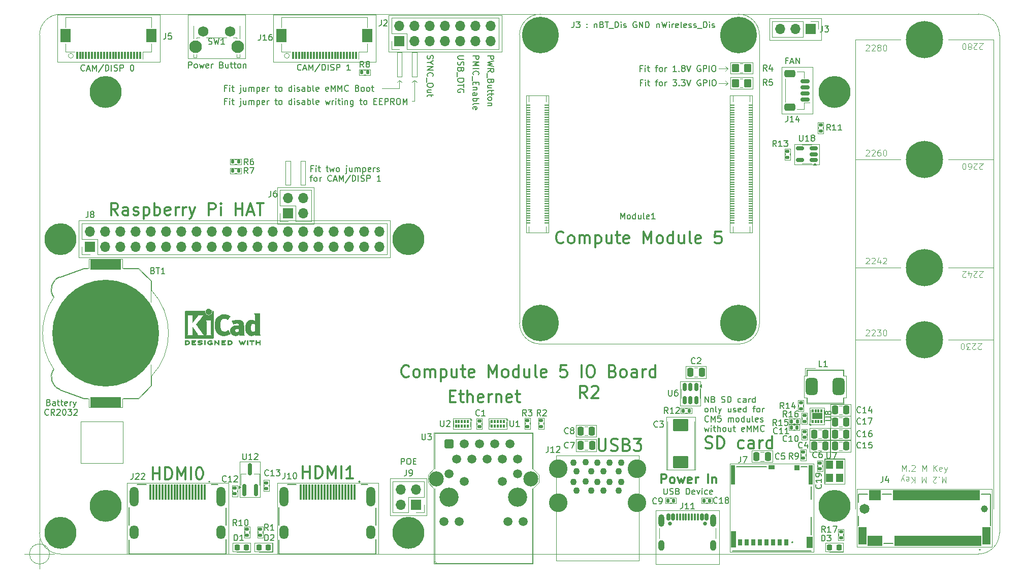
<source format=gbr>
G04 #@! TF.GenerationSoftware,KiCad,Pcbnew,9.0.3*
G04 #@! TF.CreationDate,2025-11-20T01:27:35+01:00*
G04 #@! TF.ProjectId,CM5IO,434d3549-4f2e-46b6-9963-61645f706362,rev?*
G04 #@! TF.SameCoordinates,Original*
G04 #@! TF.FileFunction,Other,User*
%FSLAX46Y46*%
G04 Gerber Fmt 4.6, Leading zero omitted, Abs format (unit mm)*
G04 Created by KiCad (PCBNEW 9.0.3) date 2025-11-20 01:27:35*
%MOMM*%
%LPD*%
G01*
G04 APERTURE LIST*
G04 Aperture macros list*
%AMRoundRect*
0 Rectangle with rounded corners*
0 $1 Rounding radius*
0 $2 $3 $4 $5 $6 $7 $8 $9 X,Y pos of 4 corners*
0 Add a 4 corners polygon primitive as box body*
4,1,4,$2,$3,$4,$5,$6,$7,$8,$9,$2,$3,0*
0 Add four circle primitives for the rounded corners*
1,1,$1+$1,$2,$3*
1,1,$1+$1,$4,$5*
1,1,$1+$1,$6,$7*
1,1,$1+$1,$8,$9*
0 Add four rect primitives between the rounded corners*
20,1,$1+$1,$2,$3,$4,$5,0*
20,1,$1+$1,$4,$5,$6,$7,0*
20,1,$1+$1,$6,$7,$8,$9,0*
20,1,$1+$1,$8,$9,$2,$3,0*%
G04 Aperture macros list end*
%ADD10C,0.050000*%
%ADD11C,0.120000*%
%ADD12R,5.080000X1.770000*%
%ADD13C,17.800000*%
%ADD14RoundRect,0.140000X0.170000X-0.140000X0.170000X0.140000X-0.170000X0.140000X-0.170000X-0.140000X0*%
%ADD15RoundRect,0.250000X0.250000X0.475000X-0.250000X0.475000X-0.250000X-0.475000X0.250000X-0.475000X0*%
%ADD16R,0.300000X1.300000*%
%ADD17R,1.800000X2.200000*%
%ADD18RoundRect,0.135000X0.185000X-0.135000X0.185000X0.135000X-0.185000X0.135000X-0.185000X-0.135000X0*%
%ADD19RoundRect,0.075000X0.075000X0.200000X-0.075000X0.200000X-0.075000X-0.200000X0.075000X-0.200000X0*%
%ADD20RoundRect,0.162500X0.162500X-0.837500X0.162500X0.837500X-0.162500X0.837500X-0.162500X-0.837500X0*%
%ADD21R,1.700000X1.700000*%
%ADD22O,1.700000X1.700000*%
%ADD23RoundRect,0.218750X0.218750X0.256250X-0.218750X0.256250X-0.218750X-0.256250X0.218750X-0.256250X0*%
%ADD24C,0.650000*%
%ADD25RoundRect,0.150000X-0.150000X-0.425000X0.150000X-0.425000X0.150000X0.425000X-0.150000X0.425000X0*%
%ADD26RoundRect,0.075000X-0.075000X-0.500000X0.075000X-0.500000X0.075000X0.500000X-0.075000X0.500000X0*%
%ADD27O,1.000000X2.100000*%
%ADD28O,1.000000X1.800000*%
%ADD29RoundRect,0.150000X0.512500X0.150000X-0.512500X0.150000X-0.512500X-0.150000X0.512500X-0.150000X0*%
%ADD30C,3.200000*%
%ADD31RoundRect,0.250500X-0.499500X-0.499500X0.499500X-0.499500X0.499500X0.499500X-0.499500X0.499500X0*%
%ADD32C,1.500000*%
%ADD33C,2.500000*%
%ADD34R,0.300000X2.600000*%
%ADD35O,1.500000X3.300000*%
%ADD36O,1.500000X2.300000*%
%ADD37C,5.300000*%
%ADD38RoundRect,0.135000X-0.135000X-0.185000X0.135000X-0.185000X0.135000X0.185000X-0.135000X0.185000X0*%
%ADD39RoundRect,0.250000X-0.350000X-0.450000X0.350000X-0.450000X0.350000X0.450000X-0.350000X0.450000X0*%
%ADD40R,0.300000X0.500000*%
%ADD41R,1.750000X1.050000*%
%ADD42R,0.700000X1.100000*%
%ADD43R,0.900000X0.930000*%
%ADD44R,1.050000X0.780000*%
%ADD45R,0.700000X3.330000*%
%ADD46R,1.140000X1.830000*%
%ADD47R,0.860000X2.800000*%
%ADD48C,1.150000*%
%ADD49C,1.650000*%
%ADD50RoundRect,0.102000X0.150000X0.775000X-0.150000X0.775000X-0.150000X-0.775000X0.150000X-0.775000X0*%
%ADD51C,6.200000*%
%ADD52RoundRect,0.102000X0.600000X1.375000X-0.600000X1.375000X-0.600000X-1.375000X0.600000X-1.375000X0*%
%ADD53RoundRect,0.135000X-0.185000X0.135000X-0.185000X-0.135000X0.185000X-0.135000X0.185000X0.135000X0*%
%ADD54RoundRect,0.250000X-0.250000X-0.475000X0.250000X-0.475000X0.250000X0.475000X-0.250000X0.475000X0*%
%ADD55RoundRect,0.140000X-0.170000X0.140000X-0.170000X-0.140000X0.170000X-0.140000X0.170000X0.140000X0*%
%ADD56RoundRect,0.140000X-0.140000X-0.170000X0.140000X-0.170000X0.140000X0.170000X-0.140000X0.170000X0*%
%ADD57C,3.100000*%
%ADD58C,1.100000*%
%ADD59RoundRect,0.150000X0.625000X-0.150000X0.625000X0.150000X-0.625000X0.150000X-0.625000X-0.150000X0*%
%ADD60RoundRect,0.250000X0.650000X-0.350000X0.650000X0.350000X-0.650000X0.350000X-0.650000X-0.350000X0*%
%ADD61RoundRect,0.250000X1.025000X-0.787500X1.025000X0.787500X-1.025000X0.787500X-1.025000X-0.787500X0*%
%ADD62R,1.200000X1.400000*%
%ADD63RoundRect,0.150000X-0.150000X0.512500X-0.150000X-0.512500X0.150000X-0.512500X0.150000X0.512500X0*%
%ADD64RoundRect,0.500000X-0.500000X-0.900000X0.500000X-0.900000X0.500000X0.900000X-0.500000X0.900000X0*%
%ADD65C,2.100000*%
%ADD66C,1.750000*%
%ADD67RoundRect,0.135000X0.135000X0.185000X-0.135000X0.185000X-0.135000X-0.185000X0.135000X-0.185000X0*%
%ADD68RoundRect,0.140000X0.140000X0.170000X-0.140000X0.170000X-0.140000X-0.170000X0.140000X-0.170000X0*%
%ADD69C,6.100000*%
%ADD70R,0.700000X0.200000*%
%ADD71C,0.150000*%
%ADD72C,0.300000*%
%ADD73C,0.100000*%
%ADD74C,0.127000*%
%ADD75C,0.200000*%
%ADD76C,0.010000*%
G04 #@! TA.AperFunction,Profile*
%ADD77C,0.050000*%
G04 #@! TD*
G04 APERTURE END LIST*
D10*
X82370000Y-132630000D02*
X86360000Y-134080000D01*
X86360000Y-112320000D02*
X82380000Y-113760000D01*
X86360000Y-134080000D02*
X87210000Y-134080000D01*
X87210000Y-110830000D02*
X87210000Y-112320000D01*
X87210000Y-112320000D02*
X86360000Y-112320000D01*
X87210000Y-134080000D02*
X87210000Y-135570000D01*
X87210000Y-135570000D02*
X92790000Y-135570000D01*
X92790000Y-110830000D02*
X87210000Y-110830000D01*
X92790000Y-112320000D02*
X92790000Y-110830000D01*
X92790000Y-134080000D02*
X95500000Y-134080000D01*
X92790000Y-135570000D02*
X92790000Y-134080000D01*
X95500000Y-112320000D02*
X92790000Y-112320000D01*
X95500000Y-134080000D02*
X97640000Y-131940000D01*
X97640000Y-114460000D02*
X95500000Y-112320000D01*
X97640000Y-116000000D02*
X97640000Y-114460000D01*
X97640000Y-131940000D02*
X97640000Y-130400000D01*
X81345396Y-117243035D02*
G75*
G02*
X82380000Y-113770000I1804604J1353035D01*
G01*
X81349925Y-129145368D02*
G75*
G02*
X81360000Y-117240000I8650076J5945368D01*
G01*
X82378659Y-132615144D02*
G75*
G02*
X81360000Y-129160000I771341J2105144D01*
G01*
X97640427Y-116000454D02*
G75*
G02*
X97640000Y-130400000I-7640430J-7199546D01*
G01*
X151840000Y-137390000D02*
X152760000Y-137390000D01*
X151840000Y-139210000D02*
X151840000Y-137390000D01*
X152760000Y-137390000D02*
X152760000Y-139210000D01*
X152760000Y-139210000D02*
X151840000Y-139210000D01*
X197750000Y-142770000D02*
X201150000Y-142770000D01*
X197750000Y-144730000D02*
X197750000Y-142770000D01*
X201150000Y-142770000D02*
X201150000Y-144730000D01*
X201150000Y-144730000D02*
X197750000Y-144730000D01*
X111090000Y-148590000D02*
X112010000Y-148590000D01*
X111090000Y-150410000D02*
X111090000Y-148590000D01*
X112010000Y-148590000D02*
X112010000Y-150410000D01*
X112010000Y-150410000D02*
X111090000Y-150410000D01*
X116340000Y-147690000D02*
X117260000Y-147690000D01*
X116340000Y-149510000D02*
X116340000Y-147690000D01*
X117260000Y-147690000D02*
X117260000Y-149510000D01*
X117260000Y-149510000D02*
X116340000Y-149510000D01*
X81950000Y-70100000D02*
X81950000Y-78000000D01*
X81950000Y-78000000D02*
X99050000Y-78000000D01*
X99050000Y-70100000D02*
X81950000Y-70100000D01*
X99050000Y-78000000D02*
X99050000Y-70100000D01*
X117950000Y-70100000D02*
X117950000Y-78000000D01*
X117950000Y-78000000D02*
X135050000Y-78000000D01*
X135050000Y-70100000D02*
X117950000Y-70100000D01*
X135050000Y-78000000D02*
X135050000Y-70100000D01*
X113130000Y-155470000D02*
X114070000Y-155470000D01*
X113130000Y-157330000D02*
X113130000Y-155470000D01*
X114070000Y-155470000D02*
X114070000Y-157330000D01*
X114070000Y-157330000D02*
X113130000Y-157330000D01*
X153900000Y-137375000D02*
X156900000Y-137375000D01*
X153900000Y-139195000D02*
X153900000Y-137375000D01*
X156900000Y-137375000D02*
X156900000Y-139195000D01*
X156900000Y-139195000D02*
X153900000Y-139195000D01*
X112400000Y-150560000D02*
X112400000Y-144640000D01*
X112400000Y-150560000D02*
X115800000Y-150560000D01*
X115800000Y-144640000D02*
X112400000Y-144640000D01*
X115800000Y-144640000D02*
X115800000Y-150560000D01*
X85570000Y-104420000D02*
X85570000Y-110570000D01*
X85570000Y-110570000D02*
X137420000Y-110570000D01*
X137420000Y-104420000D02*
X85570000Y-104420000D01*
X137420000Y-110570000D02*
X137420000Y-104420000D01*
X114870000Y-158170000D02*
X117830000Y-158170000D01*
X114870000Y-159630000D02*
X114870000Y-158170000D01*
X117830000Y-158170000D02*
X117830000Y-159630000D01*
X117830000Y-159630000D02*
X114870000Y-159630000D01*
X159830000Y-137285000D02*
X160770000Y-137285000D01*
X159830000Y-139145000D02*
X159830000Y-137285000D01*
X160770000Y-137285000D02*
X160770000Y-139145000D01*
X160770000Y-139145000D02*
X159830000Y-139145000D01*
X162130000Y-137285000D02*
X163070000Y-137285000D01*
X162130000Y-139145000D02*
X162130000Y-137285000D01*
X163070000Y-137285000D02*
X163070000Y-139145000D01*
X163070000Y-139145000D02*
X162130000Y-139145000D01*
X137420000Y-147420000D02*
X137420000Y-153570000D01*
X137420000Y-153570000D02*
X143570000Y-153570000D01*
X143570000Y-147420000D02*
X137420000Y-147420000D01*
X143570000Y-153570000D02*
X143570000Y-147420000D01*
X181680000Y-152765000D02*
X192320000Y-152765000D01*
X192320000Y-161705000D01*
X181680000Y-161705000D01*
X181680000Y-152765000D01*
X111220000Y-158170000D02*
X114180000Y-158170000D01*
X111220000Y-159630000D02*
X111220000Y-158170000D01*
X114180000Y-158170000D02*
X114180000Y-159630000D01*
X114180000Y-159630000D02*
X111220000Y-159630000D01*
X115330000Y-155470000D02*
X116270000Y-155470000D01*
X115330000Y-157330000D02*
X115330000Y-155470000D01*
X116270000Y-155470000D02*
X116270000Y-157330000D01*
X116270000Y-157330000D02*
X115330000Y-157330000D01*
X204850000Y-91650000D02*
X204850000Y-95050000D01*
X204850000Y-95050000D02*
X208950000Y-95050000D01*
X208950000Y-91650000D02*
X204850000Y-91650000D01*
X208950000Y-95050000D02*
X208950000Y-91650000D01*
X143750000Y-148070000D02*
X143750000Y-146790000D01*
X143750000Y-148070000D02*
X144750000Y-149070000D01*
X144750000Y-139750000D02*
X161250000Y-139750000D01*
X144750000Y-145790000D02*
X143750000Y-146790000D01*
X144750000Y-145790000D02*
X144750000Y-139750000D01*
X144750000Y-149070000D02*
X144750000Y-161650000D01*
X144750000Y-161650000D02*
X161250000Y-161650000D01*
X161250000Y-145790000D02*
X161250000Y-139750000D01*
X161250000Y-145790000D02*
X162250000Y-146790000D01*
X161250000Y-149070000D02*
X161250000Y-161650000D01*
X162250000Y-148070000D02*
X161250000Y-149070000D01*
X162250000Y-148070000D02*
X162250000Y-146790000D01*
X118600000Y-148150000D02*
X135500000Y-148150000D01*
X135500000Y-160050000D01*
X118600000Y-160050000D01*
X118600000Y-148150000D01*
X93600000Y-148150000D02*
X110500000Y-148150000D01*
X110500000Y-160050000D01*
X93600000Y-160050000D01*
X93600000Y-148150000D01*
X92600000Y-152000000D02*
G75*
G02*
X87400000Y-152000000I-2600000J0D01*
G01*
X87400000Y-152000000D02*
G75*
G02*
X92600000Y-152000000I2600000J0D01*
G01*
X85100000Y-156500000D02*
G75*
G02*
X79900000Y-156500000I-2600000J0D01*
G01*
X79900000Y-156500000D02*
G75*
G02*
X85100000Y-156500000I2600000J0D01*
G01*
X85100000Y-107500000D02*
G75*
G02*
X79900000Y-107500000I-2600000J0D01*
G01*
X79900000Y-107500000D02*
G75*
G02*
X85100000Y-107500000I2600000J0D01*
G01*
X143100000Y-156500000D02*
G75*
G02*
X137900000Y-156500000I-2600000J0D01*
G01*
X137900000Y-156500000D02*
G75*
G02*
X143100000Y-156500000I2600000J0D01*
G01*
X143100000Y-107500000D02*
G75*
G02*
X137900000Y-107500000I-2600000J0D01*
G01*
X137900000Y-107500000D02*
G75*
G02*
X143100000Y-107500000I2600000J0D01*
G01*
X214100000Y-83000000D02*
G75*
G02*
X208900000Y-83000000I-2600000J0D01*
G01*
X208900000Y-83000000D02*
G75*
G02*
X214100000Y-83000000I2600000J0D01*
G01*
X92600000Y-83000000D02*
G75*
G02*
X87400000Y-83000000I-2600000J0D01*
G01*
X87400000Y-83000000D02*
G75*
G02*
X92600000Y-83000000I2600000J0D01*
G01*
X214100000Y-152000000D02*
G75*
G02*
X208900000Y-152000000I-2600000J0D01*
G01*
X208900000Y-152000000D02*
G75*
G02*
X214100000Y-152000000I2600000J0D01*
G01*
X118600000Y-98850000D02*
X118600000Y-105000000D01*
X118600000Y-105000000D02*
X124750000Y-105000000D01*
X124750000Y-98850000D02*
X118600000Y-98850000D01*
X124750000Y-105000000D02*
X124750000Y-98850000D01*
X110755000Y-94130000D02*
X112615000Y-94130000D01*
X110755000Y-95070000D02*
X110755000Y-94130000D01*
X112615000Y-94130000D02*
X112615000Y-95070000D01*
X112615000Y-95070000D02*
X110755000Y-95070000D01*
X110755000Y-95630000D02*
X112615000Y-95630000D01*
X110755000Y-96570000D02*
X110755000Y-95630000D01*
X112615000Y-95630000D02*
X112615000Y-96570000D01*
X112615000Y-96570000D02*
X110755000Y-96570000D01*
X147900000Y-137375000D02*
X150900000Y-137375000D01*
X147900000Y-139195000D02*
X147900000Y-137375000D01*
X150900000Y-137375000D02*
X150900000Y-139195000D01*
X150900000Y-139195000D02*
X147900000Y-139195000D01*
X137200000Y-70150000D02*
X137200000Y-76300000D01*
X137200000Y-76300000D02*
X156050000Y-76300000D01*
X156050000Y-70150000D02*
X137200000Y-70150000D01*
X156050000Y-76300000D02*
X156050000Y-70150000D01*
X194150000Y-78050000D02*
X197850000Y-78050000D01*
X194150000Y-79950000D02*
X194150000Y-78050000D01*
X197850000Y-78050000D02*
X197850000Y-79950000D01*
X197850000Y-79950000D02*
X194150000Y-79950000D01*
X194150000Y-80550000D02*
X197850000Y-80550000D01*
X194150000Y-82450000D02*
X194150000Y-80550000D01*
X197850000Y-80550000D02*
X197850000Y-82450000D01*
X197850000Y-82450000D02*
X194150000Y-82450000D01*
X210020000Y-158170000D02*
X212980000Y-158170000D01*
X210020000Y-159630000D02*
X210020000Y-158170000D01*
X212980000Y-158170000D02*
X212980000Y-159630000D01*
X212980000Y-159630000D02*
X210020000Y-159630000D01*
X207350000Y-135600000D02*
X209850000Y-135600000D01*
X207350000Y-138400000D02*
X207350000Y-135600000D01*
X207350000Y-138400000D02*
X209850000Y-138400000D01*
X209850000Y-138400000D02*
X209850000Y-135600000D01*
X200650000Y-70700000D02*
X200650000Y-74300000D01*
X200650000Y-74300000D02*
X209300000Y-74300000D01*
X209300000Y-70700000D02*
X200650000Y-70700000D01*
X209300000Y-74300000D02*
X209300000Y-70700000D01*
X194080000Y-144950000D02*
X208080000Y-144950000D01*
X194080000Y-159700000D02*
X194080000Y-144950000D01*
X208080000Y-144950000D02*
X208080000Y-159700000D01*
X208080000Y-159700000D02*
X194080000Y-159700000D01*
X215250000Y-149200000D02*
X215250000Y-158800000D01*
X215250000Y-158800000D02*
X237750000Y-158800000D01*
X237750000Y-149200000D02*
X215250000Y-149200000D01*
X237750000Y-158800000D02*
X237750000Y-149200000D01*
X132285000Y-79230000D02*
X134145000Y-79230000D01*
X132285000Y-80170000D02*
X132285000Y-79230000D01*
X134145000Y-79230000D02*
X134145000Y-80170000D01*
X134145000Y-80170000D02*
X132285000Y-80170000D01*
X205830000Y-142570000D02*
X206770000Y-142570000D01*
X205830000Y-144430000D02*
X205830000Y-142570000D01*
X206770000Y-142570000D02*
X206770000Y-144430000D01*
X206770000Y-144430000D02*
X205830000Y-144430000D01*
X207350000Y-141020000D02*
X210750000Y-141020000D01*
X207350000Y-142980000D02*
X207350000Y-141020000D01*
X210750000Y-141020000D02*
X210750000Y-142980000D01*
X210750000Y-142980000D02*
X207350000Y-142980000D01*
X210850000Y-139020000D02*
X214250000Y-139020000D01*
X210850000Y-140980000D02*
X210850000Y-139020000D01*
X214250000Y-139020000D02*
X214250000Y-140980000D01*
X214250000Y-140980000D02*
X210850000Y-140980000D01*
X206040000Y-139175000D02*
X206960000Y-139175000D01*
X206040000Y-140995000D02*
X206040000Y-139175000D01*
X206960000Y-139175000D02*
X206960000Y-140995000D01*
X206960000Y-140995000D02*
X206040000Y-140995000D01*
X203890000Y-138440000D02*
X205710000Y-138440000D01*
X203890000Y-139360000D02*
X203890000Y-138440000D01*
X205710000Y-138440000D02*
X205710000Y-139360000D01*
X205710000Y-139360000D02*
X203890000Y-139360000D01*
X168437500Y-138520000D02*
X171837500Y-138520000D01*
X168437500Y-140480000D02*
X168437500Y-138520000D01*
X171837500Y-138520000D02*
X171837500Y-140480000D01*
X171837500Y-140480000D02*
X168437500Y-140480000D01*
D11*
X165110000Y-143590000D02*
X165110000Y-161090000D01*
X165110000Y-161090000D02*
X178890000Y-161090000D01*
X178890000Y-143590000D02*
X165110000Y-143590000D01*
X178890000Y-161090000D02*
X178890000Y-143590000D01*
D10*
X202700000Y-78800000D02*
X202700000Y-86600000D01*
X202700000Y-86600000D02*
X207900000Y-86600000D01*
X207900000Y-78800000D02*
X202700000Y-78800000D01*
X207900000Y-86600000D02*
X207900000Y-78800000D01*
X186737500Y-128720000D02*
X190137500Y-128720000D01*
X186737500Y-130680000D02*
X186737500Y-128720000D01*
X190137500Y-128720000D02*
X190137500Y-130680000D01*
X190137500Y-130680000D02*
X186737500Y-130680000D01*
X183500000Y-137187500D02*
X188300000Y-137187500D01*
X183500000Y-145987500D02*
X183500000Y-137187500D01*
X188300000Y-137187500D02*
X188300000Y-145987500D01*
X188300000Y-145987500D02*
X183500000Y-145987500D01*
X210837500Y-137020000D02*
X214237500Y-137020000D01*
X210837500Y-138980000D02*
X210837500Y-137020000D01*
X214237500Y-137020000D02*
X214237500Y-138980000D01*
X214237500Y-138980000D02*
X210837500Y-138980000D01*
X209850000Y-144100000D02*
X209850000Y-148300000D01*
X209850000Y-148300000D02*
X213250000Y-148300000D01*
X213250000Y-144100000D02*
X209850000Y-144100000D01*
X213250000Y-148300000D02*
X213250000Y-144100000D01*
X212130000Y-155870000D02*
X213070000Y-155870000D01*
X212130000Y-157730000D02*
X212130000Y-155870000D01*
X213070000Y-155870000D02*
X213070000Y-157730000D01*
X213070000Y-157730000D02*
X212130000Y-157730000D01*
X185800000Y-131212500D02*
X185800000Y-135312500D01*
X185800000Y-135312500D02*
X189200000Y-135312500D01*
X189200000Y-131212500D02*
X185800000Y-131212500D01*
X189200000Y-135312500D02*
X189200000Y-131212500D01*
X206450000Y-130300000D02*
X206850000Y-130300000D01*
X206450000Y-133900000D02*
X206450000Y-130300000D01*
X206850000Y-129250000D02*
X206850000Y-130300000D01*
X206850000Y-129250000D02*
X213050000Y-129250000D01*
X206850000Y-133900000D02*
X206450000Y-133900000D01*
X206850000Y-133900000D02*
X206850000Y-134950000D01*
X206850000Y-134950000D02*
X213050000Y-134950000D01*
X213050000Y-129250000D02*
X213050000Y-130300000D01*
X213050000Y-130300000D02*
X213450000Y-130300000D01*
X213050000Y-133900000D02*
X213050000Y-134950000D01*
X213450000Y-130300000D02*
X213450000Y-133900000D01*
X213450000Y-133900000D02*
X213050000Y-133900000D01*
X189310000Y-150640000D02*
X191130000Y-150640000D01*
X189310000Y-151560000D02*
X189310000Y-150640000D01*
X191130000Y-150640000D02*
X191130000Y-151560000D01*
X191130000Y-151560000D02*
X189310000Y-151560000D01*
X103750000Y-70100000D02*
X113300000Y-70100000D01*
X103750000Y-77350000D02*
X103750000Y-70100000D01*
X113300000Y-70100000D02*
X113300000Y-77350000D01*
X113300000Y-77350000D02*
X103750000Y-77350000D01*
X208730000Y-88020000D02*
X209670000Y-88020000D01*
X208730000Y-89880000D02*
X208730000Y-88020000D01*
X209670000Y-88020000D02*
X209670000Y-89880000D01*
X209670000Y-89880000D02*
X208730000Y-89880000D01*
X203180000Y-92420000D02*
X204120000Y-92420000D01*
X203180000Y-94280000D02*
X203180000Y-92420000D01*
X204120000Y-92420000D02*
X204120000Y-94280000D01*
X204120000Y-94280000D02*
X203180000Y-94280000D01*
X206030000Y-136485000D02*
X206970000Y-136485000D01*
X206030000Y-138345000D02*
X206030000Y-136485000D01*
X206970000Y-136485000D02*
X206970000Y-138345000D01*
X206970000Y-138345000D02*
X206030000Y-138345000D01*
X168450000Y-140920000D02*
X171850000Y-140920000D01*
X168450000Y-142880000D02*
X168450000Y-140920000D01*
X171850000Y-140920000D02*
X171850000Y-142880000D01*
X171850000Y-142880000D02*
X168450000Y-142880000D01*
X203870000Y-137430000D02*
X205730000Y-137430000D01*
X203870000Y-138370000D02*
X203870000Y-137430000D01*
X205730000Y-137430000D02*
X205730000Y-138370000D01*
X205730000Y-138370000D02*
X203870000Y-138370000D01*
X185870000Y-135630000D02*
X187730000Y-135630000D01*
X185870000Y-136570000D02*
X185870000Y-135630000D01*
X187730000Y-135630000D02*
X187730000Y-136570000D01*
X187730000Y-136570000D02*
X185870000Y-136570000D01*
X210850000Y-141020000D02*
X214250000Y-141020000D01*
X210850000Y-142980000D02*
X210850000Y-141020000D01*
X214250000Y-141020000D02*
X214250000Y-142980000D01*
X214250000Y-142980000D02*
X210850000Y-142980000D01*
X210850000Y-135020000D02*
X214250000Y-135020000D01*
X210850000Y-136980000D02*
X210850000Y-135020000D01*
X214250000Y-135020000D02*
X214250000Y-136980000D01*
X214250000Y-136980000D02*
X210850000Y-136980000D01*
X183310000Y-150640000D02*
X185130000Y-150640000D01*
X183310000Y-151560000D02*
X183310000Y-150640000D01*
X185130000Y-150640000D02*
X185130000Y-151560000D01*
X185130000Y-151560000D02*
X183310000Y-151560000D01*
X205430000Y-134385000D02*
X206370000Y-134385000D01*
X205430000Y-136245000D02*
X205430000Y-134385000D01*
X206370000Y-134385000D02*
X206370000Y-136245000D01*
X206370000Y-136245000D02*
X205430000Y-136245000D01*
D11*
X160110000Y-83600000D02*
X163890000Y-83600000D01*
X160110000Y-106400000D02*
X160110000Y-83600000D01*
X163890000Y-83600000D02*
X163890000Y-106400000D01*
X163890000Y-106400000D02*
X160110000Y-106400000D01*
X194110000Y-83600000D02*
X197810000Y-83600000D01*
X194110000Y-106400000D02*
X194110000Y-83600000D01*
X197810000Y-83600000D02*
X197810000Y-106400000D01*
X197810000Y-106400000D02*
X194110000Y-106400000D01*
D10*
X207350000Y-139020000D02*
X210750000Y-139020000D01*
X207350000Y-140980000D02*
X207350000Y-139020000D01*
X210750000Y-139020000D02*
X210750000Y-140980000D01*
X210750000Y-140980000D02*
X207350000Y-140980000D01*
X208640000Y-144410000D02*
X209560000Y-144410000D01*
X208640000Y-146230000D02*
X208640000Y-144410000D01*
X209560000Y-144410000D02*
X209560000Y-146230000D01*
X209560000Y-146230000D02*
X208640000Y-146230000D01*
D12*
X90000000Y-111715000D03*
X90000000Y-134685000D03*
D13*
X90000000Y-123200000D03*
D14*
X152300000Y-138780000D03*
X152300000Y-137820000D03*
D15*
X200400000Y-143750000D03*
X198500000Y-143750000D03*
D14*
X111550000Y-149980000D03*
X111550000Y-149020000D03*
X116800000Y-149080000D03*
X116800000Y-148120000D03*
D16*
X85250000Y-76850000D03*
X85750000Y-76850000D03*
X86250000Y-76850000D03*
X86750000Y-76850000D03*
X87250000Y-76850000D03*
X87750000Y-76850000D03*
X88250000Y-76850000D03*
X88750000Y-76850000D03*
X89250000Y-76850000D03*
X89750000Y-76850000D03*
X90250000Y-76850000D03*
X90750000Y-76850000D03*
X91250000Y-76850000D03*
X91750000Y-76850000D03*
X92250000Y-76850000D03*
X92750000Y-76850000D03*
X93250000Y-76850000D03*
X93750000Y-76850000D03*
X94250000Y-76850000D03*
X94750000Y-76850000D03*
X95250000Y-76850000D03*
X95750000Y-76850000D03*
D17*
X97650000Y-73600000D03*
X83350000Y-73600000D03*
D16*
X121250000Y-76850000D03*
X121750000Y-76850000D03*
X122250000Y-76850000D03*
X122750000Y-76850000D03*
X123250000Y-76850000D03*
X123750000Y-76850000D03*
X124250000Y-76850000D03*
X124750000Y-76850000D03*
X125250000Y-76850000D03*
X125750000Y-76850000D03*
X126250000Y-76850000D03*
X126750000Y-76850000D03*
X127250000Y-76850000D03*
X127750000Y-76850000D03*
X128250000Y-76850000D03*
X128750000Y-76850000D03*
X129250000Y-76850000D03*
X129750000Y-76850000D03*
X130250000Y-76850000D03*
X130750000Y-76850000D03*
X131250000Y-76850000D03*
X131750000Y-76850000D03*
D17*
X133650000Y-73600000D03*
X119350000Y-73600000D03*
D18*
X113600000Y-156910000D03*
X113600000Y-155890000D03*
D19*
X156400000Y-137900000D03*
X155900000Y-137900000D03*
X155400000Y-137900000D03*
X154900000Y-137900000D03*
X154400000Y-137900000D03*
X154400000Y-138670000D03*
X154900000Y-138670000D03*
X155400000Y-138670000D03*
X155900000Y-138670000D03*
X156400000Y-138670000D03*
D20*
X113150000Y-149310000D03*
X115050000Y-149310000D03*
X114100000Y-145890000D03*
D21*
X87370000Y-108770000D03*
D22*
X87370000Y-106230000D03*
X89910000Y-108770000D03*
X89910000Y-106230000D03*
X92450000Y-108770000D03*
X92450000Y-106230000D03*
X94990000Y-108770000D03*
X94990000Y-106230000D03*
X97530000Y-108770000D03*
X97530000Y-106230000D03*
X100070000Y-108770000D03*
X100070000Y-106230000D03*
X102610000Y-108770000D03*
X102610000Y-106230000D03*
X105150000Y-108770000D03*
X105150000Y-106230000D03*
X107690000Y-108770000D03*
X107690000Y-106230000D03*
X110230000Y-108770000D03*
X110230000Y-106230000D03*
X112770000Y-108770000D03*
X112770000Y-106230000D03*
X115310000Y-108770000D03*
X115310000Y-106230000D03*
X117850000Y-108770000D03*
X117850000Y-106230000D03*
X120390000Y-108770000D03*
X120390000Y-106230000D03*
X122930000Y-108770000D03*
X122930000Y-106230000D03*
X125470000Y-108770000D03*
X125470000Y-106230000D03*
X128010000Y-108770000D03*
X128010000Y-106230000D03*
X130550000Y-108770000D03*
X130550000Y-106230000D03*
X133090000Y-108770000D03*
X133090000Y-106230000D03*
X135630000Y-108770000D03*
X135630000Y-106230000D03*
D23*
X117137500Y-158900000D03*
X115562500Y-158900000D03*
D18*
X160300000Y-138725000D03*
X160300000Y-137705000D03*
X162600000Y-138725000D03*
X162600000Y-137705000D03*
D21*
X141770000Y-151770000D03*
D22*
X139230000Y-151770000D03*
X141770000Y-149230000D03*
X139230000Y-149230000D03*
D24*
X184110000Y-154920000D03*
X189890000Y-154920000D03*
D25*
X183800000Y-153845000D03*
X184600000Y-153845000D03*
D26*
X185750000Y-153845000D03*
X186750000Y-153845000D03*
X187250000Y-153845000D03*
X188250000Y-153845000D03*
D25*
X189400000Y-153845000D03*
X190200000Y-153845000D03*
X190200000Y-153845000D03*
X189400000Y-153845000D03*
D26*
X188750000Y-153845000D03*
X187750000Y-153845000D03*
X186250000Y-153845000D03*
X185250000Y-153845000D03*
D25*
X184600000Y-153845000D03*
X183800000Y-153845000D03*
D27*
X182680000Y-154420000D03*
D28*
X182680000Y-158600000D03*
D27*
X191320000Y-154420000D03*
D28*
X191320000Y-158600000D03*
D23*
X113487500Y-158900000D03*
X111912500Y-158900000D03*
D18*
X115800000Y-156910000D03*
X115800000Y-155890000D03*
D29*
X208037500Y-94300000D03*
X208037500Y-93350000D03*
X208037500Y-92400000D03*
X205762500Y-92400000D03*
X205762500Y-94300000D03*
D30*
X147285000Y-150500000D03*
X158715000Y-150500000D03*
D31*
X147285000Y-141610000D03*
D32*
X148555000Y-144150000D03*
X149825000Y-141610000D03*
X151095000Y-144150000D03*
X152365000Y-141610000D03*
X153635000Y-144150000D03*
X154905000Y-141610000D03*
X156175000Y-144150000D03*
X157445000Y-141610000D03*
X158715000Y-144150000D03*
X147285000Y-146670000D03*
X149825000Y-147940000D03*
X156175000Y-147940000D03*
X158715000Y-146670000D03*
X146370000Y-154560000D03*
X148910000Y-154560000D03*
X157090000Y-154560000D03*
X159630000Y-154560000D03*
D33*
X145125000Y-147450000D03*
X160875000Y-147450000D03*
D34*
X131500000Y-149720000D03*
X131000000Y-149720000D03*
X130500000Y-149720000D03*
X130000000Y-149720000D03*
X129500000Y-149720000D03*
X129000000Y-149720000D03*
X128500000Y-149720000D03*
X128000000Y-149720000D03*
X127500000Y-149720000D03*
X127000000Y-149720000D03*
X126500000Y-149720000D03*
X126000000Y-149720000D03*
X125500000Y-149720000D03*
X125000000Y-149720000D03*
X124500000Y-149720000D03*
X124000000Y-149720000D03*
X123500000Y-149720000D03*
X123000000Y-149720000D03*
X122500000Y-149720000D03*
D35*
X134250000Y-150450000D03*
X119750000Y-150450000D03*
D36*
X119750000Y-156410000D03*
X134250000Y-156410000D03*
D34*
X106500000Y-149720000D03*
X106000000Y-149720000D03*
X105500000Y-149720000D03*
X105000000Y-149720000D03*
X104500000Y-149720000D03*
X104000000Y-149720000D03*
X103500000Y-149720000D03*
X103000000Y-149720000D03*
X102500000Y-149720000D03*
X102000000Y-149720000D03*
X101500000Y-149720000D03*
X101000000Y-149720000D03*
X100500000Y-149720000D03*
X100000000Y-149720000D03*
X99500000Y-149720000D03*
X99000000Y-149720000D03*
X98500000Y-149720000D03*
X98000000Y-149720000D03*
X97500000Y-149720000D03*
D35*
X109250000Y-150450000D03*
X94750000Y-150450000D03*
D36*
X94750000Y-156410000D03*
X109250000Y-156410000D03*
D37*
X90000000Y-152000000D03*
X82500000Y-156500000D03*
X82500000Y-107500000D03*
X140500000Y-156500000D03*
X140500000Y-107500000D03*
X211500000Y-83000000D03*
X90000000Y-83000000D03*
X211500000Y-152000000D03*
D21*
X120400000Y-103200000D03*
D22*
X120400000Y-100660000D03*
X122940000Y-103200000D03*
X122940000Y-100660000D03*
D38*
X111175000Y-94600000D03*
X112195000Y-94600000D03*
X111175000Y-96100000D03*
X112195000Y-96100000D03*
D19*
X150400000Y-137900000D03*
X149900000Y-137900000D03*
X149400000Y-137900000D03*
X148900000Y-137900000D03*
X148400000Y-137900000D03*
X148400000Y-138670000D03*
X148900000Y-138670000D03*
X149400000Y-138670000D03*
X149900000Y-138670000D03*
X150400000Y-138670000D03*
D21*
X139000000Y-74500000D03*
D22*
X139000000Y-71960000D03*
X141540000Y-74500000D03*
X141540000Y-71960000D03*
X144080000Y-74500000D03*
X144080000Y-71960000D03*
X146620000Y-74500000D03*
X146620000Y-71960000D03*
X149160000Y-74500000D03*
X149160000Y-71960000D03*
X151700000Y-74500000D03*
X151700000Y-71960000D03*
X154240000Y-74500000D03*
X154240000Y-71960000D03*
D39*
X195000000Y-79000000D03*
X197000000Y-79000000D03*
X195000000Y-81500000D03*
X197000000Y-81500000D03*
D23*
X212287500Y-158900000D03*
X210712500Y-158900000D03*
D40*
X207850000Y-137900000D03*
X208350000Y-137900000D03*
X208850000Y-137900000D03*
X209350000Y-137900000D03*
X209350000Y-136100000D03*
X208850000Y-136100000D03*
X208350000Y-136100000D03*
X207850000Y-136100000D03*
D41*
X208600000Y-137000000D03*
D21*
X207500000Y-72500000D03*
D22*
X204960000Y-72500000D03*
X202420000Y-72500000D03*
D42*
X203460000Y-158075000D03*
X202360000Y-158075000D03*
X201260000Y-158075000D03*
X200160000Y-158075000D03*
X199060000Y-158075000D03*
X197960000Y-158075000D03*
X196860000Y-158075000D03*
X195760000Y-158075000D03*
D43*
X205250000Y-145610000D03*
D44*
X200985000Y-145535000D03*
D45*
X207560000Y-146810000D03*
D46*
X207340000Y-158060000D03*
D47*
X194680000Y-157575000D03*
D45*
X194600000Y-146810000D03*
D48*
X236500000Y-152500000D03*
D49*
X216500000Y-152500000D03*
D50*
X235750000Y-157775000D03*
X235500000Y-150225000D03*
X235250000Y-157775000D03*
X235000000Y-150225000D03*
X234750000Y-157775000D03*
X234500000Y-150225000D03*
X234250000Y-157775000D03*
X234000000Y-150225000D03*
X233750000Y-157775000D03*
X233500000Y-150225000D03*
X233250000Y-157775000D03*
X233000000Y-150225000D03*
X232750000Y-157775000D03*
X232500000Y-150225000D03*
X232250000Y-157775000D03*
X232000000Y-150225000D03*
X231750000Y-157775000D03*
X231500000Y-150225000D03*
X231250000Y-157775000D03*
X231000000Y-150225000D03*
X230750000Y-157775000D03*
X230500000Y-150225000D03*
X230250000Y-157775000D03*
X230000000Y-150225000D03*
X229750000Y-157775000D03*
X229500000Y-150225000D03*
X229250000Y-157775000D03*
X229000000Y-150225000D03*
X228750000Y-157775000D03*
X228500000Y-150225000D03*
X228250000Y-157775000D03*
X228000000Y-150225000D03*
X227750000Y-157775000D03*
X227500000Y-150225000D03*
X227250000Y-157775000D03*
X227000000Y-150225000D03*
X226750000Y-157775000D03*
X226500000Y-150225000D03*
X226250000Y-157775000D03*
X226000000Y-150225000D03*
X225750000Y-157775000D03*
X225500000Y-150225000D03*
X225250000Y-157775000D03*
X225000000Y-150225000D03*
X224750000Y-157775000D03*
X224500000Y-150225000D03*
X224250000Y-157775000D03*
X224000000Y-150225000D03*
X223750000Y-157775000D03*
X223500000Y-150225000D03*
X223250000Y-157775000D03*
X223000000Y-150225000D03*
X222750000Y-157775000D03*
X222500000Y-150225000D03*
X222250000Y-157775000D03*
X222000000Y-150225000D03*
X221750000Y-157775000D03*
X221500000Y-150225000D03*
X219250000Y-157775000D03*
X219000000Y-150225000D03*
X218750000Y-157775000D03*
X218500000Y-150225000D03*
X218250000Y-157775000D03*
X218000000Y-150225000D03*
X217750000Y-157775000D03*
X217500000Y-150225000D03*
X217250000Y-157775000D03*
D51*
X226500000Y-124250000D03*
X226500000Y-112250000D03*
X226500000Y-94250000D03*
X226500000Y-74250000D03*
D52*
X236850000Y-157000000D03*
X216150000Y-157000000D03*
D38*
X132705000Y-79700000D03*
X133725000Y-79700000D03*
D53*
X206300000Y-142990000D03*
X206300000Y-144010000D03*
D54*
X208100000Y-142000000D03*
X210000000Y-142000000D03*
D15*
X213500000Y-140000000D03*
X211600000Y-140000000D03*
D55*
X206500000Y-139605000D03*
X206500000Y-140565000D03*
D56*
X204320000Y-138900000D03*
X205280000Y-138900000D03*
D54*
X169187500Y-139500000D03*
X171087500Y-139500000D03*
D57*
X165430000Y-145770000D03*
X165430000Y-151450000D03*
X178570000Y-145770000D03*
X178570000Y-151450000D03*
D58*
X168500000Y-149450000D03*
X171000000Y-149450000D03*
X173000000Y-149450000D03*
X175500000Y-149450000D03*
X176000000Y-147950000D03*
X174000000Y-147950000D03*
X172000000Y-147950000D03*
X170000000Y-147900000D03*
X168000000Y-147950000D03*
X168500000Y-146250000D03*
X171000000Y-146250000D03*
X173000000Y-146250000D03*
X175500000Y-146250000D03*
X176000000Y-144750000D03*
X174000000Y-144750000D03*
X172000000Y-144750000D03*
X170000000Y-144700000D03*
X168000000Y-144750000D03*
D59*
X206625000Y-84200000D03*
X206625000Y-83200000D03*
X206625000Y-82200000D03*
X206625000Y-81200000D03*
D60*
X204100000Y-85500000D03*
X204100000Y-79900000D03*
D15*
X189387500Y-129700000D03*
X187487500Y-129700000D03*
D61*
X185900000Y-144700000D03*
X185900000Y-138475000D03*
D15*
X213487500Y-138000000D03*
X211587500Y-138000000D03*
D62*
X210700000Y-145100000D03*
X210700000Y-147300000D03*
X212400000Y-147300000D03*
X212400000Y-145100000D03*
D18*
X212600000Y-157310000D03*
X212600000Y-156290000D03*
D63*
X188450000Y-132125000D03*
X187500000Y-132125000D03*
X186550000Y-132125000D03*
X186550000Y-134400000D03*
X187500000Y-134400000D03*
X188450000Y-134400000D03*
D64*
X207700000Y-132100000D03*
X212200000Y-132100000D03*
D56*
X189740000Y-151100000D03*
X190700000Y-151100000D03*
D65*
X105000000Y-75390000D03*
X112010000Y-75390000D03*
D66*
X106250000Y-72900000D03*
X110750000Y-72900000D03*
D18*
X209200000Y-89460000D03*
X209200000Y-88440000D03*
X203650000Y-93860000D03*
X203650000Y-92840000D03*
X206500000Y-137925000D03*
X206500000Y-136905000D03*
D54*
X169200000Y-141900000D03*
X171100000Y-141900000D03*
D38*
X204290000Y-137900000D03*
X205310000Y-137900000D03*
D67*
X187310000Y-136100000D03*
X186290000Y-136100000D03*
D15*
X213500000Y-142000000D03*
X211600000Y-142000000D03*
X213500000Y-136000000D03*
X211600000Y-136000000D03*
D68*
X184700000Y-151100000D03*
X183740000Y-151100000D03*
D53*
X205900000Y-134805000D03*
X205900000Y-135825000D03*
D69*
X195500000Y-121500000D03*
X195500000Y-73500000D03*
X162500000Y-121500000D03*
X162500000Y-73500000D03*
D70*
X197540000Y-104800000D03*
X194460000Y-104800000D03*
X197540000Y-104400000D03*
X194460000Y-104400000D03*
X197540000Y-104000000D03*
X194460000Y-104000000D03*
X197540000Y-103600000D03*
X194460000Y-103600000D03*
X197540000Y-103200000D03*
X194460000Y-103200000D03*
X197540000Y-102800000D03*
X194460000Y-102800000D03*
X197540000Y-102400000D03*
X194460000Y-102400000D03*
X197540000Y-102000000D03*
X194460000Y-102000000D03*
X197540000Y-101600000D03*
X194460000Y-101600000D03*
X197540000Y-101200000D03*
X194460000Y-101200000D03*
X197540000Y-100800000D03*
X194460000Y-100800000D03*
X197540000Y-100400000D03*
X194460000Y-100400000D03*
X197540000Y-100000000D03*
X194460000Y-100000000D03*
X197540000Y-99600000D03*
X194460000Y-99600000D03*
X197540000Y-99200000D03*
X194460000Y-99200000D03*
X197540000Y-98800000D03*
X194460000Y-98800000D03*
X197540000Y-98400000D03*
X194460000Y-98400000D03*
X197540000Y-98000000D03*
X194460000Y-98000000D03*
X197540000Y-97600000D03*
X194460000Y-97600000D03*
X197540000Y-97200000D03*
X194460000Y-97200000D03*
X197540000Y-96800000D03*
X194460000Y-96800000D03*
X197540000Y-96400000D03*
X194460000Y-96400000D03*
X197540000Y-96000000D03*
X194460000Y-96000000D03*
X197540000Y-95600000D03*
X194460000Y-95600000D03*
X197540000Y-95200000D03*
X194460000Y-95200000D03*
X197540000Y-94800000D03*
X194460000Y-94800000D03*
X197540000Y-94400000D03*
X194460000Y-94400000D03*
X197540000Y-94000000D03*
X194460000Y-94000000D03*
X197540000Y-93600000D03*
X194460000Y-93600000D03*
X197540000Y-93200000D03*
X194460000Y-93200000D03*
X197540000Y-92800000D03*
X194460000Y-92800000D03*
X197540000Y-92400000D03*
X194460000Y-92400000D03*
X197540000Y-92000000D03*
X194460000Y-92000000D03*
X197540000Y-91600000D03*
X194460000Y-91600000D03*
X197540000Y-91200000D03*
X194460000Y-91200000D03*
X197540000Y-90800000D03*
X194460000Y-90800000D03*
X197540000Y-90400000D03*
X194460000Y-90400000D03*
X197540000Y-90000000D03*
X194460000Y-90000000D03*
X197540000Y-89600000D03*
X194460000Y-89600000D03*
X197540000Y-89200000D03*
X194460000Y-89200000D03*
X197540000Y-88800000D03*
X194460000Y-88800000D03*
X197540000Y-88400000D03*
X194460000Y-88400000D03*
X197540000Y-88000000D03*
X194460000Y-88000000D03*
X197540000Y-87600000D03*
X194460000Y-87600000D03*
X197540000Y-87200000D03*
X194460000Y-87200000D03*
X197540000Y-86800000D03*
X194460000Y-86800000D03*
X197540000Y-86400000D03*
X194460000Y-86400000D03*
X197540000Y-86000000D03*
X194460000Y-86000000D03*
X197540000Y-85600000D03*
X194460000Y-85600000D03*
X197540000Y-85200000D03*
X194460000Y-85200000D03*
X163540000Y-104800000D03*
X160460000Y-104800000D03*
X163540000Y-104400000D03*
X160460000Y-104400000D03*
X163540000Y-104000000D03*
X160460000Y-104000000D03*
X163540000Y-103600000D03*
X160460000Y-103600000D03*
X163540000Y-103200000D03*
X160460000Y-103200000D03*
X163540000Y-102800000D03*
X160460000Y-102800000D03*
X163540000Y-102400000D03*
X160460000Y-102400000D03*
X163540000Y-102000000D03*
X160460000Y-102000000D03*
X163540000Y-101600000D03*
X160460000Y-101600000D03*
X163540000Y-101200000D03*
X160460000Y-101200000D03*
X163540000Y-100800000D03*
X160460000Y-100800000D03*
X163540000Y-100400000D03*
X160460000Y-100400000D03*
X163540000Y-100000000D03*
X160460000Y-100000000D03*
X163540000Y-99600000D03*
X160460000Y-99600000D03*
X163540000Y-99200000D03*
X160460000Y-99200000D03*
X163540000Y-98800000D03*
X160460000Y-98800000D03*
X163540000Y-98400000D03*
X160460000Y-98400000D03*
X163540000Y-98000000D03*
X160460000Y-98000000D03*
X163540000Y-97600000D03*
X160460000Y-97600000D03*
X163540000Y-97200000D03*
X160460000Y-97200000D03*
X163540000Y-96800000D03*
X160460000Y-96800000D03*
X163540000Y-96400000D03*
X160460000Y-96400000D03*
X163540000Y-96000000D03*
X160460000Y-96000000D03*
X163540000Y-95600000D03*
X160460000Y-95600000D03*
X163540000Y-95200000D03*
X160460000Y-95200000D03*
X163540000Y-94800000D03*
X160460000Y-94800000D03*
X163540000Y-94400000D03*
X160460000Y-94400000D03*
X163540000Y-94000000D03*
X160460000Y-94000000D03*
X163540000Y-93600000D03*
X160460000Y-93600000D03*
X163540000Y-93200000D03*
X160460000Y-93200000D03*
X163540000Y-92800000D03*
X160460000Y-92800000D03*
X163540000Y-92400000D03*
X160460000Y-92400000D03*
X163540000Y-92000000D03*
X160460000Y-92000000D03*
X163540000Y-91600000D03*
X160460000Y-91600000D03*
X163540000Y-91200000D03*
X160460000Y-91200000D03*
X163540000Y-90800000D03*
X160460000Y-90800000D03*
X163540000Y-90400000D03*
X160460000Y-90400000D03*
X163540000Y-90000000D03*
X160460000Y-90000000D03*
X163540000Y-89600000D03*
X160460000Y-89600000D03*
X163540000Y-89200000D03*
X160460000Y-89200000D03*
X163540000Y-88800000D03*
X160460000Y-88800000D03*
X163540000Y-88400000D03*
X160460000Y-88400000D03*
X163540000Y-88000000D03*
X160460000Y-88000000D03*
X163540000Y-87600000D03*
X160460000Y-87600000D03*
X163540000Y-87200000D03*
X160460000Y-87200000D03*
X163540000Y-86800000D03*
X160460000Y-86800000D03*
X163540000Y-86400000D03*
X160460000Y-86400000D03*
X163540000Y-86000000D03*
X160460000Y-86000000D03*
X163540000Y-85600000D03*
X160460000Y-85600000D03*
X163540000Y-85200000D03*
X160460000Y-85200000D03*
D54*
X208100000Y-140000000D03*
X210000000Y-140000000D03*
D55*
X209100000Y-144840000D03*
X209100000Y-145800000D03*
D11*
X136100000Y-82400000D02*
X138500000Y-82400000D01*
X141500000Y-81000000D02*
X141100000Y-81400000D01*
X92900000Y-144900000D02*
X85900000Y-144900000D01*
X192200000Y-81500000D02*
X193700000Y-81500000D01*
X85900000Y-137900000D02*
X85900000Y-144900000D01*
X85900000Y-137900000D01*
X192200000Y-79100000D02*
X193700000Y-79100000D01*
X92900000Y-144900000D02*
X92900000Y-138900000D01*
X92900000Y-137900000D02*
X92900000Y-138900000D01*
X139000000Y-81000000D02*
X139400000Y-81400000D01*
X193700000Y-81500000D02*
X193300000Y-81900000D01*
X193700000Y-81500000D02*
X193300000Y-81100000D01*
X193300000Y-81100000D02*
X193700000Y-81500000D01*
X122500000Y-94500000D02*
X123300000Y-94500000D01*
X123300000Y-98500000D01*
X122500000Y-98500000D01*
X122500000Y-94500000D01*
X139000000Y-82400000D02*
X139000000Y-81000000D01*
X141100000Y-84500000D02*
X141500000Y-84500000D01*
X193700000Y-79100000D02*
X193300000Y-78700000D01*
X138500000Y-82400000D02*
X139000000Y-82400000D01*
X193700000Y-79100000D02*
X193300000Y-79500000D01*
X139000000Y-81000000D02*
X138600000Y-81400000D01*
X85900000Y-137900000D02*
X92900000Y-137900000D01*
X141500000Y-81000000D02*
X141900000Y-81400000D01*
X120000000Y-94500000D02*
X120800000Y-94500000D01*
X120800000Y-98500000D01*
X120000000Y-98500000D01*
X120000000Y-94500000D01*
X138600000Y-76400000D02*
X139400000Y-76400000D01*
X139400000Y-80400000D01*
X138600000Y-80400000D01*
X138600000Y-76400000D01*
X141500000Y-84500000D02*
X141500000Y-81000000D01*
X141100000Y-76400000D02*
X141900000Y-76400000D01*
X141900000Y-80400000D01*
X141100000Y-80400000D01*
X141100000Y-76400000D01*
D71*
X179466666Y-81431009D02*
X179133333Y-81431009D01*
X179133333Y-81954819D02*
X179133333Y-80954819D01*
X179133333Y-80954819D02*
X179609523Y-80954819D01*
X179990476Y-81954819D02*
X179990476Y-81288152D01*
X179990476Y-80954819D02*
X179942857Y-81002438D01*
X179942857Y-81002438D02*
X179990476Y-81050057D01*
X179990476Y-81050057D02*
X180038095Y-81002438D01*
X180038095Y-81002438D02*
X179990476Y-80954819D01*
X179990476Y-80954819D02*
X179990476Y-81050057D01*
X180323809Y-81288152D02*
X180704761Y-81288152D01*
X180466666Y-80954819D02*
X180466666Y-81811961D01*
X180466666Y-81811961D02*
X180514285Y-81907200D01*
X180514285Y-81907200D02*
X180609523Y-81954819D01*
X180609523Y-81954819D02*
X180704761Y-81954819D01*
X181657143Y-81288152D02*
X182038095Y-81288152D01*
X181800000Y-81954819D02*
X181800000Y-81097676D01*
X181800000Y-81097676D02*
X181847619Y-81002438D01*
X181847619Y-81002438D02*
X181942857Y-80954819D01*
X181942857Y-80954819D02*
X182038095Y-80954819D01*
X182514286Y-81954819D02*
X182419048Y-81907200D01*
X182419048Y-81907200D02*
X182371429Y-81859580D01*
X182371429Y-81859580D02*
X182323810Y-81764342D01*
X182323810Y-81764342D02*
X182323810Y-81478628D01*
X182323810Y-81478628D02*
X182371429Y-81383390D01*
X182371429Y-81383390D02*
X182419048Y-81335771D01*
X182419048Y-81335771D02*
X182514286Y-81288152D01*
X182514286Y-81288152D02*
X182657143Y-81288152D01*
X182657143Y-81288152D02*
X182752381Y-81335771D01*
X182752381Y-81335771D02*
X182800000Y-81383390D01*
X182800000Y-81383390D02*
X182847619Y-81478628D01*
X182847619Y-81478628D02*
X182847619Y-81764342D01*
X182847619Y-81764342D02*
X182800000Y-81859580D01*
X182800000Y-81859580D02*
X182752381Y-81907200D01*
X182752381Y-81907200D02*
X182657143Y-81954819D01*
X182657143Y-81954819D02*
X182514286Y-81954819D01*
X183276191Y-81954819D02*
X183276191Y-81288152D01*
X183276191Y-81478628D02*
X183323810Y-81383390D01*
X183323810Y-81383390D02*
X183371429Y-81335771D01*
X183371429Y-81335771D02*
X183466667Y-81288152D01*
X183466667Y-81288152D02*
X183561905Y-81288152D01*
X184561906Y-80954819D02*
X185180953Y-80954819D01*
X185180953Y-80954819D02*
X184847620Y-81335771D01*
X184847620Y-81335771D02*
X184990477Y-81335771D01*
X184990477Y-81335771D02*
X185085715Y-81383390D01*
X185085715Y-81383390D02*
X185133334Y-81431009D01*
X185133334Y-81431009D02*
X185180953Y-81526247D01*
X185180953Y-81526247D02*
X185180953Y-81764342D01*
X185180953Y-81764342D02*
X185133334Y-81859580D01*
X185133334Y-81859580D02*
X185085715Y-81907200D01*
X185085715Y-81907200D02*
X184990477Y-81954819D01*
X184990477Y-81954819D02*
X184704763Y-81954819D01*
X184704763Y-81954819D02*
X184609525Y-81907200D01*
X184609525Y-81907200D02*
X184561906Y-81859580D01*
X185609525Y-81859580D02*
X185657144Y-81907200D01*
X185657144Y-81907200D02*
X185609525Y-81954819D01*
X185609525Y-81954819D02*
X185561906Y-81907200D01*
X185561906Y-81907200D02*
X185609525Y-81859580D01*
X185609525Y-81859580D02*
X185609525Y-81954819D01*
X185990477Y-80954819D02*
X186609524Y-80954819D01*
X186609524Y-80954819D02*
X186276191Y-81335771D01*
X186276191Y-81335771D02*
X186419048Y-81335771D01*
X186419048Y-81335771D02*
X186514286Y-81383390D01*
X186514286Y-81383390D02*
X186561905Y-81431009D01*
X186561905Y-81431009D02*
X186609524Y-81526247D01*
X186609524Y-81526247D02*
X186609524Y-81764342D01*
X186609524Y-81764342D02*
X186561905Y-81859580D01*
X186561905Y-81859580D02*
X186514286Y-81907200D01*
X186514286Y-81907200D02*
X186419048Y-81954819D01*
X186419048Y-81954819D02*
X186133334Y-81954819D01*
X186133334Y-81954819D02*
X186038096Y-81907200D01*
X186038096Y-81907200D02*
X185990477Y-81859580D01*
X186895239Y-80954819D02*
X187228572Y-81954819D01*
X187228572Y-81954819D02*
X187561905Y-80954819D01*
X189180953Y-81002438D02*
X189085715Y-80954819D01*
X189085715Y-80954819D02*
X188942858Y-80954819D01*
X188942858Y-80954819D02*
X188800001Y-81002438D01*
X188800001Y-81002438D02*
X188704763Y-81097676D01*
X188704763Y-81097676D02*
X188657144Y-81192914D01*
X188657144Y-81192914D02*
X188609525Y-81383390D01*
X188609525Y-81383390D02*
X188609525Y-81526247D01*
X188609525Y-81526247D02*
X188657144Y-81716723D01*
X188657144Y-81716723D02*
X188704763Y-81811961D01*
X188704763Y-81811961D02*
X188800001Y-81907200D01*
X188800001Y-81907200D02*
X188942858Y-81954819D01*
X188942858Y-81954819D02*
X189038096Y-81954819D01*
X189038096Y-81954819D02*
X189180953Y-81907200D01*
X189180953Y-81907200D02*
X189228572Y-81859580D01*
X189228572Y-81859580D02*
X189228572Y-81526247D01*
X189228572Y-81526247D02*
X189038096Y-81526247D01*
X189657144Y-81954819D02*
X189657144Y-80954819D01*
X189657144Y-80954819D02*
X190038096Y-80954819D01*
X190038096Y-80954819D02*
X190133334Y-81002438D01*
X190133334Y-81002438D02*
X190180953Y-81050057D01*
X190180953Y-81050057D02*
X190228572Y-81145295D01*
X190228572Y-81145295D02*
X190228572Y-81288152D01*
X190228572Y-81288152D02*
X190180953Y-81383390D01*
X190180953Y-81383390D02*
X190133334Y-81431009D01*
X190133334Y-81431009D02*
X190038096Y-81478628D01*
X190038096Y-81478628D02*
X189657144Y-81478628D01*
X190657144Y-81954819D02*
X190657144Y-80954819D01*
X191323810Y-80954819D02*
X191514286Y-80954819D01*
X191514286Y-80954819D02*
X191609524Y-81002438D01*
X191609524Y-81002438D02*
X191704762Y-81097676D01*
X191704762Y-81097676D02*
X191752381Y-81288152D01*
X191752381Y-81288152D02*
X191752381Y-81621485D01*
X191752381Y-81621485D02*
X191704762Y-81811961D01*
X191704762Y-81811961D02*
X191609524Y-81907200D01*
X191609524Y-81907200D02*
X191514286Y-81954819D01*
X191514286Y-81954819D02*
X191323810Y-81954819D01*
X191323810Y-81954819D02*
X191228572Y-81907200D01*
X191228572Y-81907200D02*
X191133334Y-81811961D01*
X191133334Y-81811961D02*
X191085715Y-81621485D01*
X191085715Y-81621485D02*
X191085715Y-81288152D01*
X191085715Y-81288152D02*
X191133334Y-81097676D01*
X191133334Y-81097676D02*
X191228572Y-81002438D01*
X191228572Y-81002438D02*
X191323810Y-80954819D01*
X110170112Y-84531009D02*
X109836779Y-84531009D01*
X109836779Y-85054819D02*
X109836779Y-84054819D01*
X109836779Y-84054819D02*
X110312969Y-84054819D01*
X110693922Y-85054819D02*
X110693922Y-84388152D01*
X110693922Y-84054819D02*
X110646303Y-84102438D01*
X110646303Y-84102438D02*
X110693922Y-84150057D01*
X110693922Y-84150057D02*
X110741541Y-84102438D01*
X110741541Y-84102438D02*
X110693922Y-84054819D01*
X110693922Y-84054819D02*
X110693922Y-84150057D01*
X111027255Y-84388152D02*
X111408207Y-84388152D01*
X111170112Y-84054819D02*
X111170112Y-84911961D01*
X111170112Y-84911961D02*
X111217731Y-85007200D01*
X111217731Y-85007200D02*
X111312969Y-85054819D01*
X111312969Y-85054819D02*
X111408207Y-85054819D01*
X112503446Y-84388152D02*
X112503446Y-85245295D01*
X112503446Y-85245295D02*
X112455827Y-85340533D01*
X112455827Y-85340533D02*
X112360589Y-85388152D01*
X112360589Y-85388152D02*
X112312970Y-85388152D01*
X112503446Y-84054819D02*
X112455827Y-84102438D01*
X112455827Y-84102438D02*
X112503446Y-84150057D01*
X112503446Y-84150057D02*
X112551065Y-84102438D01*
X112551065Y-84102438D02*
X112503446Y-84054819D01*
X112503446Y-84054819D02*
X112503446Y-84150057D01*
X113408207Y-84388152D02*
X113408207Y-85054819D01*
X112979636Y-84388152D02*
X112979636Y-84911961D01*
X112979636Y-84911961D02*
X113027255Y-85007200D01*
X113027255Y-85007200D02*
X113122493Y-85054819D01*
X113122493Y-85054819D02*
X113265350Y-85054819D01*
X113265350Y-85054819D02*
X113360588Y-85007200D01*
X113360588Y-85007200D02*
X113408207Y-84959580D01*
X113884398Y-85054819D02*
X113884398Y-84388152D01*
X113884398Y-84483390D02*
X113932017Y-84435771D01*
X113932017Y-84435771D02*
X114027255Y-84388152D01*
X114027255Y-84388152D02*
X114170112Y-84388152D01*
X114170112Y-84388152D02*
X114265350Y-84435771D01*
X114265350Y-84435771D02*
X114312969Y-84531009D01*
X114312969Y-84531009D02*
X114312969Y-85054819D01*
X114312969Y-84531009D02*
X114360588Y-84435771D01*
X114360588Y-84435771D02*
X114455826Y-84388152D01*
X114455826Y-84388152D02*
X114598683Y-84388152D01*
X114598683Y-84388152D02*
X114693922Y-84435771D01*
X114693922Y-84435771D02*
X114741541Y-84531009D01*
X114741541Y-84531009D02*
X114741541Y-85054819D01*
X115217731Y-84388152D02*
X115217731Y-85388152D01*
X115217731Y-84435771D02*
X115312969Y-84388152D01*
X115312969Y-84388152D02*
X115503445Y-84388152D01*
X115503445Y-84388152D02*
X115598683Y-84435771D01*
X115598683Y-84435771D02*
X115646302Y-84483390D01*
X115646302Y-84483390D02*
X115693921Y-84578628D01*
X115693921Y-84578628D02*
X115693921Y-84864342D01*
X115693921Y-84864342D02*
X115646302Y-84959580D01*
X115646302Y-84959580D02*
X115598683Y-85007200D01*
X115598683Y-85007200D02*
X115503445Y-85054819D01*
X115503445Y-85054819D02*
X115312969Y-85054819D01*
X115312969Y-85054819D02*
X115217731Y-85007200D01*
X116503445Y-85007200D02*
X116408207Y-85054819D01*
X116408207Y-85054819D02*
X116217731Y-85054819D01*
X116217731Y-85054819D02*
X116122493Y-85007200D01*
X116122493Y-85007200D02*
X116074874Y-84911961D01*
X116074874Y-84911961D02*
X116074874Y-84531009D01*
X116074874Y-84531009D02*
X116122493Y-84435771D01*
X116122493Y-84435771D02*
X116217731Y-84388152D01*
X116217731Y-84388152D02*
X116408207Y-84388152D01*
X116408207Y-84388152D02*
X116503445Y-84435771D01*
X116503445Y-84435771D02*
X116551064Y-84531009D01*
X116551064Y-84531009D02*
X116551064Y-84626247D01*
X116551064Y-84626247D02*
X116074874Y-84721485D01*
X116979636Y-85054819D02*
X116979636Y-84388152D01*
X116979636Y-84578628D02*
X117027255Y-84483390D01*
X117027255Y-84483390D02*
X117074874Y-84435771D01*
X117074874Y-84435771D02*
X117170112Y-84388152D01*
X117170112Y-84388152D02*
X117265350Y-84388152D01*
X118217732Y-84388152D02*
X118598684Y-84388152D01*
X118360589Y-84054819D02*
X118360589Y-84911961D01*
X118360589Y-84911961D02*
X118408208Y-85007200D01*
X118408208Y-85007200D02*
X118503446Y-85054819D01*
X118503446Y-85054819D02*
X118598684Y-85054819D01*
X119074875Y-85054819D02*
X118979637Y-85007200D01*
X118979637Y-85007200D02*
X118932018Y-84959580D01*
X118932018Y-84959580D02*
X118884399Y-84864342D01*
X118884399Y-84864342D02*
X118884399Y-84578628D01*
X118884399Y-84578628D02*
X118932018Y-84483390D01*
X118932018Y-84483390D02*
X118979637Y-84435771D01*
X118979637Y-84435771D02*
X119074875Y-84388152D01*
X119074875Y-84388152D02*
X119217732Y-84388152D01*
X119217732Y-84388152D02*
X119312970Y-84435771D01*
X119312970Y-84435771D02*
X119360589Y-84483390D01*
X119360589Y-84483390D02*
X119408208Y-84578628D01*
X119408208Y-84578628D02*
X119408208Y-84864342D01*
X119408208Y-84864342D02*
X119360589Y-84959580D01*
X119360589Y-84959580D02*
X119312970Y-85007200D01*
X119312970Y-85007200D02*
X119217732Y-85054819D01*
X119217732Y-85054819D02*
X119074875Y-85054819D01*
X121027256Y-85054819D02*
X121027256Y-84054819D01*
X121027256Y-85007200D02*
X120932018Y-85054819D01*
X120932018Y-85054819D02*
X120741542Y-85054819D01*
X120741542Y-85054819D02*
X120646304Y-85007200D01*
X120646304Y-85007200D02*
X120598685Y-84959580D01*
X120598685Y-84959580D02*
X120551066Y-84864342D01*
X120551066Y-84864342D02*
X120551066Y-84578628D01*
X120551066Y-84578628D02*
X120598685Y-84483390D01*
X120598685Y-84483390D02*
X120646304Y-84435771D01*
X120646304Y-84435771D02*
X120741542Y-84388152D01*
X120741542Y-84388152D02*
X120932018Y-84388152D01*
X120932018Y-84388152D02*
X121027256Y-84435771D01*
X121503447Y-85054819D02*
X121503447Y-84388152D01*
X121503447Y-84054819D02*
X121455828Y-84102438D01*
X121455828Y-84102438D02*
X121503447Y-84150057D01*
X121503447Y-84150057D02*
X121551066Y-84102438D01*
X121551066Y-84102438D02*
X121503447Y-84054819D01*
X121503447Y-84054819D02*
X121503447Y-84150057D01*
X121932018Y-85007200D02*
X122027256Y-85054819D01*
X122027256Y-85054819D02*
X122217732Y-85054819D01*
X122217732Y-85054819D02*
X122312970Y-85007200D01*
X122312970Y-85007200D02*
X122360589Y-84911961D01*
X122360589Y-84911961D02*
X122360589Y-84864342D01*
X122360589Y-84864342D02*
X122312970Y-84769104D01*
X122312970Y-84769104D02*
X122217732Y-84721485D01*
X122217732Y-84721485D02*
X122074875Y-84721485D01*
X122074875Y-84721485D02*
X121979637Y-84673866D01*
X121979637Y-84673866D02*
X121932018Y-84578628D01*
X121932018Y-84578628D02*
X121932018Y-84531009D01*
X121932018Y-84531009D02*
X121979637Y-84435771D01*
X121979637Y-84435771D02*
X122074875Y-84388152D01*
X122074875Y-84388152D02*
X122217732Y-84388152D01*
X122217732Y-84388152D02*
X122312970Y-84435771D01*
X123217732Y-85054819D02*
X123217732Y-84531009D01*
X123217732Y-84531009D02*
X123170113Y-84435771D01*
X123170113Y-84435771D02*
X123074875Y-84388152D01*
X123074875Y-84388152D02*
X122884399Y-84388152D01*
X122884399Y-84388152D02*
X122789161Y-84435771D01*
X123217732Y-85007200D02*
X123122494Y-85054819D01*
X123122494Y-85054819D02*
X122884399Y-85054819D01*
X122884399Y-85054819D02*
X122789161Y-85007200D01*
X122789161Y-85007200D02*
X122741542Y-84911961D01*
X122741542Y-84911961D02*
X122741542Y-84816723D01*
X122741542Y-84816723D02*
X122789161Y-84721485D01*
X122789161Y-84721485D02*
X122884399Y-84673866D01*
X122884399Y-84673866D02*
X123122494Y-84673866D01*
X123122494Y-84673866D02*
X123217732Y-84626247D01*
X123693923Y-85054819D02*
X123693923Y-84054819D01*
X123693923Y-84435771D02*
X123789161Y-84388152D01*
X123789161Y-84388152D02*
X123979637Y-84388152D01*
X123979637Y-84388152D02*
X124074875Y-84435771D01*
X124074875Y-84435771D02*
X124122494Y-84483390D01*
X124122494Y-84483390D02*
X124170113Y-84578628D01*
X124170113Y-84578628D02*
X124170113Y-84864342D01*
X124170113Y-84864342D02*
X124122494Y-84959580D01*
X124122494Y-84959580D02*
X124074875Y-85007200D01*
X124074875Y-85007200D02*
X123979637Y-85054819D01*
X123979637Y-85054819D02*
X123789161Y-85054819D01*
X123789161Y-85054819D02*
X123693923Y-85007200D01*
X124741542Y-85054819D02*
X124646304Y-85007200D01*
X124646304Y-85007200D02*
X124598685Y-84911961D01*
X124598685Y-84911961D02*
X124598685Y-84054819D01*
X125503447Y-85007200D02*
X125408209Y-85054819D01*
X125408209Y-85054819D02*
X125217733Y-85054819D01*
X125217733Y-85054819D02*
X125122495Y-85007200D01*
X125122495Y-85007200D02*
X125074876Y-84911961D01*
X125074876Y-84911961D02*
X125074876Y-84531009D01*
X125074876Y-84531009D02*
X125122495Y-84435771D01*
X125122495Y-84435771D02*
X125217733Y-84388152D01*
X125217733Y-84388152D02*
X125408209Y-84388152D01*
X125408209Y-84388152D02*
X125503447Y-84435771D01*
X125503447Y-84435771D02*
X125551066Y-84531009D01*
X125551066Y-84531009D02*
X125551066Y-84626247D01*
X125551066Y-84626247D02*
X125074876Y-84721485D01*
X126646305Y-84388152D02*
X126836781Y-85054819D01*
X126836781Y-85054819D02*
X127027257Y-84578628D01*
X127027257Y-84578628D02*
X127217733Y-85054819D01*
X127217733Y-85054819D02*
X127408209Y-84388152D01*
X127789162Y-85054819D02*
X127789162Y-84388152D01*
X127789162Y-84578628D02*
X127836781Y-84483390D01*
X127836781Y-84483390D02*
X127884400Y-84435771D01*
X127884400Y-84435771D02*
X127979638Y-84388152D01*
X127979638Y-84388152D02*
X128074876Y-84388152D01*
X128408210Y-85054819D02*
X128408210Y-84388152D01*
X128408210Y-84054819D02*
X128360591Y-84102438D01*
X128360591Y-84102438D02*
X128408210Y-84150057D01*
X128408210Y-84150057D02*
X128455829Y-84102438D01*
X128455829Y-84102438D02*
X128408210Y-84054819D01*
X128408210Y-84054819D02*
X128408210Y-84150057D01*
X128741543Y-84388152D02*
X129122495Y-84388152D01*
X128884400Y-84054819D02*
X128884400Y-84911961D01*
X128884400Y-84911961D02*
X128932019Y-85007200D01*
X128932019Y-85007200D02*
X129027257Y-85054819D01*
X129027257Y-85054819D02*
X129122495Y-85054819D01*
X129455829Y-85054819D02*
X129455829Y-84388152D01*
X129455829Y-84054819D02*
X129408210Y-84102438D01*
X129408210Y-84102438D02*
X129455829Y-84150057D01*
X129455829Y-84150057D02*
X129503448Y-84102438D01*
X129503448Y-84102438D02*
X129455829Y-84054819D01*
X129455829Y-84054819D02*
X129455829Y-84150057D01*
X129932019Y-84388152D02*
X129932019Y-85054819D01*
X129932019Y-84483390D02*
X129979638Y-84435771D01*
X129979638Y-84435771D02*
X130074876Y-84388152D01*
X130074876Y-84388152D02*
X130217733Y-84388152D01*
X130217733Y-84388152D02*
X130312971Y-84435771D01*
X130312971Y-84435771D02*
X130360590Y-84531009D01*
X130360590Y-84531009D02*
X130360590Y-85054819D01*
X131265352Y-84388152D02*
X131265352Y-85197676D01*
X131265352Y-85197676D02*
X131217733Y-85292914D01*
X131217733Y-85292914D02*
X131170114Y-85340533D01*
X131170114Y-85340533D02*
X131074876Y-85388152D01*
X131074876Y-85388152D02*
X130932019Y-85388152D01*
X130932019Y-85388152D02*
X130836781Y-85340533D01*
X131265352Y-85007200D02*
X131170114Y-85054819D01*
X131170114Y-85054819D02*
X130979638Y-85054819D01*
X130979638Y-85054819D02*
X130884400Y-85007200D01*
X130884400Y-85007200D02*
X130836781Y-84959580D01*
X130836781Y-84959580D02*
X130789162Y-84864342D01*
X130789162Y-84864342D02*
X130789162Y-84578628D01*
X130789162Y-84578628D02*
X130836781Y-84483390D01*
X130836781Y-84483390D02*
X130884400Y-84435771D01*
X130884400Y-84435771D02*
X130979638Y-84388152D01*
X130979638Y-84388152D02*
X131170114Y-84388152D01*
X131170114Y-84388152D02*
X131265352Y-84435771D01*
X132360591Y-84388152D02*
X132741543Y-84388152D01*
X132503448Y-84054819D02*
X132503448Y-84911961D01*
X132503448Y-84911961D02*
X132551067Y-85007200D01*
X132551067Y-85007200D02*
X132646305Y-85054819D01*
X132646305Y-85054819D02*
X132741543Y-85054819D01*
X133217734Y-85054819D02*
X133122496Y-85007200D01*
X133122496Y-85007200D02*
X133074877Y-84959580D01*
X133074877Y-84959580D02*
X133027258Y-84864342D01*
X133027258Y-84864342D02*
X133027258Y-84578628D01*
X133027258Y-84578628D02*
X133074877Y-84483390D01*
X133074877Y-84483390D02*
X133122496Y-84435771D01*
X133122496Y-84435771D02*
X133217734Y-84388152D01*
X133217734Y-84388152D02*
X133360591Y-84388152D01*
X133360591Y-84388152D02*
X133455829Y-84435771D01*
X133455829Y-84435771D02*
X133503448Y-84483390D01*
X133503448Y-84483390D02*
X133551067Y-84578628D01*
X133551067Y-84578628D02*
X133551067Y-84864342D01*
X133551067Y-84864342D02*
X133503448Y-84959580D01*
X133503448Y-84959580D02*
X133455829Y-85007200D01*
X133455829Y-85007200D02*
X133360591Y-85054819D01*
X133360591Y-85054819D02*
X133217734Y-85054819D01*
X134741544Y-84531009D02*
X135074877Y-84531009D01*
X135217734Y-85054819D02*
X134741544Y-85054819D01*
X134741544Y-85054819D02*
X134741544Y-84054819D01*
X134741544Y-84054819D02*
X135217734Y-84054819D01*
X135646306Y-84531009D02*
X135979639Y-84531009D01*
X136122496Y-85054819D02*
X135646306Y-85054819D01*
X135646306Y-85054819D02*
X135646306Y-84054819D01*
X135646306Y-84054819D02*
X136122496Y-84054819D01*
X136551068Y-85054819D02*
X136551068Y-84054819D01*
X136551068Y-84054819D02*
X136932020Y-84054819D01*
X136932020Y-84054819D02*
X137027258Y-84102438D01*
X137027258Y-84102438D02*
X137074877Y-84150057D01*
X137074877Y-84150057D02*
X137122496Y-84245295D01*
X137122496Y-84245295D02*
X137122496Y-84388152D01*
X137122496Y-84388152D02*
X137074877Y-84483390D01*
X137074877Y-84483390D02*
X137027258Y-84531009D01*
X137027258Y-84531009D02*
X136932020Y-84578628D01*
X136932020Y-84578628D02*
X136551068Y-84578628D01*
X138122496Y-85054819D02*
X137789163Y-84578628D01*
X137551068Y-85054819D02*
X137551068Y-84054819D01*
X137551068Y-84054819D02*
X137932020Y-84054819D01*
X137932020Y-84054819D02*
X138027258Y-84102438D01*
X138027258Y-84102438D02*
X138074877Y-84150057D01*
X138074877Y-84150057D02*
X138122496Y-84245295D01*
X138122496Y-84245295D02*
X138122496Y-84388152D01*
X138122496Y-84388152D02*
X138074877Y-84483390D01*
X138074877Y-84483390D02*
X138027258Y-84531009D01*
X138027258Y-84531009D02*
X137932020Y-84578628D01*
X137932020Y-84578628D02*
X137551068Y-84578628D01*
X138741544Y-84054819D02*
X138932020Y-84054819D01*
X138932020Y-84054819D02*
X139027258Y-84102438D01*
X139027258Y-84102438D02*
X139122496Y-84197676D01*
X139122496Y-84197676D02*
X139170115Y-84388152D01*
X139170115Y-84388152D02*
X139170115Y-84721485D01*
X139170115Y-84721485D02*
X139122496Y-84911961D01*
X139122496Y-84911961D02*
X139027258Y-85007200D01*
X139027258Y-85007200D02*
X138932020Y-85054819D01*
X138932020Y-85054819D02*
X138741544Y-85054819D01*
X138741544Y-85054819D02*
X138646306Y-85007200D01*
X138646306Y-85007200D02*
X138551068Y-84911961D01*
X138551068Y-84911961D02*
X138503449Y-84721485D01*
X138503449Y-84721485D02*
X138503449Y-84388152D01*
X138503449Y-84388152D02*
X138551068Y-84197676D01*
X138551068Y-84197676D02*
X138646306Y-84102438D01*
X138646306Y-84102438D02*
X138741544Y-84054819D01*
X139598687Y-85054819D02*
X139598687Y-84054819D01*
X139598687Y-84054819D02*
X139932020Y-84769104D01*
X139932020Y-84769104D02*
X140265353Y-84054819D01*
X140265353Y-84054819D02*
X140265353Y-85054819D01*
D72*
X182654510Y-148200828D02*
X182654510Y-146700828D01*
X182654510Y-146700828D02*
X183225939Y-146700828D01*
X183225939Y-146700828D02*
X183368796Y-146772257D01*
X183368796Y-146772257D02*
X183440225Y-146843685D01*
X183440225Y-146843685D02*
X183511653Y-146986542D01*
X183511653Y-146986542D02*
X183511653Y-147200828D01*
X183511653Y-147200828D02*
X183440225Y-147343685D01*
X183440225Y-147343685D02*
X183368796Y-147415114D01*
X183368796Y-147415114D02*
X183225939Y-147486542D01*
X183225939Y-147486542D02*
X182654510Y-147486542D01*
X184368796Y-148200828D02*
X184225939Y-148129400D01*
X184225939Y-148129400D02*
X184154510Y-148057971D01*
X184154510Y-148057971D02*
X184083082Y-147915114D01*
X184083082Y-147915114D02*
X184083082Y-147486542D01*
X184083082Y-147486542D02*
X184154510Y-147343685D01*
X184154510Y-147343685D02*
X184225939Y-147272257D01*
X184225939Y-147272257D02*
X184368796Y-147200828D01*
X184368796Y-147200828D02*
X184583082Y-147200828D01*
X184583082Y-147200828D02*
X184725939Y-147272257D01*
X184725939Y-147272257D02*
X184797368Y-147343685D01*
X184797368Y-147343685D02*
X184868796Y-147486542D01*
X184868796Y-147486542D02*
X184868796Y-147915114D01*
X184868796Y-147915114D02*
X184797368Y-148057971D01*
X184797368Y-148057971D02*
X184725939Y-148129400D01*
X184725939Y-148129400D02*
X184583082Y-148200828D01*
X184583082Y-148200828D02*
X184368796Y-148200828D01*
X185368796Y-147200828D02*
X185654511Y-148200828D01*
X185654511Y-148200828D02*
X185940225Y-147486542D01*
X185940225Y-147486542D02*
X186225939Y-148200828D01*
X186225939Y-148200828D02*
X186511653Y-147200828D01*
X187654511Y-148129400D02*
X187511654Y-148200828D01*
X187511654Y-148200828D02*
X187225940Y-148200828D01*
X187225940Y-148200828D02*
X187083082Y-148129400D01*
X187083082Y-148129400D02*
X187011654Y-147986542D01*
X187011654Y-147986542D02*
X187011654Y-147415114D01*
X187011654Y-147415114D02*
X187083082Y-147272257D01*
X187083082Y-147272257D02*
X187225940Y-147200828D01*
X187225940Y-147200828D02*
X187511654Y-147200828D01*
X187511654Y-147200828D02*
X187654511Y-147272257D01*
X187654511Y-147272257D02*
X187725940Y-147415114D01*
X187725940Y-147415114D02*
X187725940Y-147557971D01*
X187725940Y-147557971D02*
X187011654Y-147700828D01*
X188368796Y-148200828D02*
X188368796Y-147200828D01*
X188368796Y-147486542D02*
X188440225Y-147343685D01*
X188440225Y-147343685D02*
X188511654Y-147272257D01*
X188511654Y-147272257D02*
X188654511Y-147200828D01*
X188654511Y-147200828D02*
X188797368Y-147200828D01*
X190440224Y-148200828D02*
X190440224Y-146700828D01*
X191154510Y-147200828D02*
X191154510Y-148200828D01*
X191154510Y-147343685D02*
X191225939Y-147272257D01*
X191225939Y-147272257D02*
X191368796Y-147200828D01*
X191368796Y-147200828D02*
X191583082Y-147200828D01*
X191583082Y-147200828D02*
X191725939Y-147272257D01*
X191725939Y-147272257D02*
X191797368Y-147415114D01*
X191797368Y-147415114D02*
X191797368Y-148200828D01*
D71*
X181914285Y-71588152D02*
X181914285Y-72254819D01*
X181914285Y-71683390D02*
X181961904Y-71635771D01*
X181961904Y-71635771D02*
X182057142Y-71588152D01*
X182057142Y-71588152D02*
X182199999Y-71588152D01*
X182199999Y-71588152D02*
X182295237Y-71635771D01*
X182295237Y-71635771D02*
X182342856Y-71731009D01*
X182342856Y-71731009D02*
X182342856Y-72254819D01*
X182723809Y-71254819D02*
X182961904Y-72254819D01*
X182961904Y-72254819D02*
X183152380Y-71540533D01*
X183152380Y-71540533D02*
X183342856Y-72254819D01*
X183342856Y-72254819D02*
X183580952Y-71254819D01*
X183961904Y-72254819D02*
X183961904Y-71588152D01*
X183961904Y-71254819D02*
X183914285Y-71302438D01*
X183914285Y-71302438D02*
X183961904Y-71350057D01*
X183961904Y-71350057D02*
X184009523Y-71302438D01*
X184009523Y-71302438D02*
X183961904Y-71254819D01*
X183961904Y-71254819D02*
X183961904Y-71350057D01*
X184438094Y-72254819D02*
X184438094Y-71588152D01*
X184438094Y-71778628D02*
X184485713Y-71683390D01*
X184485713Y-71683390D02*
X184533332Y-71635771D01*
X184533332Y-71635771D02*
X184628570Y-71588152D01*
X184628570Y-71588152D02*
X184723808Y-71588152D01*
X185438094Y-72207200D02*
X185342856Y-72254819D01*
X185342856Y-72254819D02*
X185152380Y-72254819D01*
X185152380Y-72254819D02*
X185057142Y-72207200D01*
X185057142Y-72207200D02*
X185009523Y-72111961D01*
X185009523Y-72111961D02*
X185009523Y-71731009D01*
X185009523Y-71731009D02*
X185057142Y-71635771D01*
X185057142Y-71635771D02*
X185152380Y-71588152D01*
X185152380Y-71588152D02*
X185342856Y-71588152D01*
X185342856Y-71588152D02*
X185438094Y-71635771D01*
X185438094Y-71635771D02*
X185485713Y-71731009D01*
X185485713Y-71731009D02*
X185485713Y-71826247D01*
X185485713Y-71826247D02*
X185009523Y-71921485D01*
X186057142Y-72254819D02*
X185961904Y-72207200D01*
X185961904Y-72207200D02*
X185914285Y-72111961D01*
X185914285Y-72111961D02*
X185914285Y-71254819D01*
X186819047Y-72207200D02*
X186723809Y-72254819D01*
X186723809Y-72254819D02*
X186533333Y-72254819D01*
X186533333Y-72254819D02*
X186438095Y-72207200D01*
X186438095Y-72207200D02*
X186390476Y-72111961D01*
X186390476Y-72111961D02*
X186390476Y-71731009D01*
X186390476Y-71731009D02*
X186438095Y-71635771D01*
X186438095Y-71635771D02*
X186533333Y-71588152D01*
X186533333Y-71588152D02*
X186723809Y-71588152D01*
X186723809Y-71588152D02*
X186819047Y-71635771D01*
X186819047Y-71635771D02*
X186866666Y-71731009D01*
X186866666Y-71731009D02*
X186866666Y-71826247D01*
X186866666Y-71826247D02*
X186390476Y-71921485D01*
X187247619Y-72207200D02*
X187342857Y-72254819D01*
X187342857Y-72254819D02*
X187533333Y-72254819D01*
X187533333Y-72254819D02*
X187628571Y-72207200D01*
X187628571Y-72207200D02*
X187676190Y-72111961D01*
X187676190Y-72111961D02*
X187676190Y-72064342D01*
X187676190Y-72064342D02*
X187628571Y-71969104D01*
X187628571Y-71969104D02*
X187533333Y-71921485D01*
X187533333Y-71921485D02*
X187390476Y-71921485D01*
X187390476Y-71921485D02*
X187295238Y-71873866D01*
X187295238Y-71873866D02*
X187247619Y-71778628D01*
X187247619Y-71778628D02*
X187247619Y-71731009D01*
X187247619Y-71731009D02*
X187295238Y-71635771D01*
X187295238Y-71635771D02*
X187390476Y-71588152D01*
X187390476Y-71588152D02*
X187533333Y-71588152D01*
X187533333Y-71588152D02*
X187628571Y-71635771D01*
X188057143Y-72207200D02*
X188152381Y-72254819D01*
X188152381Y-72254819D02*
X188342857Y-72254819D01*
X188342857Y-72254819D02*
X188438095Y-72207200D01*
X188438095Y-72207200D02*
X188485714Y-72111961D01*
X188485714Y-72111961D02*
X188485714Y-72064342D01*
X188485714Y-72064342D02*
X188438095Y-71969104D01*
X188438095Y-71969104D02*
X188342857Y-71921485D01*
X188342857Y-71921485D02*
X188200000Y-71921485D01*
X188200000Y-71921485D02*
X188104762Y-71873866D01*
X188104762Y-71873866D02*
X188057143Y-71778628D01*
X188057143Y-71778628D02*
X188057143Y-71731009D01*
X188057143Y-71731009D02*
X188104762Y-71635771D01*
X188104762Y-71635771D02*
X188200000Y-71588152D01*
X188200000Y-71588152D02*
X188342857Y-71588152D01*
X188342857Y-71588152D02*
X188438095Y-71635771D01*
X188676191Y-72350057D02*
X189438095Y-72350057D01*
X189676191Y-72254819D02*
X189676191Y-71254819D01*
X189676191Y-71254819D02*
X189914286Y-71254819D01*
X189914286Y-71254819D02*
X190057143Y-71302438D01*
X190057143Y-71302438D02*
X190152381Y-71397676D01*
X190152381Y-71397676D02*
X190200000Y-71492914D01*
X190200000Y-71492914D02*
X190247619Y-71683390D01*
X190247619Y-71683390D02*
X190247619Y-71826247D01*
X190247619Y-71826247D02*
X190200000Y-72016723D01*
X190200000Y-72016723D02*
X190152381Y-72111961D01*
X190152381Y-72111961D02*
X190057143Y-72207200D01*
X190057143Y-72207200D02*
X189914286Y-72254819D01*
X189914286Y-72254819D02*
X189676191Y-72254819D01*
X190676191Y-72254819D02*
X190676191Y-71588152D01*
X190676191Y-71254819D02*
X190628572Y-71302438D01*
X190628572Y-71302438D02*
X190676191Y-71350057D01*
X190676191Y-71350057D02*
X190723810Y-71302438D01*
X190723810Y-71302438D02*
X190676191Y-71254819D01*
X190676191Y-71254819D02*
X190676191Y-71350057D01*
X191104762Y-72207200D02*
X191200000Y-72254819D01*
X191200000Y-72254819D02*
X191390476Y-72254819D01*
X191390476Y-72254819D02*
X191485714Y-72207200D01*
X191485714Y-72207200D02*
X191533333Y-72111961D01*
X191533333Y-72111961D02*
X191533333Y-72064342D01*
X191533333Y-72064342D02*
X191485714Y-71969104D01*
X191485714Y-71969104D02*
X191390476Y-71921485D01*
X191390476Y-71921485D02*
X191247619Y-71921485D01*
X191247619Y-71921485D02*
X191152381Y-71873866D01*
X191152381Y-71873866D02*
X191104762Y-71778628D01*
X191104762Y-71778628D02*
X191104762Y-71731009D01*
X191104762Y-71731009D02*
X191152381Y-71635771D01*
X191152381Y-71635771D02*
X191247619Y-71588152D01*
X191247619Y-71588152D02*
X191390476Y-71588152D01*
X191390476Y-71588152D02*
X191485714Y-71635771D01*
X86514285Y-79359580D02*
X86466666Y-79407200D01*
X86466666Y-79407200D02*
X86323809Y-79454819D01*
X86323809Y-79454819D02*
X86228571Y-79454819D01*
X86228571Y-79454819D02*
X86085714Y-79407200D01*
X86085714Y-79407200D02*
X85990476Y-79311961D01*
X85990476Y-79311961D02*
X85942857Y-79216723D01*
X85942857Y-79216723D02*
X85895238Y-79026247D01*
X85895238Y-79026247D02*
X85895238Y-78883390D01*
X85895238Y-78883390D02*
X85942857Y-78692914D01*
X85942857Y-78692914D02*
X85990476Y-78597676D01*
X85990476Y-78597676D02*
X86085714Y-78502438D01*
X86085714Y-78502438D02*
X86228571Y-78454819D01*
X86228571Y-78454819D02*
X86323809Y-78454819D01*
X86323809Y-78454819D02*
X86466666Y-78502438D01*
X86466666Y-78502438D02*
X86514285Y-78550057D01*
X86895238Y-79169104D02*
X87371428Y-79169104D01*
X86800000Y-79454819D02*
X87133333Y-78454819D01*
X87133333Y-78454819D02*
X87466666Y-79454819D01*
X87800000Y-79454819D02*
X87800000Y-78454819D01*
X87800000Y-78454819D02*
X88133333Y-79169104D01*
X88133333Y-79169104D02*
X88466666Y-78454819D01*
X88466666Y-78454819D02*
X88466666Y-79454819D01*
X89657142Y-78407200D02*
X88800000Y-79692914D01*
X89990476Y-79454819D02*
X89990476Y-78454819D01*
X89990476Y-78454819D02*
X90228571Y-78454819D01*
X90228571Y-78454819D02*
X90371428Y-78502438D01*
X90371428Y-78502438D02*
X90466666Y-78597676D01*
X90466666Y-78597676D02*
X90514285Y-78692914D01*
X90514285Y-78692914D02*
X90561904Y-78883390D01*
X90561904Y-78883390D02*
X90561904Y-79026247D01*
X90561904Y-79026247D02*
X90514285Y-79216723D01*
X90514285Y-79216723D02*
X90466666Y-79311961D01*
X90466666Y-79311961D02*
X90371428Y-79407200D01*
X90371428Y-79407200D02*
X90228571Y-79454819D01*
X90228571Y-79454819D02*
X89990476Y-79454819D01*
X90990476Y-79454819D02*
X90990476Y-78454819D01*
X91419047Y-79407200D02*
X91561904Y-79454819D01*
X91561904Y-79454819D02*
X91799999Y-79454819D01*
X91799999Y-79454819D02*
X91895237Y-79407200D01*
X91895237Y-79407200D02*
X91942856Y-79359580D01*
X91942856Y-79359580D02*
X91990475Y-79264342D01*
X91990475Y-79264342D02*
X91990475Y-79169104D01*
X91990475Y-79169104D02*
X91942856Y-79073866D01*
X91942856Y-79073866D02*
X91895237Y-79026247D01*
X91895237Y-79026247D02*
X91799999Y-78978628D01*
X91799999Y-78978628D02*
X91609523Y-78931009D01*
X91609523Y-78931009D02*
X91514285Y-78883390D01*
X91514285Y-78883390D02*
X91466666Y-78835771D01*
X91466666Y-78835771D02*
X91419047Y-78740533D01*
X91419047Y-78740533D02*
X91419047Y-78645295D01*
X91419047Y-78645295D02*
X91466666Y-78550057D01*
X91466666Y-78550057D02*
X91514285Y-78502438D01*
X91514285Y-78502438D02*
X91609523Y-78454819D01*
X91609523Y-78454819D02*
X91847618Y-78454819D01*
X91847618Y-78454819D02*
X91990475Y-78502438D01*
X92419047Y-79454819D02*
X92419047Y-78454819D01*
X92419047Y-78454819D02*
X92799999Y-78454819D01*
X92799999Y-78454819D02*
X92895237Y-78502438D01*
X92895237Y-78502438D02*
X92942856Y-78550057D01*
X92942856Y-78550057D02*
X92990475Y-78645295D01*
X92990475Y-78645295D02*
X92990475Y-78788152D01*
X92990475Y-78788152D02*
X92942856Y-78883390D01*
X92942856Y-78883390D02*
X92895237Y-78931009D01*
X92895237Y-78931009D02*
X92799999Y-78978628D01*
X92799999Y-78978628D02*
X92419047Y-78978628D01*
X94371428Y-78454819D02*
X94466666Y-78454819D01*
X94466666Y-78454819D02*
X94561904Y-78502438D01*
X94561904Y-78502438D02*
X94609523Y-78550057D01*
X94609523Y-78550057D02*
X94657142Y-78645295D01*
X94657142Y-78645295D02*
X94704761Y-78835771D01*
X94704761Y-78835771D02*
X94704761Y-79073866D01*
X94704761Y-79073866D02*
X94657142Y-79264342D01*
X94657142Y-79264342D02*
X94609523Y-79359580D01*
X94609523Y-79359580D02*
X94561904Y-79407200D01*
X94561904Y-79407200D02*
X94466666Y-79454819D01*
X94466666Y-79454819D02*
X94371428Y-79454819D01*
X94371428Y-79454819D02*
X94276190Y-79407200D01*
X94276190Y-79407200D02*
X94228571Y-79359580D01*
X94228571Y-79359580D02*
X94180952Y-79264342D01*
X94180952Y-79264342D02*
X94133333Y-79073866D01*
X94133333Y-79073866D02*
X94133333Y-78835771D01*
X94133333Y-78835771D02*
X94180952Y-78645295D01*
X94180952Y-78645295D02*
X94228571Y-78550057D01*
X94228571Y-78550057D02*
X94276190Y-78502438D01*
X94276190Y-78502438D02*
X94371428Y-78454819D01*
X115822493Y-73369819D02*
X115822493Y-74084104D01*
X115822493Y-74084104D02*
X115774874Y-74226961D01*
X115774874Y-74226961D02*
X115679636Y-74322200D01*
X115679636Y-74322200D02*
X115536779Y-74369819D01*
X115536779Y-74369819D02*
X115441541Y-74369819D01*
X116822493Y-74369819D02*
X116251065Y-74369819D01*
X116536779Y-74369819D02*
X116536779Y-73369819D01*
X116536779Y-73369819D02*
X116441541Y-73512676D01*
X116441541Y-73512676D02*
X116346303Y-73607914D01*
X116346303Y-73607914D02*
X116251065Y-73655533D01*
X117679636Y-73369819D02*
X117489160Y-73369819D01*
X117489160Y-73369819D02*
X117393922Y-73417438D01*
X117393922Y-73417438D02*
X117346303Y-73465057D01*
X117346303Y-73465057D02*
X117251065Y-73607914D01*
X117251065Y-73607914D02*
X117203446Y-73798390D01*
X117203446Y-73798390D02*
X117203446Y-74179342D01*
X117203446Y-74179342D02*
X117251065Y-74274580D01*
X117251065Y-74274580D02*
X117298684Y-74322200D01*
X117298684Y-74322200D02*
X117393922Y-74369819D01*
X117393922Y-74369819D02*
X117584398Y-74369819D01*
X117584398Y-74369819D02*
X117679636Y-74322200D01*
X117679636Y-74322200D02*
X117727255Y-74274580D01*
X117727255Y-74274580D02*
X117774874Y-74179342D01*
X117774874Y-74179342D02*
X117774874Y-73941247D01*
X117774874Y-73941247D02*
X117727255Y-73846009D01*
X117727255Y-73846009D02*
X117679636Y-73798390D01*
X117679636Y-73798390D02*
X117584398Y-73750771D01*
X117584398Y-73750771D02*
X117393922Y-73750771D01*
X117393922Y-73750771D02*
X117298684Y-73798390D01*
X117298684Y-73798390D02*
X117251065Y-73846009D01*
X117251065Y-73846009D02*
X117203446Y-73941247D01*
X203690476Y-77731009D02*
X203357143Y-77731009D01*
X203357143Y-78254819D02*
X203357143Y-77254819D01*
X203357143Y-77254819D02*
X203833333Y-77254819D01*
X204166667Y-77969104D02*
X204642857Y-77969104D01*
X204071429Y-78254819D02*
X204404762Y-77254819D01*
X204404762Y-77254819D02*
X204738095Y-78254819D01*
X205071429Y-78254819D02*
X205071429Y-77254819D01*
X205071429Y-77254819D02*
X205642857Y-78254819D01*
X205642857Y-78254819D02*
X205642857Y-77254819D01*
X183052381Y-149054819D02*
X183052381Y-149864342D01*
X183052381Y-149864342D02*
X183100000Y-149959580D01*
X183100000Y-149959580D02*
X183147619Y-150007200D01*
X183147619Y-150007200D02*
X183242857Y-150054819D01*
X183242857Y-150054819D02*
X183433333Y-150054819D01*
X183433333Y-150054819D02*
X183528571Y-150007200D01*
X183528571Y-150007200D02*
X183576190Y-149959580D01*
X183576190Y-149959580D02*
X183623809Y-149864342D01*
X183623809Y-149864342D02*
X183623809Y-149054819D01*
X184052381Y-150007200D02*
X184195238Y-150054819D01*
X184195238Y-150054819D02*
X184433333Y-150054819D01*
X184433333Y-150054819D02*
X184528571Y-150007200D01*
X184528571Y-150007200D02*
X184576190Y-149959580D01*
X184576190Y-149959580D02*
X184623809Y-149864342D01*
X184623809Y-149864342D02*
X184623809Y-149769104D01*
X184623809Y-149769104D02*
X184576190Y-149673866D01*
X184576190Y-149673866D02*
X184528571Y-149626247D01*
X184528571Y-149626247D02*
X184433333Y-149578628D01*
X184433333Y-149578628D02*
X184242857Y-149531009D01*
X184242857Y-149531009D02*
X184147619Y-149483390D01*
X184147619Y-149483390D02*
X184100000Y-149435771D01*
X184100000Y-149435771D02*
X184052381Y-149340533D01*
X184052381Y-149340533D02*
X184052381Y-149245295D01*
X184052381Y-149245295D02*
X184100000Y-149150057D01*
X184100000Y-149150057D02*
X184147619Y-149102438D01*
X184147619Y-149102438D02*
X184242857Y-149054819D01*
X184242857Y-149054819D02*
X184480952Y-149054819D01*
X184480952Y-149054819D02*
X184623809Y-149102438D01*
X185385714Y-149531009D02*
X185528571Y-149578628D01*
X185528571Y-149578628D02*
X185576190Y-149626247D01*
X185576190Y-149626247D02*
X185623809Y-149721485D01*
X185623809Y-149721485D02*
X185623809Y-149864342D01*
X185623809Y-149864342D02*
X185576190Y-149959580D01*
X185576190Y-149959580D02*
X185528571Y-150007200D01*
X185528571Y-150007200D02*
X185433333Y-150054819D01*
X185433333Y-150054819D02*
X185052381Y-150054819D01*
X185052381Y-150054819D02*
X185052381Y-149054819D01*
X185052381Y-149054819D02*
X185385714Y-149054819D01*
X185385714Y-149054819D02*
X185480952Y-149102438D01*
X185480952Y-149102438D02*
X185528571Y-149150057D01*
X185528571Y-149150057D02*
X185576190Y-149245295D01*
X185576190Y-149245295D02*
X185576190Y-149340533D01*
X185576190Y-149340533D02*
X185528571Y-149435771D01*
X185528571Y-149435771D02*
X185480952Y-149483390D01*
X185480952Y-149483390D02*
X185385714Y-149531009D01*
X185385714Y-149531009D02*
X185052381Y-149531009D01*
X186814286Y-150054819D02*
X186814286Y-149054819D01*
X186814286Y-149054819D02*
X187052381Y-149054819D01*
X187052381Y-149054819D02*
X187195238Y-149102438D01*
X187195238Y-149102438D02*
X187290476Y-149197676D01*
X187290476Y-149197676D02*
X187338095Y-149292914D01*
X187338095Y-149292914D02*
X187385714Y-149483390D01*
X187385714Y-149483390D02*
X187385714Y-149626247D01*
X187385714Y-149626247D02*
X187338095Y-149816723D01*
X187338095Y-149816723D02*
X187290476Y-149911961D01*
X187290476Y-149911961D02*
X187195238Y-150007200D01*
X187195238Y-150007200D02*
X187052381Y-150054819D01*
X187052381Y-150054819D02*
X186814286Y-150054819D01*
X188195238Y-150007200D02*
X188100000Y-150054819D01*
X188100000Y-150054819D02*
X187909524Y-150054819D01*
X187909524Y-150054819D02*
X187814286Y-150007200D01*
X187814286Y-150007200D02*
X187766667Y-149911961D01*
X187766667Y-149911961D02*
X187766667Y-149531009D01*
X187766667Y-149531009D02*
X187814286Y-149435771D01*
X187814286Y-149435771D02*
X187909524Y-149388152D01*
X187909524Y-149388152D02*
X188100000Y-149388152D01*
X188100000Y-149388152D02*
X188195238Y-149435771D01*
X188195238Y-149435771D02*
X188242857Y-149531009D01*
X188242857Y-149531009D02*
X188242857Y-149626247D01*
X188242857Y-149626247D02*
X187766667Y-149721485D01*
X188576191Y-149388152D02*
X188814286Y-150054819D01*
X188814286Y-150054819D02*
X189052381Y-149388152D01*
X189433334Y-150054819D02*
X189433334Y-149388152D01*
X189433334Y-149054819D02*
X189385715Y-149102438D01*
X189385715Y-149102438D02*
X189433334Y-149150057D01*
X189433334Y-149150057D02*
X189480953Y-149102438D01*
X189480953Y-149102438D02*
X189433334Y-149054819D01*
X189433334Y-149054819D02*
X189433334Y-149150057D01*
X190338095Y-150007200D02*
X190242857Y-150054819D01*
X190242857Y-150054819D02*
X190052381Y-150054819D01*
X190052381Y-150054819D02*
X189957143Y-150007200D01*
X189957143Y-150007200D02*
X189909524Y-149959580D01*
X189909524Y-149959580D02*
X189861905Y-149864342D01*
X189861905Y-149864342D02*
X189861905Y-149578628D01*
X189861905Y-149578628D02*
X189909524Y-149483390D01*
X189909524Y-149483390D02*
X189957143Y-149435771D01*
X189957143Y-149435771D02*
X190052381Y-149388152D01*
X190052381Y-149388152D02*
X190242857Y-149388152D01*
X190242857Y-149388152D02*
X190338095Y-149435771D01*
X191147619Y-150007200D02*
X191052381Y-150054819D01*
X191052381Y-150054819D02*
X190861905Y-150054819D01*
X190861905Y-150054819D02*
X190766667Y-150007200D01*
X190766667Y-150007200D02*
X190719048Y-149911961D01*
X190719048Y-149911961D02*
X190719048Y-149531009D01*
X190719048Y-149531009D02*
X190766667Y-149435771D01*
X190766667Y-149435771D02*
X190861905Y-149388152D01*
X190861905Y-149388152D02*
X191052381Y-149388152D01*
X191052381Y-149388152D02*
X191147619Y-149435771D01*
X191147619Y-149435771D02*
X191195238Y-149531009D01*
X191195238Y-149531009D02*
X191195238Y-149626247D01*
X191195238Y-149626247D02*
X190719048Y-149721485D01*
D72*
X170266666Y-134009638D02*
X169599999Y-133057257D01*
X169123809Y-134009638D02*
X169123809Y-132009638D01*
X169123809Y-132009638D02*
X169885714Y-132009638D01*
X169885714Y-132009638D02*
X170076190Y-132104876D01*
X170076190Y-132104876D02*
X170171428Y-132200114D01*
X170171428Y-132200114D02*
X170266666Y-132390590D01*
X170266666Y-132390590D02*
X170266666Y-132676304D01*
X170266666Y-132676304D02*
X170171428Y-132866780D01*
X170171428Y-132866780D02*
X170076190Y-132962019D01*
X170076190Y-132962019D02*
X169885714Y-133057257D01*
X169885714Y-133057257D02*
X169123809Y-133057257D01*
X171028571Y-132200114D02*
X171123809Y-132104876D01*
X171123809Y-132104876D02*
X171314285Y-132009638D01*
X171314285Y-132009638D02*
X171790476Y-132009638D01*
X171790476Y-132009638D02*
X171980952Y-132104876D01*
X171980952Y-132104876D02*
X172076190Y-132200114D01*
X172076190Y-132200114D02*
X172171428Y-132390590D01*
X172171428Y-132390590D02*
X172171428Y-132581066D01*
X172171428Y-132581066D02*
X172076190Y-132866780D01*
X172076190Y-132866780D02*
X170933333Y-134009638D01*
X170933333Y-134009638D02*
X172171428Y-134009638D01*
D73*
X222803884Y-146172419D02*
X222803884Y-145172419D01*
X222803884Y-145172419D02*
X223137217Y-145886704D01*
X223137217Y-145886704D02*
X223470550Y-145172419D01*
X223470550Y-145172419D02*
X223470550Y-146172419D01*
X223946741Y-146077180D02*
X223994360Y-146124800D01*
X223994360Y-146124800D02*
X223946741Y-146172419D01*
X223946741Y-146172419D02*
X223899122Y-146124800D01*
X223899122Y-146124800D02*
X223946741Y-146077180D01*
X223946741Y-146077180D02*
X223946741Y-146172419D01*
X224375312Y-145267657D02*
X224422931Y-145220038D01*
X224422931Y-145220038D02*
X224518169Y-145172419D01*
X224518169Y-145172419D02*
X224756264Y-145172419D01*
X224756264Y-145172419D02*
X224851502Y-145220038D01*
X224851502Y-145220038D02*
X224899121Y-145267657D01*
X224899121Y-145267657D02*
X224946740Y-145362895D01*
X224946740Y-145362895D02*
X224946740Y-145458133D01*
X224946740Y-145458133D02*
X224899121Y-145600990D01*
X224899121Y-145600990D02*
X224327693Y-146172419D01*
X224327693Y-146172419D02*
X224946740Y-146172419D01*
X226137217Y-146172419D02*
X226137217Y-145172419D01*
X226137217Y-145172419D02*
X226470550Y-145886704D01*
X226470550Y-145886704D02*
X226803883Y-145172419D01*
X226803883Y-145172419D02*
X226803883Y-146172419D01*
X228041979Y-146172419D02*
X228041979Y-145172419D01*
X228613407Y-146172419D02*
X228184836Y-145600990D01*
X228613407Y-145172419D02*
X228041979Y-145743847D01*
X229422931Y-146124800D02*
X229327693Y-146172419D01*
X229327693Y-146172419D02*
X229137217Y-146172419D01*
X229137217Y-146172419D02*
X229041979Y-146124800D01*
X229041979Y-146124800D02*
X228994360Y-146029561D01*
X228994360Y-146029561D02*
X228994360Y-145648609D01*
X228994360Y-145648609D02*
X229041979Y-145553371D01*
X229041979Y-145553371D02*
X229137217Y-145505752D01*
X229137217Y-145505752D02*
X229327693Y-145505752D01*
X229327693Y-145505752D02*
X229422931Y-145553371D01*
X229422931Y-145553371D02*
X229470550Y-145648609D01*
X229470550Y-145648609D02*
X229470550Y-145743847D01*
X229470550Y-145743847D02*
X228994360Y-145839085D01*
X229803884Y-145505752D02*
X230041979Y-146172419D01*
X230280074Y-145505752D02*
X230041979Y-146172419D01*
X230041979Y-146172419D02*
X229946741Y-146410514D01*
X229946741Y-146410514D02*
X229899122Y-146458133D01*
X229899122Y-146458133D02*
X229803884Y-146505752D01*
D72*
X92071427Y-103509638D02*
X91404760Y-102557257D01*
X90928570Y-103509638D02*
X90928570Y-101509638D01*
X90928570Y-101509638D02*
X91690475Y-101509638D01*
X91690475Y-101509638D02*
X91880951Y-101604876D01*
X91880951Y-101604876D02*
X91976189Y-101700114D01*
X91976189Y-101700114D02*
X92071427Y-101890590D01*
X92071427Y-101890590D02*
X92071427Y-102176304D01*
X92071427Y-102176304D02*
X91976189Y-102366780D01*
X91976189Y-102366780D02*
X91880951Y-102462019D01*
X91880951Y-102462019D02*
X91690475Y-102557257D01*
X91690475Y-102557257D02*
X90928570Y-102557257D01*
X93785713Y-103509638D02*
X93785713Y-102462019D01*
X93785713Y-102462019D02*
X93690475Y-102271542D01*
X93690475Y-102271542D02*
X93499999Y-102176304D01*
X93499999Y-102176304D02*
X93119046Y-102176304D01*
X93119046Y-102176304D02*
X92928570Y-102271542D01*
X93785713Y-103414400D02*
X93595237Y-103509638D01*
X93595237Y-103509638D02*
X93119046Y-103509638D01*
X93119046Y-103509638D02*
X92928570Y-103414400D01*
X92928570Y-103414400D02*
X92833332Y-103223923D01*
X92833332Y-103223923D02*
X92833332Y-103033447D01*
X92833332Y-103033447D02*
X92928570Y-102842971D01*
X92928570Y-102842971D02*
X93119046Y-102747733D01*
X93119046Y-102747733D02*
X93595237Y-102747733D01*
X93595237Y-102747733D02*
X93785713Y-102652495D01*
X94642856Y-103414400D02*
X94833332Y-103509638D01*
X94833332Y-103509638D02*
X95214284Y-103509638D01*
X95214284Y-103509638D02*
X95404761Y-103414400D01*
X95404761Y-103414400D02*
X95499999Y-103223923D01*
X95499999Y-103223923D02*
X95499999Y-103128685D01*
X95499999Y-103128685D02*
X95404761Y-102938209D01*
X95404761Y-102938209D02*
X95214284Y-102842971D01*
X95214284Y-102842971D02*
X94928570Y-102842971D01*
X94928570Y-102842971D02*
X94738094Y-102747733D01*
X94738094Y-102747733D02*
X94642856Y-102557257D01*
X94642856Y-102557257D02*
X94642856Y-102462019D01*
X94642856Y-102462019D02*
X94738094Y-102271542D01*
X94738094Y-102271542D02*
X94928570Y-102176304D01*
X94928570Y-102176304D02*
X95214284Y-102176304D01*
X95214284Y-102176304D02*
X95404761Y-102271542D01*
X96357142Y-102176304D02*
X96357142Y-104176304D01*
X96357142Y-102271542D02*
X96547618Y-102176304D01*
X96547618Y-102176304D02*
X96928571Y-102176304D01*
X96928571Y-102176304D02*
X97119047Y-102271542D01*
X97119047Y-102271542D02*
X97214285Y-102366780D01*
X97214285Y-102366780D02*
X97309523Y-102557257D01*
X97309523Y-102557257D02*
X97309523Y-103128685D01*
X97309523Y-103128685D02*
X97214285Y-103319161D01*
X97214285Y-103319161D02*
X97119047Y-103414400D01*
X97119047Y-103414400D02*
X96928571Y-103509638D01*
X96928571Y-103509638D02*
X96547618Y-103509638D01*
X96547618Y-103509638D02*
X96357142Y-103414400D01*
X98166666Y-103509638D02*
X98166666Y-101509638D01*
X98166666Y-102271542D02*
X98357142Y-102176304D01*
X98357142Y-102176304D02*
X98738095Y-102176304D01*
X98738095Y-102176304D02*
X98928571Y-102271542D01*
X98928571Y-102271542D02*
X99023809Y-102366780D01*
X99023809Y-102366780D02*
X99119047Y-102557257D01*
X99119047Y-102557257D02*
X99119047Y-103128685D01*
X99119047Y-103128685D02*
X99023809Y-103319161D01*
X99023809Y-103319161D02*
X98928571Y-103414400D01*
X98928571Y-103414400D02*
X98738095Y-103509638D01*
X98738095Y-103509638D02*
X98357142Y-103509638D01*
X98357142Y-103509638D02*
X98166666Y-103414400D01*
X100738095Y-103414400D02*
X100547619Y-103509638D01*
X100547619Y-103509638D02*
X100166666Y-103509638D01*
X100166666Y-103509638D02*
X99976190Y-103414400D01*
X99976190Y-103414400D02*
X99880952Y-103223923D01*
X99880952Y-103223923D02*
X99880952Y-102462019D01*
X99880952Y-102462019D02*
X99976190Y-102271542D01*
X99976190Y-102271542D02*
X100166666Y-102176304D01*
X100166666Y-102176304D02*
X100547619Y-102176304D01*
X100547619Y-102176304D02*
X100738095Y-102271542D01*
X100738095Y-102271542D02*
X100833333Y-102462019D01*
X100833333Y-102462019D02*
X100833333Y-102652495D01*
X100833333Y-102652495D02*
X99880952Y-102842971D01*
X101690476Y-103509638D02*
X101690476Y-102176304D01*
X101690476Y-102557257D02*
X101785714Y-102366780D01*
X101785714Y-102366780D02*
X101880952Y-102271542D01*
X101880952Y-102271542D02*
X102071428Y-102176304D01*
X102071428Y-102176304D02*
X102261905Y-102176304D01*
X102928571Y-103509638D02*
X102928571Y-102176304D01*
X102928571Y-102557257D02*
X103023809Y-102366780D01*
X103023809Y-102366780D02*
X103119047Y-102271542D01*
X103119047Y-102271542D02*
X103309523Y-102176304D01*
X103309523Y-102176304D02*
X103500000Y-102176304D01*
X103976190Y-102176304D02*
X104452380Y-103509638D01*
X104928571Y-102176304D02*
X104452380Y-103509638D01*
X104452380Y-103509638D02*
X104261904Y-103985828D01*
X104261904Y-103985828D02*
X104166666Y-104081066D01*
X104166666Y-104081066D02*
X103976190Y-104176304D01*
X107214286Y-103509638D02*
X107214286Y-101509638D01*
X107214286Y-101509638D02*
X107976191Y-101509638D01*
X107976191Y-101509638D02*
X108166667Y-101604876D01*
X108166667Y-101604876D02*
X108261905Y-101700114D01*
X108261905Y-101700114D02*
X108357143Y-101890590D01*
X108357143Y-101890590D02*
X108357143Y-102176304D01*
X108357143Y-102176304D02*
X108261905Y-102366780D01*
X108261905Y-102366780D02*
X108166667Y-102462019D01*
X108166667Y-102462019D02*
X107976191Y-102557257D01*
X107976191Y-102557257D02*
X107214286Y-102557257D01*
X109214286Y-103509638D02*
X109214286Y-102176304D01*
X109214286Y-101509638D02*
X109119048Y-101604876D01*
X109119048Y-101604876D02*
X109214286Y-101700114D01*
X109214286Y-101700114D02*
X109309524Y-101604876D01*
X109309524Y-101604876D02*
X109214286Y-101509638D01*
X109214286Y-101509638D02*
X109214286Y-101700114D01*
X111690477Y-103509638D02*
X111690477Y-101509638D01*
X111690477Y-102462019D02*
X112833334Y-102462019D01*
X112833334Y-103509638D02*
X112833334Y-101509638D01*
X113690477Y-102938209D02*
X114642858Y-102938209D01*
X113500001Y-103509638D02*
X114166667Y-101509638D01*
X114166667Y-101509638D02*
X114833334Y-103509638D01*
X115214287Y-101509638D02*
X116357144Y-101509638D01*
X115785715Y-103509638D02*
X115785715Y-101509638D01*
D71*
X179447618Y-79031009D02*
X179114285Y-79031009D01*
X179114285Y-79554819D02*
X179114285Y-78554819D01*
X179114285Y-78554819D02*
X179590475Y-78554819D01*
X179971428Y-79554819D02*
X179971428Y-78888152D01*
X179971428Y-78554819D02*
X179923809Y-78602438D01*
X179923809Y-78602438D02*
X179971428Y-78650057D01*
X179971428Y-78650057D02*
X180019047Y-78602438D01*
X180019047Y-78602438D02*
X179971428Y-78554819D01*
X179971428Y-78554819D02*
X179971428Y-78650057D01*
X180304761Y-78888152D02*
X180685713Y-78888152D01*
X180447618Y-78554819D02*
X180447618Y-79411961D01*
X180447618Y-79411961D02*
X180495237Y-79507200D01*
X180495237Y-79507200D02*
X180590475Y-79554819D01*
X180590475Y-79554819D02*
X180685713Y-79554819D01*
X181638095Y-78888152D02*
X182019047Y-78888152D01*
X181780952Y-79554819D02*
X181780952Y-78697676D01*
X181780952Y-78697676D02*
X181828571Y-78602438D01*
X181828571Y-78602438D02*
X181923809Y-78554819D01*
X181923809Y-78554819D02*
X182019047Y-78554819D01*
X182495238Y-79554819D02*
X182400000Y-79507200D01*
X182400000Y-79507200D02*
X182352381Y-79459580D01*
X182352381Y-79459580D02*
X182304762Y-79364342D01*
X182304762Y-79364342D02*
X182304762Y-79078628D01*
X182304762Y-79078628D02*
X182352381Y-78983390D01*
X182352381Y-78983390D02*
X182400000Y-78935771D01*
X182400000Y-78935771D02*
X182495238Y-78888152D01*
X182495238Y-78888152D02*
X182638095Y-78888152D01*
X182638095Y-78888152D02*
X182733333Y-78935771D01*
X182733333Y-78935771D02*
X182780952Y-78983390D01*
X182780952Y-78983390D02*
X182828571Y-79078628D01*
X182828571Y-79078628D02*
X182828571Y-79364342D01*
X182828571Y-79364342D02*
X182780952Y-79459580D01*
X182780952Y-79459580D02*
X182733333Y-79507200D01*
X182733333Y-79507200D02*
X182638095Y-79554819D01*
X182638095Y-79554819D02*
X182495238Y-79554819D01*
X183257143Y-79554819D02*
X183257143Y-78888152D01*
X183257143Y-79078628D02*
X183304762Y-78983390D01*
X183304762Y-78983390D02*
X183352381Y-78935771D01*
X183352381Y-78935771D02*
X183447619Y-78888152D01*
X183447619Y-78888152D02*
X183542857Y-78888152D01*
X185161905Y-79554819D02*
X184590477Y-79554819D01*
X184876191Y-79554819D02*
X184876191Y-78554819D01*
X184876191Y-78554819D02*
X184780953Y-78697676D01*
X184780953Y-78697676D02*
X184685715Y-78792914D01*
X184685715Y-78792914D02*
X184590477Y-78840533D01*
X185590477Y-79459580D02*
X185638096Y-79507200D01*
X185638096Y-79507200D02*
X185590477Y-79554819D01*
X185590477Y-79554819D02*
X185542858Y-79507200D01*
X185542858Y-79507200D02*
X185590477Y-79459580D01*
X185590477Y-79459580D02*
X185590477Y-79554819D01*
X186209524Y-78983390D02*
X186114286Y-78935771D01*
X186114286Y-78935771D02*
X186066667Y-78888152D01*
X186066667Y-78888152D02*
X186019048Y-78792914D01*
X186019048Y-78792914D02*
X186019048Y-78745295D01*
X186019048Y-78745295D02*
X186066667Y-78650057D01*
X186066667Y-78650057D02*
X186114286Y-78602438D01*
X186114286Y-78602438D02*
X186209524Y-78554819D01*
X186209524Y-78554819D02*
X186400000Y-78554819D01*
X186400000Y-78554819D02*
X186495238Y-78602438D01*
X186495238Y-78602438D02*
X186542857Y-78650057D01*
X186542857Y-78650057D02*
X186590476Y-78745295D01*
X186590476Y-78745295D02*
X186590476Y-78792914D01*
X186590476Y-78792914D02*
X186542857Y-78888152D01*
X186542857Y-78888152D02*
X186495238Y-78935771D01*
X186495238Y-78935771D02*
X186400000Y-78983390D01*
X186400000Y-78983390D02*
X186209524Y-78983390D01*
X186209524Y-78983390D02*
X186114286Y-79031009D01*
X186114286Y-79031009D02*
X186066667Y-79078628D01*
X186066667Y-79078628D02*
X186019048Y-79173866D01*
X186019048Y-79173866D02*
X186019048Y-79364342D01*
X186019048Y-79364342D02*
X186066667Y-79459580D01*
X186066667Y-79459580D02*
X186114286Y-79507200D01*
X186114286Y-79507200D02*
X186209524Y-79554819D01*
X186209524Y-79554819D02*
X186400000Y-79554819D01*
X186400000Y-79554819D02*
X186495238Y-79507200D01*
X186495238Y-79507200D02*
X186542857Y-79459580D01*
X186542857Y-79459580D02*
X186590476Y-79364342D01*
X186590476Y-79364342D02*
X186590476Y-79173866D01*
X186590476Y-79173866D02*
X186542857Y-79078628D01*
X186542857Y-79078628D02*
X186495238Y-79031009D01*
X186495238Y-79031009D02*
X186400000Y-78983390D01*
X186876191Y-78554819D02*
X187209524Y-79554819D01*
X187209524Y-79554819D02*
X187542857Y-78554819D01*
X189161905Y-78602438D02*
X189066667Y-78554819D01*
X189066667Y-78554819D02*
X188923810Y-78554819D01*
X188923810Y-78554819D02*
X188780953Y-78602438D01*
X188780953Y-78602438D02*
X188685715Y-78697676D01*
X188685715Y-78697676D02*
X188638096Y-78792914D01*
X188638096Y-78792914D02*
X188590477Y-78983390D01*
X188590477Y-78983390D02*
X188590477Y-79126247D01*
X188590477Y-79126247D02*
X188638096Y-79316723D01*
X188638096Y-79316723D02*
X188685715Y-79411961D01*
X188685715Y-79411961D02*
X188780953Y-79507200D01*
X188780953Y-79507200D02*
X188923810Y-79554819D01*
X188923810Y-79554819D02*
X189019048Y-79554819D01*
X189019048Y-79554819D02*
X189161905Y-79507200D01*
X189161905Y-79507200D02*
X189209524Y-79459580D01*
X189209524Y-79459580D02*
X189209524Y-79126247D01*
X189209524Y-79126247D02*
X189019048Y-79126247D01*
X189638096Y-79554819D02*
X189638096Y-78554819D01*
X189638096Y-78554819D02*
X190019048Y-78554819D01*
X190019048Y-78554819D02*
X190114286Y-78602438D01*
X190114286Y-78602438D02*
X190161905Y-78650057D01*
X190161905Y-78650057D02*
X190209524Y-78745295D01*
X190209524Y-78745295D02*
X190209524Y-78888152D01*
X190209524Y-78888152D02*
X190161905Y-78983390D01*
X190161905Y-78983390D02*
X190114286Y-79031009D01*
X190114286Y-79031009D02*
X190019048Y-79078628D01*
X190019048Y-79078628D02*
X189638096Y-79078628D01*
X190638096Y-79554819D02*
X190638096Y-78554819D01*
X191304762Y-78554819D02*
X191495238Y-78554819D01*
X191495238Y-78554819D02*
X191590476Y-78602438D01*
X191590476Y-78602438D02*
X191685714Y-78697676D01*
X191685714Y-78697676D02*
X191733333Y-78888152D01*
X191733333Y-78888152D02*
X191733333Y-79221485D01*
X191733333Y-79221485D02*
X191685714Y-79411961D01*
X191685714Y-79411961D02*
X191590476Y-79507200D01*
X191590476Y-79507200D02*
X191495238Y-79554819D01*
X191495238Y-79554819D02*
X191304762Y-79554819D01*
X191304762Y-79554819D02*
X191209524Y-79507200D01*
X191209524Y-79507200D02*
X191114286Y-79411961D01*
X191114286Y-79411961D02*
X191066667Y-79221485D01*
X191066667Y-79221485D02*
X191066667Y-78888152D01*
X191066667Y-78888152D02*
X191114286Y-78697676D01*
X191114286Y-78697676D02*
X191209524Y-78602438D01*
X191209524Y-78602438D02*
X191304762Y-78554819D01*
D72*
X140566415Y-130349161D02*
X140471177Y-130444400D01*
X140471177Y-130444400D02*
X140185463Y-130539638D01*
X140185463Y-130539638D02*
X139994987Y-130539638D01*
X139994987Y-130539638D02*
X139709272Y-130444400D01*
X139709272Y-130444400D02*
X139518796Y-130253923D01*
X139518796Y-130253923D02*
X139423558Y-130063447D01*
X139423558Y-130063447D02*
X139328320Y-129682495D01*
X139328320Y-129682495D02*
X139328320Y-129396780D01*
X139328320Y-129396780D02*
X139423558Y-129015828D01*
X139423558Y-129015828D02*
X139518796Y-128825352D01*
X139518796Y-128825352D02*
X139709272Y-128634876D01*
X139709272Y-128634876D02*
X139994987Y-128539638D01*
X139994987Y-128539638D02*
X140185463Y-128539638D01*
X140185463Y-128539638D02*
X140471177Y-128634876D01*
X140471177Y-128634876D02*
X140566415Y-128730114D01*
X141709272Y-130539638D02*
X141518796Y-130444400D01*
X141518796Y-130444400D02*
X141423558Y-130349161D01*
X141423558Y-130349161D02*
X141328320Y-130158685D01*
X141328320Y-130158685D02*
X141328320Y-129587257D01*
X141328320Y-129587257D02*
X141423558Y-129396780D01*
X141423558Y-129396780D02*
X141518796Y-129301542D01*
X141518796Y-129301542D02*
X141709272Y-129206304D01*
X141709272Y-129206304D02*
X141994987Y-129206304D01*
X141994987Y-129206304D02*
X142185463Y-129301542D01*
X142185463Y-129301542D02*
X142280701Y-129396780D01*
X142280701Y-129396780D02*
X142375939Y-129587257D01*
X142375939Y-129587257D02*
X142375939Y-130158685D01*
X142375939Y-130158685D02*
X142280701Y-130349161D01*
X142280701Y-130349161D02*
X142185463Y-130444400D01*
X142185463Y-130444400D02*
X141994987Y-130539638D01*
X141994987Y-130539638D02*
X141709272Y-130539638D01*
X143233082Y-130539638D02*
X143233082Y-129206304D01*
X143233082Y-129396780D02*
X143328320Y-129301542D01*
X143328320Y-129301542D02*
X143518796Y-129206304D01*
X143518796Y-129206304D02*
X143804511Y-129206304D01*
X143804511Y-129206304D02*
X143994987Y-129301542D01*
X143994987Y-129301542D02*
X144090225Y-129492019D01*
X144090225Y-129492019D02*
X144090225Y-130539638D01*
X144090225Y-129492019D02*
X144185463Y-129301542D01*
X144185463Y-129301542D02*
X144375939Y-129206304D01*
X144375939Y-129206304D02*
X144661653Y-129206304D01*
X144661653Y-129206304D02*
X144852130Y-129301542D01*
X144852130Y-129301542D02*
X144947368Y-129492019D01*
X144947368Y-129492019D02*
X144947368Y-130539638D01*
X145899749Y-129206304D02*
X145899749Y-131206304D01*
X145899749Y-129301542D02*
X146090225Y-129206304D01*
X146090225Y-129206304D02*
X146471178Y-129206304D01*
X146471178Y-129206304D02*
X146661654Y-129301542D01*
X146661654Y-129301542D02*
X146756892Y-129396780D01*
X146756892Y-129396780D02*
X146852130Y-129587257D01*
X146852130Y-129587257D02*
X146852130Y-130158685D01*
X146852130Y-130158685D02*
X146756892Y-130349161D01*
X146756892Y-130349161D02*
X146661654Y-130444400D01*
X146661654Y-130444400D02*
X146471178Y-130539638D01*
X146471178Y-130539638D02*
X146090225Y-130539638D01*
X146090225Y-130539638D02*
X145899749Y-130444400D01*
X148566416Y-129206304D02*
X148566416Y-130539638D01*
X147709273Y-129206304D02*
X147709273Y-130253923D01*
X147709273Y-130253923D02*
X147804511Y-130444400D01*
X147804511Y-130444400D02*
X147994987Y-130539638D01*
X147994987Y-130539638D02*
X148280702Y-130539638D01*
X148280702Y-130539638D02*
X148471178Y-130444400D01*
X148471178Y-130444400D02*
X148566416Y-130349161D01*
X149233083Y-129206304D02*
X149994987Y-129206304D01*
X149518797Y-128539638D02*
X149518797Y-130253923D01*
X149518797Y-130253923D02*
X149614035Y-130444400D01*
X149614035Y-130444400D02*
X149804511Y-130539638D01*
X149804511Y-130539638D02*
X149994987Y-130539638D01*
X151423559Y-130444400D02*
X151233083Y-130539638D01*
X151233083Y-130539638D02*
X150852130Y-130539638D01*
X150852130Y-130539638D02*
X150661654Y-130444400D01*
X150661654Y-130444400D02*
X150566416Y-130253923D01*
X150566416Y-130253923D02*
X150566416Y-129492019D01*
X150566416Y-129492019D02*
X150661654Y-129301542D01*
X150661654Y-129301542D02*
X150852130Y-129206304D01*
X150852130Y-129206304D02*
X151233083Y-129206304D01*
X151233083Y-129206304D02*
X151423559Y-129301542D01*
X151423559Y-129301542D02*
X151518797Y-129492019D01*
X151518797Y-129492019D02*
X151518797Y-129682495D01*
X151518797Y-129682495D02*
X150566416Y-129872971D01*
X153899750Y-130539638D02*
X153899750Y-128539638D01*
X153899750Y-128539638D02*
X154566417Y-129968209D01*
X154566417Y-129968209D02*
X155233083Y-128539638D01*
X155233083Y-128539638D02*
X155233083Y-130539638D01*
X156471178Y-130539638D02*
X156280702Y-130444400D01*
X156280702Y-130444400D02*
X156185464Y-130349161D01*
X156185464Y-130349161D02*
X156090226Y-130158685D01*
X156090226Y-130158685D02*
X156090226Y-129587257D01*
X156090226Y-129587257D02*
X156185464Y-129396780D01*
X156185464Y-129396780D02*
X156280702Y-129301542D01*
X156280702Y-129301542D02*
X156471178Y-129206304D01*
X156471178Y-129206304D02*
X156756893Y-129206304D01*
X156756893Y-129206304D02*
X156947369Y-129301542D01*
X156947369Y-129301542D02*
X157042607Y-129396780D01*
X157042607Y-129396780D02*
X157137845Y-129587257D01*
X157137845Y-129587257D02*
X157137845Y-130158685D01*
X157137845Y-130158685D02*
X157042607Y-130349161D01*
X157042607Y-130349161D02*
X156947369Y-130444400D01*
X156947369Y-130444400D02*
X156756893Y-130539638D01*
X156756893Y-130539638D02*
X156471178Y-130539638D01*
X158852131Y-130539638D02*
X158852131Y-128539638D01*
X158852131Y-130444400D02*
X158661655Y-130539638D01*
X158661655Y-130539638D02*
X158280702Y-130539638D01*
X158280702Y-130539638D02*
X158090226Y-130444400D01*
X158090226Y-130444400D02*
X157994988Y-130349161D01*
X157994988Y-130349161D02*
X157899750Y-130158685D01*
X157899750Y-130158685D02*
X157899750Y-129587257D01*
X157899750Y-129587257D02*
X157994988Y-129396780D01*
X157994988Y-129396780D02*
X158090226Y-129301542D01*
X158090226Y-129301542D02*
X158280702Y-129206304D01*
X158280702Y-129206304D02*
X158661655Y-129206304D01*
X158661655Y-129206304D02*
X158852131Y-129301542D01*
X160661655Y-129206304D02*
X160661655Y-130539638D01*
X159804512Y-129206304D02*
X159804512Y-130253923D01*
X159804512Y-130253923D02*
X159899750Y-130444400D01*
X159899750Y-130444400D02*
X160090226Y-130539638D01*
X160090226Y-130539638D02*
X160375941Y-130539638D01*
X160375941Y-130539638D02*
X160566417Y-130444400D01*
X160566417Y-130444400D02*
X160661655Y-130349161D01*
X161899750Y-130539638D02*
X161709274Y-130444400D01*
X161709274Y-130444400D02*
X161614036Y-130253923D01*
X161614036Y-130253923D02*
X161614036Y-128539638D01*
X163423560Y-130444400D02*
X163233084Y-130539638D01*
X163233084Y-130539638D02*
X162852131Y-130539638D01*
X162852131Y-130539638D02*
X162661655Y-130444400D01*
X162661655Y-130444400D02*
X162566417Y-130253923D01*
X162566417Y-130253923D02*
X162566417Y-129492019D01*
X162566417Y-129492019D02*
X162661655Y-129301542D01*
X162661655Y-129301542D02*
X162852131Y-129206304D01*
X162852131Y-129206304D02*
X163233084Y-129206304D01*
X163233084Y-129206304D02*
X163423560Y-129301542D01*
X163423560Y-129301542D02*
X163518798Y-129492019D01*
X163518798Y-129492019D02*
X163518798Y-129682495D01*
X163518798Y-129682495D02*
X162566417Y-129872971D01*
X166852132Y-128539638D02*
X165899751Y-128539638D01*
X165899751Y-128539638D02*
X165804513Y-129492019D01*
X165804513Y-129492019D02*
X165899751Y-129396780D01*
X165899751Y-129396780D02*
X166090227Y-129301542D01*
X166090227Y-129301542D02*
X166566418Y-129301542D01*
X166566418Y-129301542D02*
X166756894Y-129396780D01*
X166756894Y-129396780D02*
X166852132Y-129492019D01*
X166852132Y-129492019D02*
X166947370Y-129682495D01*
X166947370Y-129682495D02*
X166947370Y-130158685D01*
X166947370Y-130158685D02*
X166852132Y-130349161D01*
X166852132Y-130349161D02*
X166756894Y-130444400D01*
X166756894Y-130444400D02*
X166566418Y-130539638D01*
X166566418Y-130539638D02*
X166090227Y-130539638D01*
X166090227Y-130539638D02*
X165899751Y-130444400D01*
X165899751Y-130444400D02*
X165804513Y-130349161D01*
X169328323Y-130539638D02*
X169328323Y-128539638D01*
X170661656Y-128539638D02*
X171042609Y-128539638D01*
X171042609Y-128539638D02*
X171233085Y-128634876D01*
X171233085Y-128634876D02*
X171423561Y-128825352D01*
X171423561Y-128825352D02*
X171518799Y-129206304D01*
X171518799Y-129206304D02*
X171518799Y-129872971D01*
X171518799Y-129872971D02*
X171423561Y-130253923D01*
X171423561Y-130253923D02*
X171233085Y-130444400D01*
X171233085Y-130444400D02*
X171042609Y-130539638D01*
X171042609Y-130539638D02*
X170661656Y-130539638D01*
X170661656Y-130539638D02*
X170471180Y-130444400D01*
X170471180Y-130444400D02*
X170280704Y-130253923D01*
X170280704Y-130253923D02*
X170185466Y-129872971D01*
X170185466Y-129872971D02*
X170185466Y-129206304D01*
X170185466Y-129206304D02*
X170280704Y-128825352D01*
X170280704Y-128825352D02*
X170471180Y-128634876D01*
X170471180Y-128634876D02*
X170661656Y-128539638D01*
X174566419Y-129492019D02*
X174852133Y-129587257D01*
X174852133Y-129587257D02*
X174947371Y-129682495D01*
X174947371Y-129682495D02*
X175042609Y-129872971D01*
X175042609Y-129872971D02*
X175042609Y-130158685D01*
X175042609Y-130158685D02*
X174947371Y-130349161D01*
X174947371Y-130349161D02*
X174852133Y-130444400D01*
X174852133Y-130444400D02*
X174661657Y-130539638D01*
X174661657Y-130539638D02*
X173899752Y-130539638D01*
X173899752Y-130539638D02*
X173899752Y-128539638D01*
X173899752Y-128539638D02*
X174566419Y-128539638D01*
X174566419Y-128539638D02*
X174756895Y-128634876D01*
X174756895Y-128634876D02*
X174852133Y-128730114D01*
X174852133Y-128730114D02*
X174947371Y-128920590D01*
X174947371Y-128920590D02*
X174947371Y-129111066D01*
X174947371Y-129111066D02*
X174852133Y-129301542D01*
X174852133Y-129301542D02*
X174756895Y-129396780D01*
X174756895Y-129396780D02*
X174566419Y-129492019D01*
X174566419Y-129492019D02*
X173899752Y-129492019D01*
X176185466Y-130539638D02*
X175994990Y-130444400D01*
X175994990Y-130444400D02*
X175899752Y-130349161D01*
X175899752Y-130349161D02*
X175804514Y-130158685D01*
X175804514Y-130158685D02*
X175804514Y-129587257D01*
X175804514Y-129587257D02*
X175899752Y-129396780D01*
X175899752Y-129396780D02*
X175994990Y-129301542D01*
X175994990Y-129301542D02*
X176185466Y-129206304D01*
X176185466Y-129206304D02*
X176471181Y-129206304D01*
X176471181Y-129206304D02*
X176661657Y-129301542D01*
X176661657Y-129301542D02*
X176756895Y-129396780D01*
X176756895Y-129396780D02*
X176852133Y-129587257D01*
X176852133Y-129587257D02*
X176852133Y-130158685D01*
X176852133Y-130158685D02*
X176756895Y-130349161D01*
X176756895Y-130349161D02*
X176661657Y-130444400D01*
X176661657Y-130444400D02*
X176471181Y-130539638D01*
X176471181Y-130539638D02*
X176185466Y-130539638D01*
X178566419Y-130539638D02*
X178566419Y-129492019D01*
X178566419Y-129492019D02*
X178471181Y-129301542D01*
X178471181Y-129301542D02*
X178280705Y-129206304D01*
X178280705Y-129206304D02*
X177899752Y-129206304D01*
X177899752Y-129206304D02*
X177709276Y-129301542D01*
X178566419Y-130444400D02*
X178375943Y-130539638D01*
X178375943Y-130539638D02*
X177899752Y-130539638D01*
X177899752Y-130539638D02*
X177709276Y-130444400D01*
X177709276Y-130444400D02*
X177614038Y-130253923D01*
X177614038Y-130253923D02*
X177614038Y-130063447D01*
X177614038Y-130063447D02*
X177709276Y-129872971D01*
X177709276Y-129872971D02*
X177899752Y-129777733D01*
X177899752Y-129777733D02*
X178375943Y-129777733D01*
X178375943Y-129777733D02*
X178566419Y-129682495D01*
X179518800Y-130539638D02*
X179518800Y-129206304D01*
X179518800Y-129587257D02*
X179614038Y-129396780D01*
X179614038Y-129396780D02*
X179709276Y-129301542D01*
X179709276Y-129301542D02*
X179899752Y-129206304D01*
X179899752Y-129206304D02*
X180090229Y-129206304D01*
X181614038Y-130539638D02*
X181614038Y-128539638D01*
X181614038Y-130444400D02*
X181423562Y-130539638D01*
X181423562Y-130539638D02*
X181042609Y-130539638D01*
X181042609Y-130539638D02*
X180852133Y-130444400D01*
X180852133Y-130444400D02*
X180756895Y-130349161D01*
X180756895Y-130349161D02*
X180661657Y-130158685D01*
X180661657Y-130158685D02*
X180661657Y-129587257D01*
X180661657Y-129587257D02*
X180756895Y-129396780D01*
X180756895Y-129396780D02*
X180852133Y-129301542D01*
X180852133Y-129301542D02*
X181042609Y-129206304D01*
X181042609Y-129206304D02*
X181423562Y-129206304D01*
X181423562Y-129206304D02*
X181614038Y-129301542D01*
X172223809Y-140809638D02*
X172223809Y-142428685D01*
X172223809Y-142428685D02*
X172319047Y-142619161D01*
X172319047Y-142619161D02*
X172414285Y-142714400D01*
X172414285Y-142714400D02*
X172604761Y-142809638D01*
X172604761Y-142809638D02*
X172985714Y-142809638D01*
X172985714Y-142809638D02*
X173176190Y-142714400D01*
X173176190Y-142714400D02*
X173271428Y-142619161D01*
X173271428Y-142619161D02*
X173366666Y-142428685D01*
X173366666Y-142428685D02*
X173366666Y-140809638D01*
X174223809Y-142714400D02*
X174509523Y-142809638D01*
X174509523Y-142809638D02*
X174985714Y-142809638D01*
X174985714Y-142809638D02*
X175176190Y-142714400D01*
X175176190Y-142714400D02*
X175271428Y-142619161D01*
X175271428Y-142619161D02*
X175366666Y-142428685D01*
X175366666Y-142428685D02*
X175366666Y-142238209D01*
X175366666Y-142238209D02*
X175271428Y-142047733D01*
X175271428Y-142047733D02*
X175176190Y-141952495D01*
X175176190Y-141952495D02*
X174985714Y-141857257D01*
X174985714Y-141857257D02*
X174604761Y-141762019D01*
X174604761Y-141762019D02*
X174414285Y-141666780D01*
X174414285Y-141666780D02*
X174319047Y-141571542D01*
X174319047Y-141571542D02*
X174223809Y-141381066D01*
X174223809Y-141381066D02*
X174223809Y-141190590D01*
X174223809Y-141190590D02*
X174319047Y-141000114D01*
X174319047Y-141000114D02*
X174414285Y-140904876D01*
X174414285Y-140904876D02*
X174604761Y-140809638D01*
X174604761Y-140809638D02*
X175080952Y-140809638D01*
X175080952Y-140809638D02*
X175366666Y-140904876D01*
X176890476Y-141762019D02*
X177176190Y-141857257D01*
X177176190Y-141857257D02*
X177271428Y-141952495D01*
X177271428Y-141952495D02*
X177366666Y-142142971D01*
X177366666Y-142142971D02*
X177366666Y-142428685D01*
X177366666Y-142428685D02*
X177271428Y-142619161D01*
X177271428Y-142619161D02*
X177176190Y-142714400D01*
X177176190Y-142714400D02*
X176985714Y-142809638D01*
X176985714Y-142809638D02*
X176223809Y-142809638D01*
X176223809Y-142809638D02*
X176223809Y-140809638D01*
X176223809Y-140809638D02*
X176890476Y-140809638D01*
X176890476Y-140809638D02*
X177080952Y-140904876D01*
X177080952Y-140904876D02*
X177176190Y-141000114D01*
X177176190Y-141000114D02*
X177271428Y-141190590D01*
X177271428Y-141190590D02*
X177271428Y-141381066D01*
X177271428Y-141381066D02*
X177176190Y-141571542D01*
X177176190Y-141571542D02*
X177080952Y-141666780D01*
X177080952Y-141666780D02*
X176890476Y-141762019D01*
X176890476Y-141762019D02*
X176223809Y-141762019D01*
X178033333Y-140809638D02*
X179271428Y-140809638D01*
X179271428Y-140809638D02*
X178604761Y-141571542D01*
X178604761Y-141571542D02*
X178890476Y-141571542D01*
X178890476Y-141571542D02*
X179080952Y-141666780D01*
X179080952Y-141666780D02*
X179176190Y-141762019D01*
X179176190Y-141762019D02*
X179271428Y-141952495D01*
X179271428Y-141952495D02*
X179271428Y-142428685D01*
X179271428Y-142428685D02*
X179176190Y-142619161D01*
X179176190Y-142619161D02*
X179080952Y-142714400D01*
X179080952Y-142714400D02*
X178890476Y-142809638D01*
X178890476Y-142809638D02*
X178319047Y-142809638D01*
X178319047Y-142809638D02*
X178128571Y-142714400D01*
X178128571Y-142714400D02*
X178033333Y-142619161D01*
D71*
X153730180Y-76936779D02*
X154730180Y-76936779D01*
X154730180Y-76936779D02*
X154730180Y-77317731D01*
X154730180Y-77317731D02*
X154682561Y-77412969D01*
X154682561Y-77412969D02*
X154634942Y-77460588D01*
X154634942Y-77460588D02*
X154539704Y-77508207D01*
X154539704Y-77508207D02*
X154396847Y-77508207D01*
X154396847Y-77508207D02*
X154301609Y-77460588D01*
X154301609Y-77460588D02*
X154253990Y-77412969D01*
X154253990Y-77412969D02*
X154206371Y-77317731D01*
X154206371Y-77317731D02*
X154206371Y-76936779D01*
X154730180Y-77841541D02*
X153730180Y-78079636D01*
X153730180Y-78079636D02*
X154444466Y-78270112D01*
X154444466Y-78270112D02*
X153730180Y-78460588D01*
X153730180Y-78460588D02*
X154730180Y-78698684D01*
X153730180Y-79651064D02*
X154206371Y-79317731D01*
X153730180Y-79079636D02*
X154730180Y-79079636D01*
X154730180Y-79079636D02*
X154730180Y-79460588D01*
X154730180Y-79460588D02*
X154682561Y-79555826D01*
X154682561Y-79555826D02*
X154634942Y-79603445D01*
X154634942Y-79603445D02*
X154539704Y-79651064D01*
X154539704Y-79651064D02*
X154396847Y-79651064D01*
X154396847Y-79651064D02*
X154301609Y-79603445D01*
X154301609Y-79603445D02*
X154253990Y-79555826D01*
X154253990Y-79555826D02*
X154206371Y-79460588D01*
X154206371Y-79460588D02*
X154206371Y-79079636D01*
X153634942Y-79841541D02*
X153634942Y-80603445D01*
X154253990Y-81174874D02*
X154206371Y-81317731D01*
X154206371Y-81317731D02*
X154158752Y-81365350D01*
X154158752Y-81365350D02*
X154063514Y-81412969D01*
X154063514Y-81412969D02*
X153920657Y-81412969D01*
X153920657Y-81412969D02*
X153825419Y-81365350D01*
X153825419Y-81365350D02*
X153777800Y-81317731D01*
X153777800Y-81317731D02*
X153730180Y-81222493D01*
X153730180Y-81222493D02*
X153730180Y-80841541D01*
X153730180Y-80841541D02*
X154730180Y-80841541D01*
X154730180Y-80841541D02*
X154730180Y-81174874D01*
X154730180Y-81174874D02*
X154682561Y-81270112D01*
X154682561Y-81270112D02*
X154634942Y-81317731D01*
X154634942Y-81317731D02*
X154539704Y-81365350D01*
X154539704Y-81365350D02*
X154444466Y-81365350D01*
X154444466Y-81365350D02*
X154349228Y-81317731D01*
X154349228Y-81317731D02*
X154301609Y-81270112D01*
X154301609Y-81270112D02*
X154253990Y-81174874D01*
X154253990Y-81174874D02*
X154253990Y-80841541D01*
X154396847Y-82270112D02*
X153730180Y-82270112D01*
X154396847Y-81841541D02*
X153873038Y-81841541D01*
X153873038Y-81841541D02*
X153777800Y-81889160D01*
X153777800Y-81889160D02*
X153730180Y-81984398D01*
X153730180Y-81984398D02*
X153730180Y-82127255D01*
X153730180Y-82127255D02*
X153777800Y-82222493D01*
X153777800Y-82222493D02*
X153825419Y-82270112D01*
X154396847Y-82603446D02*
X154396847Y-82984398D01*
X154730180Y-82746303D02*
X153873038Y-82746303D01*
X153873038Y-82746303D02*
X153777800Y-82793922D01*
X153777800Y-82793922D02*
X153730180Y-82889160D01*
X153730180Y-82889160D02*
X153730180Y-82984398D01*
X154396847Y-83174875D02*
X154396847Y-83555827D01*
X154730180Y-83317732D02*
X153873038Y-83317732D01*
X153873038Y-83317732D02*
X153777800Y-83365351D01*
X153777800Y-83365351D02*
X153730180Y-83460589D01*
X153730180Y-83460589D02*
X153730180Y-83555827D01*
X153730180Y-84032018D02*
X153777800Y-83936780D01*
X153777800Y-83936780D02*
X153825419Y-83889161D01*
X153825419Y-83889161D02*
X153920657Y-83841542D01*
X153920657Y-83841542D02*
X154206371Y-83841542D01*
X154206371Y-83841542D02*
X154301609Y-83889161D01*
X154301609Y-83889161D02*
X154349228Y-83936780D01*
X154349228Y-83936780D02*
X154396847Y-84032018D01*
X154396847Y-84032018D02*
X154396847Y-84174875D01*
X154396847Y-84174875D02*
X154349228Y-84270113D01*
X154349228Y-84270113D02*
X154301609Y-84317732D01*
X154301609Y-84317732D02*
X154206371Y-84365351D01*
X154206371Y-84365351D02*
X153920657Y-84365351D01*
X153920657Y-84365351D02*
X153825419Y-84317732D01*
X153825419Y-84317732D02*
X153777800Y-84270113D01*
X153777800Y-84270113D02*
X153730180Y-84174875D01*
X153730180Y-84174875D02*
X153730180Y-84032018D01*
X154396847Y-84793923D02*
X153730180Y-84793923D01*
X154301609Y-84793923D02*
X154349228Y-84841542D01*
X154349228Y-84841542D02*
X154396847Y-84936780D01*
X154396847Y-84936780D02*
X154396847Y-85079637D01*
X154396847Y-85079637D02*
X154349228Y-85174875D01*
X154349228Y-85174875D02*
X154253990Y-85222494D01*
X154253990Y-85222494D02*
X153730180Y-85222494D01*
X124570112Y-95726037D02*
X124236779Y-95726037D01*
X124236779Y-96249847D02*
X124236779Y-95249847D01*
X124236779Y-95249847D02*
X124712969Y-95249847D01*
X125093922Y-96249847D02*
X125093922Y-95583180D01*
X125093922Y-95249847D02*
X125046303Y-95297466D01*
X125046303Y-95297466D02*
X125093922Y-95345085D01*
X125093922Y-95345085D02*
X125141541Y-95297466D01*
X125141541Y-95297466D02*
X125093922Y-95249847D01*
X125093922Y-95249847D02*
X125093922Y-95345085D01*
X125427255Y-95583180D02*
X125808207Y-95583180D01*
X125570112Y-95249847D02*
X125570112Y-96106989D01*
X125570112Y-96106989D02*
X125617731Y-96202228D01*
X125617731Y-96202228D02*
X125712969Y-96249847D01*
X125712969Y-96249847D02*
X125808207Y-96249847D01*
X126760589Y-95583180D02*
X127141541Y-95583180D01*
X126903446Y-95249847D02*
X126903446Y-96106989D01*
X126903446Y-96106989D02*
X126951065Y-96202228D01*
X126951065Y-96202228D02*
X127046303Y-96249847D01*
X127046303Y-96249847D02*
X127141541Y-96249847D01*
X127379637Y-95583180D02*
X127570113Y-96249847D01*
X127570113Y-96249847D02*
X127760589Y-95773656D01*
X127760589Y-95773656D02*
X127951065Y-96249847D01*
X127951065Y-96249847D02*
X128141541Y-95583180D01*
X128665351Y-96249847D02*
X128570113Y-96202228D01*
X128570113Y-96202228D02*
X128522494Y-96154608D01*
X128522494Y-96154608D02*
X128474875Y-96059370D01*
X128474875Y-96059370D02*
X128474875Y-95773656D01*
X128474875Y-95773656D02*
X128522494Y-95678418D01*
X128522494Y-95678418D02*
X128570113Y-95630799D01*
X128570113Y-95630799D02*
X128665351Y-95583180D01*
X128665351Y-95583180D02*
X128808208Y-95583180D01*
X128808208Y-95583180D02*
X128903446Y-95630799D01*
X128903446Y-95630799D02*
X128951065Y-95678418D01*
X128951065Y-95678418D02*
X128998684Y-95773656D01*
X128998684Y-95773656D02*
X128998684Y-96059370D01*
X128998684Y-96059370D02*
X128951065Y-96154608D01*
X128951065Y-96154608D02*
X128903446Y-96202228D01*
X128903446Y-96202228D02*
X128808208Y-96249847D01*
X128808208Y-96249847D02*
X128665351Y-96249847D01*
X130189161Y-95583180D02*
X130189161Y-96440323D01*
X130189161Y-96440323D02*
X130141542Y-96535561D01*
X130141542Y-96535561D02*
X130046304Y-96583180D01*
X130046304Y-96583180D02*
X129998685Y-96583180D01*
X130189161Y-95249847D02*
X130141542Y-95297466D01*
X130141542Y-95297466D02*
X130189161Y-95345085D01*
X130189161Y-95345085D02*
X130236780Y-95297466D01*
X130236780Y-95297466D02*
X130189161Y-95249847D01*
X130189161Y-95249847D02*
X130189161Y-95345085D01*
X131093922Y-95583180D02*
X131093922Y-96249847D01*
X130665351Y-95583180D02*
X130665351Y-96106989D01*
X130665351Y-96106989D02*
X130712970Y-96202228D01*
X130712970Y-96202228D02*
X130808208Y-96249847D01*
X130808208Y-96249847D02*
X130951065Y-96249847D01*
X130951065Y-96249847D02*
X131046303Y-96202228D01*
X131046303Y-96202228D02*
X131093922Y-96154608D01*
X131570113Y-96249847D02*
X131570113Y-95583180D01*
X131570113Y-95678418D02*
X131617732Y-95630799D01*
X131617732Y-95630799D02*
X131712970Y-95583180D01*
X131712970Y-95583180D02*
X131855827Y-95583180D01*
X131855827Y-95583180D02*
X131951065Y-95630799D01*
X131951065Y-95630799D02*
X131998684Y-95726037D01*
X131998684Y-95726037D02*
X131998684Y-96249847D01*
X131998684Y-95726037D02*
X132046303Y-95630799D01*
X132046303Y-95630799D02*
X132141541Y-95583180D01*
X132141541Y-95583180D02*
X132284398Y-95583180D01*
X132284398Y-95583180D02*
X132379637Y-95630799D01*
X132379637Y-95630799D02*
X132427256Y-95726037D01*
X132427256Y-95726037D02*
X132427256Y-96249847D01*
X132903446Y-95583180D02*
X132903446Y-96583180D01*
X132903446Y-95630799D02*
X132998684Y-95583180D01*
X132998684Y-95583180D02*
X133189160Y-95583180D01*
X133189160Y-95583180D02*
X133284398Y-95630799D01*
X133284398Y-95630799D02*
X133332017Y-95678418D01*
X133332017Y-95678418D02*
X133379636Y-95773656D01*
X133379636Y-95773656D02*
X133379636Y-96059370D01*
X133379636Y-96059370D02*
X133332017Y-96154608D01*
X133332017Y-96154608D02*
X133284398Y-96202228D01*
X133284398Y-96202228D02*
X133189160Y-96249847D01*
X133189160Y-96249847D02*
X132998684Y-96249847D01*
X132998684Y-96249847D02*
X132903446Y-96202228D01*
X134189160Y-96202228D02*
X134093922Y-96249847D01*
X134093922Y-96249847D02*
X133903446Y-96249847D01*
X133903446Y-96249847D02*
X133808208Y-96202228D01*
X133808208Y-96202228D02*
X133760589Y-96106989D01*
X133760589Y-96106989D02*
X133760589Y-95726037D01*
X133760589Y-95726037D02*
X133808208Y-95630799D01*
X133808208Y-95630799D02*
X133903446Y-95583180D01*
X133903446Y-95583180D02*
X134093922Y-95583180D01*
X134093922Y-95583180D02*
X134189160Y-95630799D01*
X134189160Y-95630799D02*
X134236779Y-95726037D01*
X134236779Y-95726037D02*
X134236779Y-95821275D01*
X134236779Y-95821275D02*
X133760589Y-95916513D01*
X134665351Y-96249847D02*
X134665351Y-95583180D01*
X134665351Y-95773656D02*
X134712970Y-95678418D01*
X134712970Y-95678418D02*
X134760589Y-95630799D01*
X134760589Y-95630799D02*
X134855827Y-95583180D01*
X134855827Y-95583180D02*
X134951065Y-95583180D01*
X135236780Y-96202228D02*
X135332018Y-96249847D01*
X135332018Y-96249847D02*
X135522494Y-96249847D01*
X135522494Y-96249847D02*
X135617732Y-96202228D01*
X135617732Y-96202228D02*
X135665351Y-96106989D01*
X135665351Y-96106989D02*
X135665351Y-96059370D01*
X135665351Y-96059370D02*
X135617732Y-95964132D01*
X135617732Y-95964132D02*
X135522494Y-95916513D01*
X135522494Y-95916513D02*
X135379637Y-95916513D01*
X135379637Y-95916513D02*
X135284399Y-95868894D01*
X135284399Y-95868894D02*
X135236780Y-95773656D01*
X135236780Y-95773656D02*
X135236780Y-95726037D01*
X135236780Y-95726037D02*
X135284399Y-95630799D01*
X135284399Y-95630799D02*
X135379637Y-95583180D01*
X135379637Y-95583180D02*
X135522494Y-95583180D01*
X135522494Y-95583180D02*
X135617732Y-95630799D01*
X124093922Y-97193124D02*
X124474874Y-97193124D01*
X124236779Y-97859791D02*
X124236779Y-97002648D01*
X124236779Y-97002648D02*
X124284398Y-96907410D01*
X124284398Y-96907410D02*
X124379636Y-96859791D01*
X124379636Y-96859791D02*
X124474874Y-96859791D01*
X124951065Y-97859791D02*
X124855827Y-97812172D01*
X124855827Y-97812172D02*
X124808208Y-97764552D01*
X124808208Y-97764552D02*
X124760589Y-97669314D01*
X124760589Y-97669314D02*
X124760589Y-97383600D01*
X124760589Y-97383600D02*
X124808208Y-97288362D01*
X124808208Y-97288362D02*
X124855827Y-97240743D01*
X124855827Y-97240743D02*
X124951065Y-97193124D01*
X124951065Y-97193124D02*
X125093922Y-97193124D01*
X125093922Y-97193124D02*
X125189160Y-97240743D01*
X125189160Y-97240743D02*
X125236779Y-97288362D01*
X125236779Y-97288362D02*
X125284398Y-97383600D01*
X125284398Y-97383600D02*
X125284398Y-97669314D01*
X125284398Y-97669314D02*
X125236779Y-97764552D01*
X125236779Y-97764552D02*
X125189160Y-97812172D01*
X125189160Y-97812172D02*
X125093922Y-97859791D01*
X125093922Y-97859791D02*
X124951065Y-97859791D01*
X125712970Y-97859791D02*
X125712970Y-97193124D01*
X125712970Y-97383600D02*
X125760589Y-97288362D01*
X125760589Y-97288362D02*
X125808208Y-97240743D01*
X125808208Y-97240743D02*
X125903446Y-97193124D01*
X125903446Y-97193124D02*
X125998684Y-97193124D01*
X127665351Y-97764552D02*
X127617732Y-97812172D01*
X127617732Y-97812172D02*
X127474875Y-97859791D01*
X127474875Y-97859791D02*
X127379637Y-97859791D01*
X127379637Y-97859791D02*
X127236780Y-97812172D01*
X127236780Y-97812172D02*
X127141542Y-97716933D01*
X127141542Y-97716933D02*
X127093923Y-97621695D01*
X127093923Y-97621695D02*
X127046304Y-97431219D01*
X127046304Y-97431219D02*
X127046304Y-97288362D01*
X127046304Y-97288362D02*
X127093923Y-97097886D01*
X127093923Y-97097886D02*
X127141542Y-97002648D01*
X127141542Y-97002648D02*
X127236780Y-96907410D01*
X127236780Y-96907410D02*
X127379637Y-96859791D01*
X127379637Y-96859791D02*
X127474875Y-96859791D01*
X127474875Y-96859791D02*
X127617732Y-96907410D01*
X127617732Y-96907410D02*
X127665351Y-96955029D01*
X128046304Y-97574076D02*
X128522494Y-97574076D01*
X127951066Y-97859791D02*
X128284399Y-96859791D01*
X128284399Y-96859791D02*
X128617732Y-97859791D01*
X128951066Y-97859791D02*
X128951066Y-96859791D01*
X128951066Y-96859791D02*
X129284399Y-97574076D01*
X129284399Y-97574076D02*
X129617732Y-96859791D01*
X129617732Y-96859791D02*
X129617732Y-97859791D01*
X130808208Y-96812172D02*
X129951066Y-98097886D01*
X131141542Y-97859791D02*
X131141542Y-96859791D01*
X131141542Y-96859791D02*
X131379637Y-96859791D01*
X131379637Y-96859791D02*
X131522494Y-96907410D01*
X131522494Y-96907410D02*
X131617732Y-97002648D01*
X131617732Y-97002648D02*
X131665351Y-97097886D01*
X131665351Y-97097886D02*
X131712970Y-97288362D01*
X131712970Y-97288362D02*
X131712970Y-97431219D01*
X131712970Y-97431219D02*
X131665351Y-97621695D01*
X131665351Y-97621695D02*
X131617732Y-97716933D01*
X131617732Y-97716933D02*
X131522494Y-97812172D01*
X131522494Y-97812172D02*
X131379637Y-97859791D01*
X131379637Y-97859791D02*
X131141542Y-97859791D01*
X132141542Y-97859791D02*
X132141542Y-96859791D01*
X132570113Y-97812172D02*
X132712970Y-97859791D01*
X132712970Y-97859791D02*
X132951065Y-97859791D01*
X132951065Y-97859791D02*
X133046303Y-97812172D01*
X133046303Y-97812172D02*
X133093922Y-97764552D01*
X133093922Y-97764552D02*
X133141541Y-97669314D01*
X133141541Y-97669314D02*
X133141541Y-97574076D01*
X133141541Y-97574076D02*
X133093922Y-97478838D01*
X133093922Y-97478838D02*
X133046303Y-97431219D01*
X133046303Y-97431219D02*
X132951065Y-97383600D01*
X132951065Y-97383600D02*
X132760589Y-97335981D01*
X132760589Y-97335981D02*
X132665351Y-97288362D01*
X132665351Y-97288362D02*
X132617732Y-97240743D01*
X132617732Y-97240743D02*
X132570113Y-97145505D01*
X132570113Y-97145505D02*
X132570113Y-97050267D01*
X132570113Y-97050267D02*
X132617732Y-96955029D01*
X132617732Y-96955029D02*
X132665351Y-96907410D01*
X132665351Y-96907410D02*
X132760589Y-96859791D01*
X132760589Y-96859791D02*
X132998684Y-96859791D01*
X132998684Y-96859791D02*
X133141541Y-96907410D01*
X133570113Y-97859791D02*
X133570113Y-96859791D01*
X133570113Y-96859791D02*
X133951065Y-96859791D01*
X133951065Y-96859791D02*
X134046303Y-96907410D01*
X134046303Y-96907410D02*
X134093922Y-96955029D01*
X134093922Y-96955029D02*
X134141541Y-97050267D01*
X134141541Y-97050267D02*
X134141541Y-97193124D01*
X134141541Y-97193124D02*
X134093922Y-97288362D01*
X134093922Y-97288362D02*
X134046303Y-97335981D01*
X134046303Y-97335981D02*
X133951065Y-97383600D01*
X133951065Y-97383600D02*
X133570113Y-97383600D01*
X135855827Y-97859791D02*
X135284399Y-97859791D01*
X135570113Y-97859791D02*
X135570113Y-96859791D01*
X135570113Y-96859791D02*
X135474875Y-97002648D01*
X135474875Y-97002648D02*
X135379637Y-97097886D01*
X135379637Y-97097886D02*
X135284399Y-97145505D01*
X168073809Y-71254819D02*
X168073809Y-71969104D01*
X168073809Y-71969104D02*
X168026190Y-72111961D01*
X168026190Y-72111961D02*
X167930952Y-72207200D01*
X167930952Y-72207200D02*
X167788095Y-72254819D01*
X167788095Y-72254819D02*
X167692857Y-72254819D01*
X168454762Y-71254819D02*
X169073809Y-71254819D01*
X169073809Y-71254819D02*
X168740476Y-71635771D01*
X168740476Y-71635771D02*
X168883333Y-71635771D01*
X168883333Y-71635771D02*
X168978571Y-71683390D01*
X168978571Y-71683390D02*
X169026190Y-71731009D01*
X169026190Y-71731009D02*
X169073809Y-71826247D01*
X169073809Y-71826247D02*
X169073809Y-72064342D01*
X169073809Y-72064342D02*
X169026190Y-72159580D01*
X169026190Y-72159580D02*
X168978571Y-72207200D01*
X168978571Y-72207200D02*
X168883333Y-72254819D01*
X168883333Y-72254819D02*
X168597619Y-72254819D01*
X168597619Y-72254819D02*
X168502381Y-72207200D01*
X168502381Y-72207200D02*
X168454762Y-72159580D01*
X170264286Y-72159580D02*
X170311905Y-72207200D01*
X170311905Y-72207200D02*
X170264286Y-72254819D01*
X170264286Y-72254819D02*
X170216667Y-72207200D01*
X170216667Y-72207200D02*
X170264286Y-72159580D01*
X170264286Y-72159580D02*
X170264286Y-72254819D01*
X170264286Y-71635771D02*
X170311905Y-71683390D01*
X170311905Y-71683390D02*
X170264286Y-71731009D01*
X170264286Y-71731009D02*
X170216667Y-71683390D01*
X170216667Y-71683390D02*
X170264286Y-71635771D01*
X170264286Y-71635771D02*
X170264286Y-71731009D01*
X171502381Y-71588152D02*
X171502381Y-72254819D01*
X171502381Y-71683390D02*
X171550000Y-71635771D01*
X171550000Y-71635771D02*
X171645238Y-71588152D01*
X171645238Y-71588152D02*
X171788095Y-71588152D01*
X171788095Y-71588152D02*
X171883333Y-71635771D01*
X171883333Y-71635771D02*
X171930952Y-71731009D01*
X171930952Y-71731009D02*
X171930952Y-72254819D01*
X172740476Y-71731009D02*
X172883333Y-71778628D01*
X172883333Y-71778628D02*
X172930952Y-71826247D01*
X172930952Y-71826247D02*
X172978571Y-71921485D01*
X172978571Y-71921485D02*
X172978571Y-72064342D01*
X172978571Y-72064342D02*
X172930952Y-72159580D01*
X172930952Y-72159580D02*
X172883333Y-72207200D01*
X172883333Y-72207200D02*
X172788095Y-72254819D01*
X172788095Y-72254819D02*
X172407143Y-72254819D01*
X172407143Y-72254819D02*
X172407143Y-71254819D01*
X172407143Y-71254819D02*
X172740476Y-71254819D01*
X172740476Y-71254819D02*
X172835714Y-71302438D01*
X172835714Y-71302438D02*
X172883333Y-71350057D01*
X172883333Y-71350057D02*
X172930952Y-71445295D01*
X172930952Y-71445295D02*
X172930952Y-71540533D01*
X172930952Y-71540533D02*
X172883333Y-71635771D01*
X172883333Y-71635771D02*
X172835714Y-71683390D01*
X172835714Y-71683390D02*
X172740476Y-71731009D01*
X172740476Y-71731009D02*
X172407143Y-71731009D01*
X173264286Y-71254819D02*
X173835714Y-71254819D01*
X173550000Y-72254819D02*
X173550000Y-71254819D01*
X173930953Y-72350057D02*
X174692857Y-72350057D01*
X174930953Y-72254819D02*
X174930953Y-71254819D01*
X174930953Y-71254819D02*
X175169048Y-71254819D01*
X175169048Y-71254819D02*
X175311905Y-71302438D01*
X175311905Y-71302438D02*
X175407143Y-71397676D01*
X175407143Y-71397676D02*
X175454762Y-71492914D01*
X175454762Y-71492914D02*
X175502381Y-71683390D01*
X175502381Y-71683390D02*
X175502381Y-71826247D01*
X175502381Y-71826247D02*
X175454762Y-72016723D01*
X175454762Y-72016723D02*
X175407143Y-72111961D01*
X175407143Y-72111961D02*
X175311905Y-72207200D01*
X175311905Y-72207200D02*
X175169048Y-72254819D01*
X175169048Y-72254819D02*
X174930953Y-72254819D01*
X175930953Y-72254819D02*
X175930953Y-71588152D01*
X175930953Y-71254819D02*
X175883334Y-71302438D01*
X175883334Y-71302438D02*
X175930953Y-71350057D01*
X175930953Y-71350057D02*
X175978572Y-71302438D01*
X175978572Y-71302438D02*
X175930953Y-71254819D01*
X175930953Y-71254819D02*
X175930953Y-71350057D01*
X176359524Y-72207200D02*
X176454762Y-72254819D01*
X176454762Y-72254819D02*
X176645238Y-72254819D01*
X176645238Y-72254819D02*
X176740476Y-72207200D01*
X176740476Y-72207200D02*
X176788095Y-72111961D01*
X176788095Y-72111961D02*
X176788095Y-72064342D01*
X176788095Y-72064342D02*
X176740476Y-71969104D01*
X176740476Y-71969104D02*
X176645238Y-71921485D01*
X176645238Y-71921485D02*
X176502381Y-71921485D01*
X176502381Y-71921485D02*
X176407143Y-71873866D01*
X176407143Y-71873866D02*
X176359524Y-71778628D01*
X176359524Y-71778628D02*
X176359524Y-71731009D01*
X176359524Y-71731009D02*
X176407143Y-71635771D01*
X176407143Y-71635771D02*
X176502381Y-71588152D01*
X176502381Y-71588152D02*
X176645238Y-71588152D01*
X176645238Y-71588152D02*
X176740476Y-71635771D01*
X178502381Y-71302438D02*
X178407143Y-71254819D01*
X178407143Y-71254819D02*
X178264286Y-71254819D01*
X178264286Y-71254819D02*
X178121429Y-71302438D01*
X178121429Y-71302438D02*
X178026191Y-71397676D01*
X178026191Y-71397676D02*
X177978572Y-71492914D01*
X177978572Y-71492914D02*
X177930953Y-71683390D01*
X177930953Y-71683390D02*
X177930953Y-71826247D01*
X177930953Y-71826247D02*
X177978572Y-72016723D01*
X177978572Y-72016723D02*
X178026191Y-72111961D01*
X178026191Y-72111961D02*
X178121429Y-72207200D01*
X178121429Y-72207200D02*
X178264286Y-72254819D01*
X178264286Y-72254819D02*
X178359524Y-72254819D01*
X178359524Y-72254819D02*
X178502381Y-72207200D01*
X178502381Y-72207200D02*
X178550000Y-72159580D01*
X178550000Y-72159580D02*
X178550000Y-71826247D01*
X178550000Y-71826247D02*
X178359524Y-71826247D01*
X178978572Y-72254819D02*
X178978572Y-71254819D01*
X178978572Y-71254819D02*
X179550000Y-72254819D01*
X179550000Y-72254819D02*
X179550000Y-71254819D01*
X180026191Y-72254819D02*
X180026191Y-71254819D01*
X180026191Y-71254819D02*
X180264286Y-71254819D01*
X180264286Y-71254819D02*
X180407143Y-71302438D01*
X180407143Y-71302438D02*
X180502381Y-71397676D01*
X180502381Y-71397676D02*
X180550000Y-71492914D01*
X180550000Y-71492914D02*
X180597619Y-71683390D01*
X180597619Y-71683390D02*
X180597619Y-71826247D01*
X180597619Y-71826247D02*
X180550000Y-72016723D01*
X180550000Y-72016723D02*
X180502381Y-72111961D01*
X180502381Y-72111961D02*
X180407143Y-72207200D01*
X180407143Y-72207200D02*
X180264286Y-72254819D01*
X180264286Y-72254819D02*
X180026191Y-72254819D01*
X143677800Y-76889160D02*
X143630180Y-77032017D01*
X143630180Y-77032017D02*
X143630180Y-77270112D01*
X143630180Y-77270112D02*
X143677800Y-77365350D01*
X143677800Y-77365350D02*
X143725419Y-77412969D01*
X143725419Y-77412969D02*
X143820657Y-77460588D01*
X143820657Y-77460588D02*
X143915895Y-77460588D01*
X143915895Y-77460588D02*
X144011133Y-77412969D01*
X144011133Y-77412969D02*
X144058752Y-77365350D01*
X144058752Y-77365350D02*
X144106371Y-77270112D01*
X144106371Y-77270112D02*
X144153990Y-77079636D01*
X144153990Y-77079636D02*
X144201609Y-76984398D01*
X144201609Y-76984398D02*
X144249228Y-76936779D01*
X144249228Y-76936779D02*
X144344466Y-76889160D01*
X144344466Y-76889160D02*
X144439704Y-76889160D01*
X144439704Y-76889160D02*
X144534942Y-76936779D01*
X144534942Y-76936779D02*
X144582561Y-76984398D01*
X144582561Y-76984398D02*
X144630180Y-77079636D01*
X144630180Y-77079636D02*
X144630180Y-77317731D01*
X144630180Y-77317731D02*
X144582561Y-77460588D01*
X144106371Y-78079636D02*
X143630180Y-78079636D01*
X144630180Y-77746303D02*
X144106371Y-78079636D01*
X144106371Y-78079636D02*
X144630180Y-78412969D01*
X143630180Y-78746303D02*
X144630180Y-78746303D01*
X144630180Y-78746303D02*
X143630180Y-79317731D01*
X143630180Y-79317731D02*
X144630180Y-79317731D01*
X143725419Y-80365350D02*
X143677800Y-80317731D01*
X143677800Y-80317731D02*
X143630180Y-80174874D01*
X143630180Y-80174874D02*
X143630180Y-80079636D01*
X143630180Y-80079636D02*
X143677800Y-79936779D01*
X143677800Y-79936779D02*
X143773038Y-79841541D01*
X143773038Y-79841541D02*
X143868276Y-79793922D01*
X143868276Y-79793922D02*
X144058752Y-79746303D01*
X144058752Y-79746303D02*
X144201609Y-79746303D01*
X144201609Y-79746303D02*
X144392085Y-79793922D01*
X144392085Y-79793922D02*
X144487323Y-79841541D01*
X144487323Y-79841541D02*
X144582561Y-79936779D01*
X144582561Y-79936779D02*
X144630180Y-80079636D01*
X144630180Y-80079636D02*
X144630180Y-80174874D01*
X144630180Y-80174874D02*
X144582561Y-80317731D01*
X144582561Y-80317731D02*
X144534942Y-80365350D01*
X143534942Y-80555827D02*
X143534942Y-81317731D01*
X144630180Y-81746303D02*
X144630180Y-81936779D01*
X144630180Y-81936779D02*
X144582561Y-82032017D01*
X144582561Y-82032017D02*
X144487323Y-82127255D01*
X144487323Y-82127255D02*
X144296847Y-82174874D01*
X144296847Y-82174874D02*
X143963514Y-82174874D01*
X143963514Y-82174874D02*
X143773038Y-82127255D01*
X143773038Y-82127255D02*
X143677800Y-82032017D01*
X143677800Y-82032017D02*
X143630180Y-81936779D01*
X143630180Y-81936779D02*
X143630180Y-81746303D01*
X143630180Y-81746303D02*
X143677800Y-81651065D01*
X143677800Y-81651065D02*
X143773038Y-81555827D01*
X143773038Y-81555827D02*
X143963514Y-81508208D01*
X143963514Y-81508208D02*
X144296847Y-81508208D01*
X144296847Y-81508208D02*
X144487323Y-81555827D01*
X144487323Y-81555827D02*
X144582561Y-81651065D01*
X144582561Y-81651065D02*
X144630180Y-81746303D01*
X144296847Y-83032017D02*
X143630180Y-83032017D01*
X144296847Y-82603446D02*
X143773038Y-82603446D01*
X143773038Y-82603446D02*
X143677800Y-82651065D01*
X143677800Y-82651065D02*
X143630180Y-82746303D01*
X143630180Y-82746303D02*
X143630180Y-82889160D01*
X143630180Y-82889160D02*
X143677800Y-82984398D01*
X143677800Y-82984398D02*
X143725419Y-83032017D01*
X144296847Y-83365351D02*
X144296847Y-83746303D01*
X144630180Y-83508208D02*
X143773038Y-83508208D01*
X143773038Y-83508208D02*
X143677800Y-83555827D01*
X143677800Y-83555827D02*
X143630180Y-83651065D01*
X143630180Y-83651065D02*
X143630180Y-83746303D01*
X80528570Y-134726037D02*
X80671427Y-134773656D01*
X80671427Y-134773656D02*
X80719046Y-134821275D01*
X80719046Y-134821275D02*
X80766665Y-134916513D01*
X80766665Y-134916513D02*
X80766665Y-135059370D01*
X80766665Y-135059370D02*
X80719046Y-135154608D01*
X80719046Y-135154608D02*
X80671427Y-135202228D01*
X80671427Y-135202228D02*
X80576189Y-135249847D01*
X80576189Y-135249847D02*
X80195237Y-135249847D01*
X80195237Y-135249847D02*
X80195237Y-134249847D01*
X80195237Y-134249847D02*
X80528570Y-134249847D01*
X80528570Y-134249847D02*
X80623808Y-134297466D01*
X80623808Y-134297466D02*
X80671427Y-134345085D01*
X80671427Y-134345085D02*
X80719046Y-134440323D01*
X80719046Y-134440323D02*
X80719046Y-134535561D01*
X80719046Y-134535561D02*
X80671427Y-134630799D01*
X80671427Y-134630799D02*
X80623808Y-134678418D01*
X80623808Y-134678418D02*
X80528570Y-134726037D01*
X80528570Y-134726037D02*
X80195237Y-134726037D01*
X81623808Y-135249847D02*
X81623808Y-134726037D01*
X81623808Y-134726037D02*
X81576189Y-134630799D01*
X81576189Y-134630799D02*
X81480951Y-134583180D01*
X81480951Y-134583180D02*
X81290475Y-134583180D01*
X81290475Y-134583180D02*
X81195237Y-134630799D01*
X81623808Y-135202228D02*
X81528570Y-135249847D01*
X81528570Y-135249847D02*
X81290475Y-135249847D01*
X81290475Y-135249847D02*
X81195237Y-135202228D01*
X81195237Y-135202228D02*
X81147618Y-135106989D01*
X81147618Y-135106989D02*
X81147618Y-135011751D01*
X81147618Y-135011751D02*
X81195237Y-134916513D01*
X81195237Y-134916513D02*
X81290475Y-134868894D01*
X81290475Y-134868894D02*
X81528570Y-134868894D01*
X81528570Y-134868894D02*
X81623808Y-134821275D01*
X81957142Y-134583180D02*
X82338094Y-134583180D01*
X82099999Y-134249847D02*
X82099999Y-135106989D01*
X82099999Y-135106989D02*
X82147618Y-135202228D01*
X82147618Y-135202228D02*
X82242856Y-135249847D01*
X82242856Y-135249847D02*
X82338094Y-135249847D01*
X82528571Y-134583180D02*
X82909523Y-134583180D01*
X82671428Y-134249847D02*
X82671428Y-135106989D01*
X82671428Y-135106989D02*
X82719047Y-135202228D01*
X82719047Y-135202228D02*
X82814285Y-135249847D01*
X82814285Y-135249847D02*
X82909523Y-135249847D01*
X83623809Y-135202228D02*
X83528571Y-135249847D01*
X83528571Y-135249847D02*
X83338095Y-135249847D01*
X83338095Y-135249847D02*
X83242857Y-135202228D01*
X83242857Y-135202228D02*
X83195238Y-135106989D01*
X83195238Y-135106989D02*
X83195238Y-134726037D01*
X83195238Y-134726037D02*
X83242857Y-134630799D01*
X83242857Y-134630799D02*
X83338095Y-134583180D01*
X83338095Y-134583180D02*
X83528571Y-134583180D01*
X83528571Y-134583180D02*
X83623809Y-134630799D01*
X83623809Y-134630799D02*
X83671428Y-134726037D01*
X83671428Y-134726037D02*
X83671428Y-134821275D01*
X83671428Y-134821275D02*
X83195238Y-134916513D01*
X84100000Y-135249847D02*
X84100000Y-134583180D01*
X84100000Y-134773656D02*
X84147619Y-134678418D01*
X84147619Y-134678418D02*
X84195238Y-134630799D01*
X84195238Y-134630799D02*
X84290476Y-134583180D01*
X84290476Y-134583180D02*
X84385714Y-134583180D01*
X84623810Y-134583180D02*
X84861905Y-135249847D01*
X85100000Y-134583180D02*
X84861905Y-135249847D01*
X84861905Y-135249847D02*
X84766667Y-135487942D01*
X84766667Y-135487942D02*
X84719048Y-135535561D01*
X84719048Y-135535561D02*
X84623810Y-135583180D01*
X80504761Y-136764552D02*
X80457142Y-136812172D01*
X80457142Y-136812172D02*
X80314285Y-136859791D01*
X80314285Y-136859791D02*
X80219047Y-136859791D01*
X80219047Y-136859791D02*
X80076190Y-136812172D01*
X80076190Y-136812172D02*
X79980952Y-136716933D01*
X79980952Y-136716933D02*
X79933333Y-136621695D01*
X79933333Y-136621695D02*
X79885714Y-136431219D01*
X79885714Y-136431219D02*
X79885714Y-136288362D01*
X79885714Y-136288362D02*
X79933333Y-136097886D01*
X79933333Y-136097886D02*
X79980952Y-136002648D01*
X79980952Y-136002648D02*
X80076190Y-135907410D01*
X80076190Y-135907410D02*
X80219047Y-135859791D01*
X80219047Y-135859791D02*
X80314285Y-135859791D01*
X80314285Y-135859791D02*
X80457142Y-135907410D01*
X80457142Y-135907410D02*
X80504761Y-135955029D01*
X81504761Y-136859791D02*
X81171428Y-136383600D01*
X80933333Y-136859791D02*
X80933333Y-135859791D01*
X80933333Y-135859791D02*
X81314285Y-135859791D01*
X81314285Y-135859791D02*
X81409523Y-135907410D01*
X81409523Y-135907410D02*
X81457142Y-135955029D01*
X81457142Y-135955029D02*
X81504761Y-136050267D01*
X81504761Y-136050267D02*
X81504761Y-136193124D01*
X81504761Y-136193124D02*
X81457142Y-136288362D01*
X81457142Y-136288362D02*
X81409523Y-136335981D01*
X81409523Y-136335981D02*
X81314285Y-136383600D01*
X81314285Y-136383600D02*
X80933333Y-136383600D01*
X81885714Y-135955029D02*
X81933333Y-135907410D01*
X81933333Y-135907410D02*
X82028571Y-135859791D01*
X82028571Y-135859791D02*
X82266666Y-135859791D01*
X82266666Y-135859791D02*
X82361904Y-135907410D01*
X82361904Y-135907410D02*
X82409523Y-135955029D01*
X82409523Y-135955029D02*
X82457142Y-136050267D01*
X82457142Y-136050267D02*
X82457142Y-136145505D01*
X82457142Y-136145505D02*
X82409523Y-136288362D01*
X82409523Y-136288362D02*
X81838095Y-136859791D01*
X81838095Y-136859791D02*
X82457142Y-136859791D01*
X83076190Y-135859791D02*
X83171428Y-135859791D01*
X83171428Y-135859791D02*
X83266666Y-135907410D01*
X83266666Y-135907410D02*
X83314285Y-135955029D01*
X83314285Y-135955029D02*
X83361904Y-136050267D01*
X83361904Y-136050267D02*
X83409523Y-136240743D01*
X83409523Y-136240743D02*
X83409523Y-136478838D01*
X83409523Y-136478838D02*
X83361904Y-136669314D01*
X83361904Y-136669314D02*
X83314285Y-136764552D01*
X83314285Y-136764552D02*
X83266666Y-136812172D01*
X83266666Y-136812172D02*
X83171428Y-136859791D01*
X83171428Y-136859791D02*
X83076190Y-136859791D01*
X83076190Y-136859791D02*
X82980952Y-136812172D01*
X82980952Y-136812172D02*
X82933333Y-136764552D01*
X82933333Y-136764552D02*
X82885714Y-136669314D01*
X82885714Y-136669314D02*
X82838095Y-136478838D01*
X82838095Y-136478838D02*
X82838095Y-136240743D01*
X82838095Y-136240743D02*
X82885714Y-136050267D01*
X82885714Y-136050267D02*
X82933333Y-135955029D01*
X82933333Y-135955029D02*
X82980952Y-135907410D01*
X82980952Y-135907410D02*
X83076190Y-135859791D01*
X83742857Y-135859791D02*
X84361904Y-135859791D01*
X84361904Y-135859791D02*
X84028571Y-136240743D01*
X84028571Y-136240743D02*
X84171428Y-136240743D01*
X84171428Y-136240743D02*
X84266666Y-136288362D01*
X84266666Y-136288362D02*
X84314285Y-136335981D01*
X84314285Y-136335981D02*
X84361904Y-136431219D01*
X84361904Y-136431219D02*
X84361904Y-136669314D01*
X84361904Y-136669314D02*
X84314285Y-136764552D01*
X84314285Y-136764552D02*
X84266666Y-136812172D01*
X84266666Y-136812172D02*
X84171428Y-136859791D01*
X84171428Y-136859791D02*
X83885714Y-136859791D01*
X83885714Y-136859791D02*
X83790476Y-136812172D01*
X83790476Y-136812172D02*
X83742857Y-136764552D01*
X84742857Y-135955029D02*
X84790476Y-135907410D01*
X84790476Y-135907410D02*
X84885714Y-135859791D01*
X84885714Y-135859791D02*
X85123809Y-135859791D01*
X85123809Y-135859791D02*
X85219047Y-135907410D01*
X85219047Y-135907410D02*
X85266666Y-135955029D01*
X85266666Y-135955029D02*
X85314285Y-136050267D01*
X85314285Y-136050267D02*
X85314285Y-136145505D01*
X85314285Y-136145505D02*
X85266666Y-136288362D01*
X85266666Y-136288362D02*
X84695238Y-136859791D01*
X84695238Y-136859791D02*
X85314285Y-136859791D01*
D72*
X147385714Y-133662019D02*
X148052381Y-133662019D01*
X148338095Y-134709638D02*
X147385714Y-134709638D01*
X147385714Y-134709638D02*
X147385714Y-132709638D01*
X147385714Y-132709638D02*
X148338095Y-132709638D01*
X148909524Y-133376304D02*
X149671428Y-133376304D01*
X149195238Y-132709638D02*
X149195238Y-134423923D01*
X149195238Y-134423923D02*
X149290476Y-134614400D01*
X149290476Y-134614400D02*
X149480952Y-134709638D01*
X149480952Y-134709638D02*
X149671428Y-134709638D01*
X150338095Y-134709638D02*
X150338095Y-132709638D01*
X151195238Y-134709638D02*
X151195238Y-133662019D01*
X151195238Y-133662019D02*
X151100000Y-133471542D01*
X151100000Y-133471542D02*
X150909524Y-133376304D01*
X150909524Y-133376304D02*
X150623809Y-133376304D01*
X150623809Y-133376304D02*
X150433333Y-133471542D01*
X150433333Y-133471542D02*
X150338095Y-133566780D01*
X152909524Y-134614400D02*
X152719048Y-134709638D01*
X152719048Y-134709638D02*
X152338095Y-134709638D01*
X152338095Y-134709638D02*
X152147619Y-134614400D01*
X152147619Y-134614400D02*
X152052381Y-134423923D01*
X152052381Y-134423923D02*
X152052381Y-133662019D01*
X152052381Y-133662019D02*
X152147619Y-133471542D01*
X152147619Y-133471542D02*
X152338095Y-133376304D01*
X152338095Y-133376304D02*
X152719048Y-133376304D01*
X152719048Y-133376304D02*
X152909524Y-133471542D01*
X152909524Y-133471542D02*
X153004762Y-133662019D01*
X153004762Y-133662019D02*
X153004762Y-133852495D01*
X153004762Y-133852495D02*
X152052381Y-134042971D01*
X153861905Y-134709638D02*
X153861905Y-133376304D01*
X153861905Y-133757257D02*
X153957143Y-133566780D01*
X153957143Y-133566780D02*
X154052381Y-133471542D01*
X154052381Y-133471542D02*
X154242857Y-133376304D01*
X154242857Y-133376304D02*
X154433334Y-133376304D01*
X155100000Y-133376304D02*
X155100000Y-134709638D01*
X155100000Y-133566780D02*
X155195238Y-133471542D01*
X155195238Y-133471542D02*
X155385714Y-133376304D01*
X155385714Y-133376304D02*
X155671429Y-133376304D01*
X155671429Y-133376304D02*
X155861905Y-133471542D01*
X155861905Y-133471542D02*
X155957143Y-133662019D01*
X155957143Y-133662019D02*
X155957143Y-134709638D01*
X157671429Y-134614400D02*
X157480953Y-134709638D01*
X157480953Y-134709638D02*
X157100000Y-134709638D01*
X157100000Y-134709638D02*
X156909524Y-134614400D01*
X156909524Y-134614400D02*
X156814286Y-134423923D01*
X156814286Y-134423923D02*
X156814286Y-133662019D01*
X156814286Y-133662019D02*
X156909524Y-133471542D01*
X156909524Y-133471542D02*
X157100000Y-133376304D01*
X157100000Y-133376304D02*
X157480953Y-133376304D01*
X157480953Y-133376304D02*
X157671429Y-133471542D01*
X157671429Y-133471542D02*
X157766667Y-133662019D01*
X157766667Y-133662019D02*
X157766667Y-133852495D01*
X157766667Y-133852495D02*
X156814286Y-134042971D01*
X158338096Y-133376304D02*
X159100000Y-133376304D01*
X158623810Y-132709638D02*
X158623810Y-134423923D01*
X158623810Y-134423923D02*
X158719048Y-134614400D01*
X158719048Y-134614400D02*
X158909524Y-134709638D01*
X158909524Y-134709638D02*
X159100000Y-134709638D01*
D71*
X189936779Y-134739903D02*
X189936779Y-133739903D01*
X189936779Y-133739903D02*
X190508207Y-134739903D01*
X190508207Y-134739903D02*
X190508207Y-133739903D01*
X191317731Y-134216093D02*
X191460588Y-134263712D01*
X191460588Y-134263712D02*
X191508207Y-134311331D01*
X191508207Y-134311331D02*
X191555826Y-134406569D01*
X191555826Y-134406569D02*
X191555826Y-134549426D01*
X191555826Y-134549426D02*
X191508207Y-134644664D01*
X191508207Y-134644664D02*
X191460588Y-134692284D01*
X191460588Y-134692284D02*
X191365350Y-134739903D01*
X191365350Y-134739903D02*
X190984398Y-134739903D01*
X190984398Y-134739903D02*
X190984398Y-133739903D01*
X190984398Y-133739903D02*
X191317731Y-133739903D01*
X191317731Y-133739903D02*
X191412969Y-133787522D01*
X191412969Y-133787522D02*
X191460588Y-133835141D01*
X191460588Y-133835141D02*
X191508207Y-133930379D01*
X191508207Y-133930379D02*
X191508207Y-134025617D01*
X191508207Y-134025617D02*
X191460588Y-134120855D01*
X191460588Y-134120855D02*
X191412969Y-134168474D01*
X191412969Y-134168474D02*
X191317731Y-134216093D01*
X191317731Y-134216093D02*
X190984398Y-134216093D01*
X192698684Y-134692284D02*
X192841541Y-134739903D01*
X192841541Y-134739903D02*
X193079636Y-134739903D01*
X193079636Y-134739903D02*
X193174874Y-134692284D01*
X193174874Y-134692284D02*
X193222493Y-134644664D01*
X193222493Y-134644664D02*
X193270112Y-134549426D01*
X193270112Y-134549426D02*
X193270112Y-134454188D01*
X193270112Y-134454188D02*
X193222493Y-134358950D01*
X193222493Y-134358950D02*
X193174874Y-134311331D01*
X193174874Y-134311331D02*
X193079636Y-134263712D01*
X193079636Y-134263712D02*
X192889160Y-134216093D01*
X192889160Y-134216093D02*
X192793922Y-134168474D01*
X192793922Y-134168474D02*
X192746303Y-134120855D01*
X192746303Y-134120855D02*
X192698684Y-134025617D01*
X192698684Y-134025617D02*
X192698684Y-133930379D01*
X192698684Y-133930379D02*
X192746303Y-133835141D01*
X192746303Y-133835141D02*
X192793922Y-133787522D01*
X192793922Y-133787522D02*
X192889160Y-133739903D01*
X192889160Y-133739903D02*
X193127255Y-133739903D01*
X193127255Y-133739903D02*
X193270112Y-133787522D01*
X193698684Y-134739903D02*
X193698684Y-133739903D01*
X193698684Y-133739903D02*
X193936779Y-133739903D01*
X193936779Y-133739903D02*
X194079636Y-133787522D01*
X194079636Y-133787522D02*
X194174874Y-133882760D01*
X194174874Y-133882760D02*
X194222493Y-133977998D01*
X194222493Y-133977998D02*
X194270112Y-134168474D01*
X194270112Y-134168474D02*
X194270112Y-134311331D01*
X194270112Y-134311331D02*
X194222493Y-134501807D01*
X194222493Y-134501807D02*
X194174874Y-134597045D01*
X194174874Y-134597045D02*
X194079636Y-134692284D01*
X194079636Y-134692284D02*
X193936779Y-134739903D01*
X193936779Y-134739903D02*
X193698684Y-134739903D01*
X195889160Y-134692284D02*
X195793922Y-134739903D01*
X195793922Y-134739903D02*
X195603446Y-134739903D01*
X195603446Y-134739903D02*
X195508208Y-134692284D01*
X195508208Y-134692284D02*
X195460589Y-134644664D01*
X195460589Y-134644664D02*
X195412970Y-134549426D01*
X195412970Y-134549426D02*
X195412970Y-134263712D01*
X195412970Y-134263712D02*
X195460589Y-134168474D01*
X195460589Y-134168474D02*
X195508208Y-134120855D01*
X195508208Y-134120855D02*
X195603446Y-134073236D01*
X195603446Y-134073236D02*
X195793922Y-134073236D01*
X195793922Y-134073236D02*
X195889160Y-134120855D01*
X196746303Y-134739903D02*
X196746303Y-134216093D01*
X196746303Y-134216093D02*
X196698684Y-134120855D01*
X196698684Y-134120855D02*
X196603446Y-134073236D01*
X196603446Y-134073236D02*
X196412970Y-134073236D01*
X196412970Y-134073236D02*
X196317732Y-134120855D01*
X196746303Y-134692284D02*
X196651065Y-134739903D01*
X196651065Y-134739903D02*
X196412970Y-134739903D01*
X196412970Y-134739903D02*
X196317732Y-134692284D01*
X196317732Y-134692284D02*
X196270113Y-134597045D01*
X196270113Y-134597045D02*
X196270113Y-134501807D01*
X196270113Y-134501807D02*
X196317732Y-134406569D01*
X196317732Y-134406569D02*
X196412970Y-134358950D01*
X196412970Y-134358950D02*
X196651065Y-134358950D01*
X196651065Y-134358950D02*
X196746303Y-134311331D01*
X197222494Y-134739903D02*
X197222494Y-134073236D01*
X197222494Y-134263712D02*
X197270113Y-134168474D01*
X197270113Y-134168474D02*
X197317732Y-134120855D01*
X197317732Y-134120855D02*
X197412970Y-134073236D01*
X197412970Y-134073236D02*
X197508208Y-134073236D01*
X198270113Y-134739903D02*
X198270113Y-133739903D01*
X198270113Y-134692284D02*
X198174875Y-134739903D01*
X198174875Y-134739903D02*
X197984399Y-134739903D01*
X197984399Y-134739903D02*
X197889161Y-134692284D01*
X197889161Y-134692284D02*
X197841542Y-134644664D01*
X197841542Y-134644664D02*
X197793923Y-134549426D01*
X197793923Y-134549426D02*
X197793923Y-134263712D01*
X197793923Y-134263712D02*
X197841542Y-134168474D01*
X197841542Y-134168474D02*
X197889161Y-134120855D01*
X197889161Y-134120855D02*
X197984399Y-134073236D01*
X197984399Y-134073236D02*
X198174875Y-134073236D01*
X198174875Y-134073236D02*
X198270113Y-134120855D01*
X190079636Y-136349847D02*
X189984398Y-136302228D01*
X189984398Y-136302228D02*
X189936779Y-136254608D01*
X189936779Y-136254608D02*
X189889160Y-136159370D01*
X189889160Y-136159370D02*
X189889160Y-135873656D01*
X189889160Y-135873656D02*
X189936779Y-135778418D01*
X189936779Y-135778418D02*
X189984398Y-135730799D01*
X189984398Y-135730799D02*
X190079636Y-135683180D01*
X190079636Y-135683180D02*
X190222493Y-135683180D01*
X190222493Y-135683180D02*
X190317731Y-135730799D01*
X190317731Y-135730799D02*
X190365350Y-135778418D01*
X190365350Y-135778418D02*
X190412969Y-135873656D01*
X190412969Y-135873656D02*
X190412969Y-136159370D01*
X190412969Y-136159370D02*
X190365350Y-136254608D01*
X190365350Y-136254608D02*
X190317731Y-136302228D01*
X190317731Y-136302228D02*
X190222493Y-136349847D01*
X190222493Y-136349847D02*
X190079636Y-136349847D01*
X190841541Y-135683180D02*
X190841541Y-136349847D01*
X190841541Y-135778418D02*
X190889160Y-135730799D01*
X190889160Y-135730799D02*
X190984398Y-135683180D01*
X190984398Y-135683180D02*
X191127255Y-135683180D01*
X191127255Y-135683180D02*
X191222493Y-135730799D01*
X191222493Y-135730799D02*
X191270112Y-135826037D01*
X191270112Y-135826037D02*
X191270112Y-136349847D01*
X191889160Y-136349847D02*
X191793922Y-136302228D01*
X191793922Y-136302228D02*
X191746303Y-136206989D01*
X191746303Y-136206989D02*
X191746303Y-135349847D01*
X192174875Y-135683180D02*
X192412970Y-136349847D01*
X192651065Y-135683180D02*
X192412970Y-136349847D01*
X192412970Y-136349847D02*
X192317732Y-136587942D01*
X192317732Y-136587942D02*
X192270113Y-136635561D01*
X192270113Y-136635561D02*
X192174875Y-136683180D01*
X194222494Y-135683180D02*
X194222494Y-136349847D01*
X193793923Y-135683180D02*
X193793923Y-136206989D01*
X193793923Y-136206989D02*
X193841542Y-136302228D01*
X193841542Y-136302228D02*
X193936780Y-136349847D01*
X193936780Y-136349847D02*
X194079637Y-136349847D01*
X194079637Y-136349847D02*
X194174875Y-136302228D01*
X194174875Y-136302228D02*
X194222494Y-136254608D01*
X194651066Y-136302228D02*
X194746304Y-136349847D01*
X194746304Y-136349847D02*
X194936780Y-136349847D01*
X194936780Y-136349847D02*
X195032018Y-136302228D01*
X195032018Y-136302228D02*
X195079637Y-136206989D01*
X195079637Y-136206989D02*
X195079637Y-136159370D01*
X195079637Y-136159370D02*
X195032018Y-136064132D01*
X195032018Y-136064132D02*
X194936780Y-136016513D01*
X194936780Y-136016513D02*
X194793923Y-136016513D01*
X194793923Y-136016513D02*
X194698685Y-135968894D01*
X194698685Y-135968894D02*
X194651066Y-135873656D01*
X194651066Y-135873656D02*
X194651066Y-135826037D01*
X194651066Y-135826037D02*
X194698685Y-135730799D01*
X194698685Y-135730799D02*
X194793923Y-135683180D01*
X194793923Y-135683180D02*
X194936780Y-135683180D01*
X194936780Y-135683180D02*
X195032018Y-135730799D01*
X195889161Y-136302228D02*
X195793923Y-136349847D01*
X195793923Y-136349847D02*
X195603447Y-136349847D01*
X195603447Y-136349847D02*
X195508209Y-136302228D01*
X195508209Y-136302228D02*
X195460590Y-136206989D01*
X195460590Y-136206989D02*
X195460590Y-135826037D01*
X195460590Y-135826037D02*
X195508209Y-135730799D01*
X195508209Y-135730799D02*
X195603447Y-135683180D01*
X195603447Y-135683180D02*
X195793923Y-135683180D01*
X195793923Y-135683180D02*
X195889161Y-135730799D01*
X195889161Y-135730799D02*
X195936780Y-135826037D01*
X195936780Y-135826037D02*
X195936780Y-135921275D01*
X195936780Y-135921275D02*
X195460590Y-136016513D01*
X196793923Y-136349847D02*
X196793923Y-135349847D01*
X196793923Y-136302228D02*
X196698685Y-136349847D01*
X196698685Y-136349847D02*
X196508209Y-136349847D01*
X196508209Y-136349847D02*
X196412971Y-136302228D01*
X196412971Y-136302228D02*
X196365352Y-136254608D01*
X196365352Y-136254608D02*
X196317733Y-136159370D01*
X196317733Y-136159370D02*
X196317733Y-135873656D01*
X196317733Y-135873656D02*
X196365352Y-135778418D01*
X196365352Y-135778418D02*
X196412971Y-135730799D01*
X196412971Y-135730799D02*
X196508209Y-135683180D01*
X196508209Y-135683180D02*
X196698685Y-135683180D01*
X196698685Y-135683180D02*
X196793923Y-135730799D01*
X197889162Y-135683180D02*
X198270114Y-135683180D01*
X198032019Y-136349847D02*
X198032019Y-135492704D01*
X198032019Y-135492704D02*
X198079638Y-135397466D01*
X198079638Y-135397466D02*
X198174876Y-135349847D01*
X198174876Y-135349847D02*
X198270114Y-135349847D01*
X198746305Y-136349847D02*
X198651067Y-136302228D01*
X198651067Y-136302228D02*
X198603448Y-136254608D01*
X198603448Y-136254608D02*
X198555829Y-136159370D01*
X198555829Y-136159370D02*
X198555829Y-135873656D01*
X198555829Y-135873656D02*
X198603448Y-135778418D01*
X198603448Y-135778418D02*
X198651067Y-135730799D01*
X198651067Y-135730799D02*
X198746305Y-135683180D01*
X198746305Y-135683180D02*
X198889162Y-135683180D01*
X198889162Y-135683180D02*
X198984400Y-135730799D01*
X198984400Y-135730799D02*
X199032019Y-135778418D01*
X199032019Y-135778418D02*
X199079638Y-135873656D01*
X199079638Y-135873656D02*
X199079638Y-136159370D01*
X199079638Y-136159370D02*
X199032019Y-136254608D01*
X199032019Y-136254608D02*
X198984400Y-136302228D01*
X198984400Y-136302228D02*
X198889162Y-136349847D01*
X198889162Y-136349847D02*
X198746305Y-136349847D01*
X199508210Y-136349847D02*
X199508210Y-135683180D01*
X199508210Y-135873656D02*
X199555829Y-135778418D01*
X199555829Y-135778418D02*
X199603448Y-135730799D01*
X199603448Y-135730799D02*
X199698686Y-135683180D01*
X199698686Y-135683180D02*
X199793924Y-135683180D01*
X190508207Y-137864552D02*
X190460588Y-137912172D01*
X190460588Y-137912172D02*
X190317731Y-137959791D01*
X190317731Y-137959791D02*
X190222493Y-137959791D01*
X190222493Y-137959791D02*
X190079636Y-137912172D01*
X190079636Y-137912172D02*
X189984398Y-137816933D01*
X189984398Y-137816933D02*
X189936779Y-137721695D01*
X189936779Y-137721695D02*
X189889160Y-137531219D01*
X189889160Y-137531219D02*
X189889160Y-137388362D01*
X189889160Y-137388362D02*
X189936779Y-137197886D01*
X189936779Y-137197886D02*
X189984398Y-137102648D01*
X189984398Y-137102648D02*
X190079636Y-137007410D01*
X190079636Y-137007410D02*
X190222493Y-136959791D01*
X190222493Y-136959791D02*
X190317731Y-136959791D01*
X190317731Y-136959791D02*
X190460588Y-137007410D01*
X190460588Y-137007410D02*
X190508207Y-137055029D01*
X190936779Y-137959791D02*
X190936779Y-136959791D01*
X190936779Y-136959791D02*
X191270112Y-137674076D01*
X191270112Y-137674076D02*
X191603445Y-136959791D01*
X191603445Y-136959791D02*
X191603445Y-137959791D01*
X192555826Y-136959791D02*
X192079636Y-136959791D01*
X192079636Y-136959791D02*
X192032017Y-137435981D01*
X192032017Y-137435981D02*
X192079636Y-137388362D01*
X192079636Y-137388362D02*
X192174874Y-137340743D01*
X192174874Y-137340743D02*
X192412969Y-137340743D01*
X192412969Y-137340743D02*
X192508207Y-137388362D01*
X192508207Y-137388362D02*
X192555826Y-137435981D01*
X192555826Y-137435981D02*
X192603445Y-137531219D01*
X192603445Y-137531219D02*
X192603445Y-137769314D01*
X192603445Y-137769314D02*
X192555826Y-137864552D01*
X192555826Y-137864552D02*
X192508207Y-137912172D01*
X192508207Y-137912172D02*
X192412969Y-137959791D01*
X192412969Y-137959791D02*
X192174874Y-137959791D01*
X192174874Y-137959791D02*
X192079636Y-137912172D01*
X192079636Y-137912172D02*
X192032017Y-137864552D01*
X193793922Y-137959791D02*
X193793922Y-137293124D01*
X193793922Y-137388362D02*
X193841541Y-137340743D01*
X193841541Y-137340743D02*
X193936779Y-137293124D01*
X193936779Y-137293124D02*
X194079636Y-137293124D01*
X194079636Y-137293124D02*
X194174874Y-137340743D01*
X194174874Y-137340743D02*
X194222493Y-137435981D01*
X194222493Y-137435981D02*
X194222493Y-137959791D01*
X194222493Y-137435981D02*
X194270112Y-137340743D01*
X194270112Y-137340743D02*
X194365350Y-137293124D01*
X194365350Y-137293124D02*
X194508207Y-137293124D01*
X194508207Y-137293124D02*
X194603446Y-137340743D01*
X194603446Y-137340743D02*
X194651065Y-137435981D01*
X194651065Y-137435981D02*
X194651065Y-137959791D01*
X195270112Y-137959791D02*
X195174874Y-137912172D01*
X195174874Y-137912172D02*
X195127255Y-137864552D01*
X195127255Y-137864552D02*
X195079636Y-137769314D01*
X195079636Y-137769314D02*
X195079636Y-137483600D01*
X195079636Y-137483600D02*
X195127255Y-137388362D01*
X195127255Y-137388362D02*
X195174874Y-137340743D01*
X195174874Y-137340743D02*
X195270112Y-137293124D01*
X195270112Y-137293124D02*
X195412969Y-137293124D01*
X195412969Y-137293124D02*
X195508207Y-137340743D01*
X195508207Y-137340743D02*
X195555826Y-137388362D01*
X195555826Y-137388362D02*
X195603445Y-137483600D01*
X195603445Y-137483600D02*
X195603445Y-137769314D01*
X195603445Y-137769314D02*
X195555826Y-137864552D01*
X195555826Y-137864552D02*
X195508207Y-137912172D01*
X195508207Y-137912172D02*
X195412969Y-137959791D01*
X195412969Y-137959791D02*
X195270112Y-137959791D01*
X196460588Y-137959791D02*
X196460588Y-136959791D01*
X196460588Y-137912172D02*
X196365350Y-137959791D01*
X196365350Y-137959791D02*
X196174874Y-137959791D01*
X196174874Y-137959791D02*
X196079636Y-137912172D01*
X196079636Y-137912172D02*
X196032017Y-137864552D01*
X196032017Y-137864552D02*
X195984398Y-137769314D01*
X195984398Y-137769314D02*
X195984398Y-137483600D01*
X195984398Y-137483600D02*
X196032017Y-137388362D01*
X196032017Y-137388362D02*
X196079636Y-137340743D01*
X196079636Y-137340743D02*
X196174874Y-137293124D01*
X196174874Y-137293124D02*
X196365350Y-137293124D01*
X196365350Y-137293124D02*
X196460588Y-137340743D01*
X197365350Y-137293124D02*
X197365350Y-137959791D01*
X196936779Y-137293124D02*
X196936779Y-137816933D01*
X196936779Y-137816933D02*
X196984398Y-137912172D01*
X196984398Y-137912172D02*
X197079636Y-137959791D01*
X197079636Y-137959791D02*
X197222493Y-137959791D01*
X197222493Y-137959791D02*
X197317731Y-137912172D01*
X197317731Y-137912172D02*
X197365350Y-137864552D01*
X197984398Y-137959791D02*
X197889160Y-137912172D01*
X197889160Y-137912172D02*
X197841541Y-137816933D01*
X197841541Y-137816933D02*
X197841541Y-136959791D01*
X198746303Y-137912172D02*
X198651065Y-137959791D01*
X198651065Y-137959791D02*
X198460589Y-137959791D01*
X198460589Y-137959791D02*
X198365351Y-137912172D01*
X198365351Y-137912172D02*
X198317732Y-137816933D01*
X198317732Y-137816933D02*
X198317732Y-137435981D01*
X198317732Y-137435981D02*
X198365351Y-137340743D01*
X198365351Y-137340743D02*
X198460589Y-137293124D01*
X198460589Y-137293124D02*
X198651065Y-137293124D01*
X198651065Y-137293124D02*
X198746303Y-137340743D01*
X198746303Y-137340743D02*
X198793922Y-137435981D01*
X198793922Y-137435981D02*
X198793922Y-137531219D01*
X198793922Y-137531219D02*
X198317732Y-137626457D01*
X199174875Y-137912172D02*
X199270113Y-137959791D01*
X199270113Y-137959791D02*
X199460589Y-137959791D01*
X199460589Y-137959791D02*
X199555827Y-137912172D01*
X199555827Y-137912172D02*
X199603446Y-137816933D01*
X199603446Y-137816933D02*
X199603446Y-137769314D01*
X199603446Y-137769314D02*
X199555827Y-137674076D01*
X199555827Y-137674076D02*
X199460589Y-137626457D01*
X199460589Y-137626457D02*
X199317732Y-137626457D01*
X199317732Y-137626457D02*
X199222494Y-137578838D01*
X199222494Y-137578838D02*
X199174875Y-137483600D01*
X199174875Y-137483600D02*
X199174875Y-137435981D01*
X199174875Y-137435981D02*
X199222494Y-137340743D01*
X199222494Y-137340743D02*
X199317732Y-137293124D01*
X199317732Y-137293124D02*
X199460589Y-137293124D01*
X199460589Y-137293124D02*
X199555827Y-137340743D01*
X189841541Y-138903068D02*
X190032017Y-139569735D01*
X190032017Y-139569735D02*
X190222493Y-139093544D01*
X190222493Y-139093544D02*
X190412969Y-139569735D01*
X190412969Y-139569735D02*
X190603445Y-138903068D01*
X190984398Y-139569735D02*
X190984398Y-138903068D01*
X190984398Y-138569735D02*
X190936779Y-138617354D01*
X190936779Y-138617354D02*
X190984398Y-138664973D01*
X190984398Y-138664973D02*
X191032017Y-138617354D01*
X191032017Y-138617354D02*
X190984398Y-138569735D01*
X190984398Y-138569735D02*
X190984398Y-138664973D01*
X191317731Y-138903068D02*
X191698683Y-138903068D01*
X191460588Y-138569735D02*
X191460588Y-139426877D01*
X191460588Y-139426877D02*
X191508207Y-139522116D01*
X191508207Y-139522116D02*
X191603445Y-139569735D01*
X191603445Y-139569735D02*
X191698683Y-139569735D01*
X192032017Y-139569735D02*
X192032017Y-138569735D01*
X192460588Y-139569735D02*
X192460588Y-139045925D01*
X192460588Y-139045925D02*
X192412969Y-138950687D01*
X192412969Y-138950687D02*
X192317731Y-138903068D01*
X192317731Y-138903068D02*
X192174874Y-138903068D01*
X192174874Y-138903068D02*
X192079636Y-138950687D01*
X192079636Y-138950687D02*
X192032017Y-138998306D01*
X193079636Y-139569735D02*
X192984398Y-139522116D01*
X192984398Y-139522116D02*
X192936779Y-139474496D01*
X192936779Y-139474496D02*
X192889160Y-139379258D01*
X192889160Y-139379258D02*
X192889160Y-139093544D01*
X192889160Y-139093544D02*
X192936779Y-138998306D01*
X192936779Y-138998306D02*
X192984398Y-138950687D01*
X192984398Y-138950687D02*
X193079636Y-138903068D01*
X193079636Y-138903068D02*
X193222493Y-138903068D01*
X193222493Y-138903068D02*
X193317731Y-138950687D01*
X193317731Y-138950687D02*
X193365350Y-138998306D01*
X193365350Y-138998306D02*
X193412969Y-139093544D01*
X193412969Y-139093544D02*
X193412969Y-139379258D01*
X193412969Y-139379258D02*
X193365350Y-139474496D01*
X193365350Y-139474496D02*
X193317731Y-139522116D01*
X193317731Y-139522116D02*
X193222493Y-139569735D01*
X193222493Y-139569735D02*
X193079636Y-139569735D01*
X194270112Y-138903068D02*
X194270112Y-139569735D01*
X193841541Y-138903068D02*
X193841541Y-139426877D01*
X193841541Y-139426877D02*
X193889160Y-139522116D01*
X193889160Y-139522116D02*
X193984398Y-139569735D01*
X193984398Y-139569735D02*
X194127255Y-139569735D01*
X194127255Y-139569735D02*
X194222493Y-139522116D01*
X194222493Y-139522116D02*
X194270112Y-139474496D01*
X194603446Y-138903068D02*
X194984398Y-138903068D01*
X194746303Y-138569735D02*
X194746303Y-139426877D01*
X194746303Y-139426877D02*
X194793922Y-139522116D01*
X194793922Y-139522116D02*
X194889160Y-139569735D01*
X194889160Y-139569735D02*
X194984398Y-139569735D01*
X196460589Y-139522116D02*
X196365351Y-139569735D01*
X196365351Y-139569735D02*
X196174875Y-139569735D01*
X196174875Y-139569735D02*
X196079637Y-139522116D01*
X196079637Y-139522116D02*
X196032018Y-139426877D01*
X196032018Y-139426877D02*
X196032018Y-139045925D01*
X196032018Y-139045925D02*
X196079637Y-138950687D01*
X196079637Y-138950687D02*
X196174875Y-138903068D01*
X196174875Y-138903068D02*
X196365351Y-138903068D01*
X196365351Y-138903068D02*
X196460589Y-138950687D01*
X196460589Y-138950687D02*
X196508208Y-139045925D01*
X196508208Y-139045925D02*
X196508208Y-139141163D01*
X196508208Y-139141163D02*
X196032018Y-139236401D01*
X196936780Y-139569735D02*
X196936780Y-138569735D01*
X196936780Y-138569735D02*
X197270113Y-139284020D01*
X197270113Y-139284020D02*
X197603446Y-138569735D01*
X197603446Y-138569735D02*
X197603446Y-139569735D01*
X198079637Y-139569735D02*
X198079637Y-138569735D01*
X198079637Y-138569735D02*
X198412970Y-139284020D01*
X198412970Y-139284020D02*
X198746303Y-138569735D01*
X198746303Y-138569735D02*
X198746303Y-139569735D01*
X199793922Y-139474496D02*
X199746303Y-139522116D01*
X199746303Y-139522116D02*
X199603446Y-139569735D01*
X199603446Y-139569735D02*
X199508208Y-139569735D01*
X199508208Y-139569735D02*
X199365351Y-139522116D01*
X199365351Y-139522116D02*
X199270113Y-139426877D01*
X199270113Y-139426877D02*
X199222494Y-139331639D01*
X199222494Y-139331639D02*
X199174875Y-139141163D01*
X199174875Y-139141163D02*
X199174875Y-138998306D01*
X199174875Y-138998306D02*
X199222494Y-138807830D01*
X199222494Y-138807830D02*
X199270113Y-138712592D01*
X199270113Y-138712592D02*
X199365351Y-138617354D01*
X199365351Y-138617354D02*
X199508208Y-138569735D01*
X199508208Y-138569735D02*
X199603446Y-138569735D01*
X199603446Y-138569735D02*
X199746303Y-138617354D01*
X199746303Y-138617354D02*
X199793922Y-138664973D01*
D72*
X189980952Y-142314400D02*
X190266666Y-142409638D01*
X190266666Y-142409638D02*
X190742857Y-142409638D01*
X190742857Y-142409638D02*
X190933333Y-142314400D01*
X190933333Y-142314400D02*
X191028571Y-142219161D01*
X191028571Y-142219161D02*
X191123809Y-142028685D01*
X191123809Y-142028685D02*
X191123809Y-141838209D01*
X191123809Y-141838209D02*
X191028571Y-141647733D01*
X191028571Y-141647733D02*
X190933333Y-141552495D01*
X190933333Y-141552495D02*
X190742857Y-141457257D01*
X190742857Y-141457257D02*
X190361904Y-141362019D01*
X190361904Y-141362019D02*
X190171428Y-141266780D01*
X190171428Y-141266780D02*
X190076190Y-141171542D01*
X190076190Y-141171542D02*
X189980952Y-140981066D01*
X189980952Y-140981066D02*
X189980952Y-140790590D01*
X189980952Y-140790590D02*
X190076190Y-140600114D01*
X190076190Y-140600114D02*
X190171428Y-140504876D01*
X190171428Y-140504876D02*
X190361904Y-140409638D01*
X190361904Y-140409638D02*
X190838095Y-140409638D01*
X190838095Y-140409638D02*
X191123809Y-140504876D01*
X191980952Y-142409638D02*
X191980952Y-140409638D01*
X191980952Y-140409638D02*
X192457142Y-140409638D01*
X192457142Y-140409638D02*
X192742857Y-140504876D01*
X192742857Y-140504876D02*
X192933333Y-140695352D01*
X192933333Y-140695352D02*
X193028571Y-140885828D01*
X193028571Y-140885828D02*
X193123809Y-141266780D01*
X193123809Y-141266780D02*
X193123809Y-141552495D01*
X193123809Y-141552495D02*
X193028571Y-141933447D01*
X193028571Y-141933447D02*
X192933333Y-142123923D01*
X192933333Y-142123923D02*
X192742857Y-142314400D01*
X192742857Y-142314400D02*
X192457142Y-142409638D01*
X192457142Y-142409638D02*
X191980952Y-142409638D01*
X196361905Y-142314400D02*
X196171429Y-142409638D01*
X196171429Y-142409638D02*
X195790476Y-142409638D01*
X195790476Y-142409638D02*
X195600000Y-142314400D01*
X195600000Y-142314400D02*
X195504762Y-142219161D01*
X195504762Y-142219161D02*
X195409524Y-142028685D01*
X195409524Y-142028685D02*
X195409524Y-141457257D01*
X195409524Y-141457257D02*
X195504762Y-141266780D01*
X195504762Y-141266780D02*
X195600000Y-141171542D01*
X195600000Y-141171542D02*
X195790476Y-141076304D01*
X195790476Y-141076304D02*
X196171429Y-141076304D01*
X196171429Y-141076304D02*
X196361905Y-141171542D01*
X198076191Y-142409638D02*
X198076191Y-141362019D01*
X198076191Y-141362019D02*
X197980953Y-141171542D01*
X197980953Y-141171542D02*
X197790477Y-141076304D01*
X197790477Y-141076304D02*
X197409524Y-141076304D01*
X197409524Y-141076304D02*
X197219048Y-141171542D01*
X198076191Y-142314400D02*
X197885715Y-142409638D01*
X197885715Y-142409638D02*
X197409524Y-142409638D01*
X197409524Y-142409638D02*
X197219048Y-142314400D01*
X197219048Y-142314400D02*
X197123810Y-142123923D01*
X197123810Y-142123923D02*
X197123810Y-141933447D01*
X197123810Y-141933447D02*
X197219048Y-141742971D01*
X197219048Y-141742971D02*
X197409524Y-141647733D01*
X197409524Y-141647733D02*
X197885715Y-141647733D01*
X197885715Y-141647733D02*
X198076191Y-141552495D01*
X199028572Y-142409638D02*
X199028572Y-141076304D01*
X199028572Y-141457257D02*
X199123810Y-141266780D01*
X199123810Y-141266780D02*
X199219048Y-141171542D01*
X199219048Y-141171542D02*
X199409524Y-141076304D01*
X199409524Y-141076304D02*
X199600001Y-141076304D01*
X201123810Y-142409638D02*
X201123810Y-140409638D01*
X201123810Y-142314400D02*
X200933334Y-142409638D01*
X200933334Y-142409638D02*
X200552381Y-142409638D01*
X200552381Y-142409638D02*
X200361905Y-142314400D01*
X200361905Y-142314400D02*
X200266667Y-142219161D01*
X200266667Y-142219161D02*
X200171429Y-142028685D01*
X200171429Y-142028685D02*
X200171429Y-141457257D01*
X200171429Y-141457257D02*
X200266667Y-141266780D01*
X200266667Y-141266780D02*
X200361905Y-141171542D01*
X200361905Y-141171542D02*
X200552381Y-141076304D01*
X200552381Y-141076304D02*
X200933334Y-141076304D01*
X200933334Y-141076304D02*
X201123810Y-141171542D01*
D71*
X122614285Y-79259580D02*
X122566666Y-79307200D01*
X122566666Y-79307200D02*
X122423809Y-79354819D01*
X122423809Y-79354819D02*
X122328571Y-79354819D01*
X122328571Y-79354819D02*
X122185714Y-79307200D01*
X122185714Y-79307200D02*
X122090476Y-79211961D01*
X122090476Y-79211961D02*
X122042857Y-79116723D01*
X122042857Y-79116723D02*
X121995238Y-78926247D01*
X121995238Y-78926247D02*
X121995238Y-78783390D01*
X121995238Y-78783390D02*
X122042857Y-78592914D01*
X122042857Y-78592914D02*
X122090476Y-78497676D01*
X122090476Y-78497676D02*
X122185714Y-78402438D01*
X122185714Y-78402438D02*
X122328571Y-78354819D01*
X122328571Y-78354819D02*
X122423809Y-78354819D01*
X122423809Y-78354819D02*
X122566666Y-78402438D01*
X122566666Y-78402438D02*
X122614285Y-78450057D01*
X122995238Y-79069104D02*
X123471428Y-79069104D01*
X122900000Y-79354819D02*
X123233333Y-78354819D01*
X123233333Y-78354819D02*
X123566666Y-79354819D01*
X123900000Y-79354819D02*
X123900000Y-78354819D01*
X123900000Y-78354819D02*
X124233333Y-79069104D01*
X124233333Y-79069104D02*
X124566666Y-78354819D01*
X124566666Y-78354819D02*
X124566666Y-79354819D01*
X125757142Y-78307200D02*
X124900000Y-79592914D01*
X126090476Y-79354819D02*
X126090476Y-78354819D01*
X126090476Y-78354819D02*
X126328571Y-78354819D01*
X126328571Y-78354819D02*
X126471428Y-78402438D01*
X126471428Y-78402438D02*
X126566666Y-78497676D01*
X126566666Y-78497676D02*
X126614285Y-78592914D01*
X126614285Y-78592914D02*
X126661904Y-78783390D01*
X126661904Y-78783390D02*
X126661904Y-78926247D01*
X126661904Y-78926247D02*
X126614285Y-79116723D01*
X126614285Y-79116723D02*
X126566666Y-79211961D01*
X126566666Y-79211961D02*
X126471428Y-79307200D01*
X126471428Y-79307200D02*
X126328571Y-79354819D01*
X126328571Y-79354819D02*
X126090476Y-79354819D01*
X127090476Y-79354819D02*
X127090476Y-78354819D01*
X127519047Y-79307200D02*
X127661904Y-79354819D01*
X127661904Y-79354819D02*
X127899999Y-79354819D01*
X127899999Y-79354819D02*
X127995237Y-79307200D01*
X127995237Y-79307200D02*
X128042856Y-79259580D01*
X128042856Y-79259580D02*
X128090475Y-79164342D01*
X128090475Y-79164342D02*
X128090475Y-79069104D01*
X128090475Y-79069104D02*
X128042856Y-78973866D01*
X128042856Y-78973866D02*
X127995237Y-78926247D01*
X127995237Y-78926247D02*
X127899999Y-78878628D01*
X127899999Y-78878628D02*
X127709523Y-78831009D01*
X127709523Y-78831009D02*
X127614285Y-78783390D01*
X127614285Y-78783390D02*
X127566666Y-78735771D01*
X127566666Y-78735771D02*
X127519047Y-78640533D01*
X127519047Y-78640533D02*
X127519047Y-78545295D01*
X127519047Y-78545295D02*
X127566666Y-78450057D01*
X127566666Y-78450057D02*
X127614285Y-78402438D01*
X127614285Y-78402438D02*
X127709523Y-78354819D01*
X127709523Y-78354819D02*
X127947618Y-78354819D01*
X127947618Y-78354819D02*
X128090475Y-78402438D01*
X128519047Y-79354819D02*
X128519047Y-78354819D01*
X128519047Y-78354819D02*
X128899999Y-78354819D01*
X128899999Y-78354819D02*
X128995237Y-78402438D01*
X128995237Y-78402438D02*
X129042856Y-78450057D01*
X129042856Y-78450057D02*
X129090475Y-78545295D01*
X129090475Y-78545295D02*
X129090475Y-78688152D01*
X129090475Y-78688152D02*
X129042856Y-78783390D01*
X129042856Y-78783390D02*
X128995237Y-78831009D01*
X128995237Y-78831009D02*
X128899999Y-78878628D01*
X128899999Y-78878628D02*
X128519047Y-78878628D01*
X130804761Y-79354819D02*
X130233333Y-79354819D01*
X130519047Y-79354819D02*
X130519047Y-78354819D01*
X130519047Y-78354819D02*
X130423809Y-78497676D01*
X130423809Y-78497676D02*
X130328571Y-78592914D01*
X130328571Y-78592914D02*
X130233333Y-78640533D01*
X151230180Y-76936779D02*
X152230180Y-76936779D01*
X152230180Y-76936779D02*
X152230180Y-77317731D01*
X152230180Y-77317731D02*
X152182561Y-77412969D01*
X152182561Y-77412969D02*
X152134942Y-77460588D01*
X152134942Y-77460588D02*
X152039704Y-77508207D01*
X152039704Y-77508207D02*
X151896847Y-77508207D01*
X151896847Y-77508207D02*
X151801609Y-77460588D01*
X151801609Y-77460588D02*
X151753990Y-77412969D01*
X151753990Y-77412969D02*
X151706371Y-77317731D01*
X151706371Y-77317731D02*
X151706371Y-76936779D01*
X151230180Y-77936779D02*
X152230180Y-77936779D01*
X152230180Y-77936779D02*
X151515895Y-78270112D01*
X151515895Y-78270112D02*
X152230180Y-78603445D01*
X152230180Y-78603445D02*
X151230180Y-78603445D01*
X151230180Y-79079636D02*
X152230180Y-79079636D01*
X151325419Y-80127254D02*
X151277800Y-80079635D01*
X151277800Y-80079635D02*
X151230180Y-79936778D01*
X151230180Y-79936778D02*
X151230180Y-79841540D01*
X151230180Y-79841540D02*
X151277800Y-79698683D01*
X151277800Y-79698683D02*
X151373038Y-79603445D01*
X151373038Y-79603445D02*
X151468276Y-79555826D01*
X151468276Y-79555826D02*
X151658752Y-79508207D01*
X151658752Y-79508207D02*
X151801609Y-79508207D01*
X151801609Y-79508207D02*
X151992085Y-79555826D01*
X151992085Y-79555826D02*
X152087323Y-79603445D01*
X152087323Y-79603445D02*
X152182561Y-79698683D01*
X152182561Y-79698683D02*
X152230180Y-79841540D01*
X152230180Y-79841540D02*
X152230180Y-79936778D01*
X152230180Y-79936778D02*
X152182561Y-80079635D01*
X152182561Y-80079635D02*
X152134942Y-80127254D01*
X151134942Y-80317731D02*
X151134942Y-81079635D01*
X151753990Y-81317731D02*
X151753990Y-81651064D01*
X151230180Y-81793921D02*
X151230180Y-81317731D01*
X151230180Y-81317731D02*
X152230180Y-81317731D01*
X152230180Y-81317731D02*
X152230180Y-81793921D01*
X151896847Y-82222493D02*
X151230180Y-82222493D01*
X151801609Y-82222493D02*
X151849228Y-82270112D01*
X151849228Y-82270112D02*
X151896847Y-82365350D01*
X151896847Y-82365350D02*
X151896847Y-82508207D01*
X151896847Y-82508207D02*
X151849228Y-82603445D01*
X151849228Y-82603445D02*
X151753990Y-82651064D01*
X151753990Y-82651064D02*
X151230180Y-82651064D01*
X151230180Y-83555826D02*
X151753990Y-83555826D01*
X151753990Y-83555826D02*
X151849228Y-83508207D01*
X151849228Y-83508207D02*
X151896847Y-83412969D01*
X151896847Y-83412969D02*
X151896847Y-83222493D01*
X151896847Y-83222493D02*
X151849228Y-83127255D01*
X151277800Y-83555826D02*
X151230180Y-83460588D01*
X151230180Y-83460588D02*
X151230180Y-83222493D01*
X151230180Y-83222493D02*
X151277800Y-83127255D01*
X151277800Y-83127255D02*
X151373038Y-83079636D01*
X151373038Y-83079636D02*
X151468276Y-83079636D01*
X151468276Y-83079636D02*
X151563514Y-83127255D01*
X151563514Y-83127255D02*
X151611133Y-83222493D01*
X151611133Y-83222493D02*
X151611133Y-83460588D01*
X151611133Y-83460588D02*
X151658752Y-83555826D01*
X151230180Y-84032017D02*
X152230180Y-84032017D01*
X151849228Y-84032017D02*
X151896847Y-84127255D01*
X151896847Y-84127255D02*
X151896847Y-84317731D01*
X151896847Y-84317731D02*
X151849228Y-84412969D01*
X151849228Y-84412969D02*
X151801609Y-84460588D01*
X151801609Y-84460588D02*
X151706371Y-84508207D01*
X151706371Y-84508207D02*
X151420657Y-84508207D01*
X151420657Y-84508207D02*
X151325419Y-84460588D01*
X151325419Y-84460588D02*
X151277800Y-84412969D01*
X151277800Y-84412969D02*
X151230180Y-84317731D01*
X151230180Y-84317731D02*
X151230180Y-84127255D01*
X151230180Y-84127255D02*
X151277800Y-84032017D01*
X151230180Y-85079636D02*
X151277800Y-84984398D01*
X151277800Y-84984398D02*
X151373038Y-84936779D01*
X151373038Y-84936779D02*
X152230180Y-84936779D01*
X151277800Y-85841541D02*
X151230180Y-85746303D01*
X151230180Y-85746303D02*
X151230180Y-85555827D01*
X151230180Y-85555827D02*
X151277800Y-85460589D01*
X151277800Y-85460589D02*
X151373038Y-85412970D01*
X151373038Y-85412970D02*
X151753990Y-85412970D01*
X151753990Y-85412970D02*
X151849228Y-85460589D01*
X151849228Y-85460589D02*
X151896847Y-85555827D01*
X151896847Y-85555827D02*
X151896847Y-85746303D01*
X151896847Y-85746303D02*
X151849228Y-85841541D01*
X151849228Y-85841541D02*
X151753990Y-85889160D01*
X151753990Y-85889160D02*
X151658752Y-85889160D01*
X151658752Y-85889160D02*
X151563514Y-85412970D01*
D72*
X122907143Y-147359638D02*
X122907143Y-145359638D01*
X122907143Y-146312019D02*
X124050000Y-146312019D01*
X124050000Y-147359638D02*
X124050000Y-145359638D01*
X125002381Y-147359638D02*
X125002381Y-145359638D01*
X125002381Y-145359638D02*
X125478571Y-145359638D01*
X125478571Y-145359638D02*
X125764286Y-145454876D01*
X125764286Y-145454876D02*
X125954762Y-145645352D01*
X125954762Y-145645352D02*
X126050000Y-145835828D01*
X126050000Y-145835828D02*
X126145238Y-146216780D01*
X126145238Y-146216780D02*
X126145238Y-146502495D01*
X126145238Y-146502495D02*
X126050000Y-146883447D01*
X126050000Y-146883447D02*
X125954762Y-147073923D01*
X125954762Y-147073923D02*
X125764286Y-147264400D01*
X125764286Y-147264400D02*
X125478571Y-147359638D01*
X125478571Y-147359638D02*
X125002381Y-147359638D01*
X127002381Y-147359638D02*
X127002381Y-145359638D01*
X127002381Y-145359638D02*
X127669048Y-146788209D01*
X127669048Y-146788209D02*
X128335714Y-145359638D01*
X128335714Y-145359638D02*
X128335714Y-147359638D01*
X129288095Y-147359638D02*
X129288095Y-145359638D01*
X131288095Y-147359638D02*
X130145238Y-147359638D01*
X130716666Y-147359638D02*
X130716666Y-145359638D01*
X130716666Y-145359638D02*
X130526190Y-145645352D01*
X130526190Y-145645352D02*
X130335714Y-145835828D01*
X130335714Y-145835828D02*
X130145238Y-145931066D01*
D71*
X149730180Y-76936779D02*
X148920657Y-76936779D01*
X148920657Y-76936779D02*
X148825419Y-76984398D01*
X148825419Y-76984398D02*
X148777800Y-77032017D01*
X148777800Y-77032017D02*
X148730180Y-77127255D01*
X148730180Y-77127255D02*
X148730180Y-77317731D01*
X148730180Y-77317731D02*
X148777800Y-77412969D01*
X148777800Y-77412969D02*
X148825419Y-77460588D01*
X148825419Y-77460588D02*
X148920657Y-77508207D01*
X148920657Y-77508207D02*
X149730180Y-77508207D01*
X148777800Y-77936779D02*
X148730180Y-78079636D01*
X148730180Y-78079636D02*
X148730180Y-78317731D01*
X148730180Y-78317731D02*
X148777800Y-78412969D01*
X148777800Y-78412969D02*
X148825419Y-78460588D01*
X148825419Y-78460588D02*
X148920657Y-78508207D01*
X148920657Y-78508207D02*
X149015895Y-78508207D01*
X149015895Y-78508207D02*
X149111133Y-78460588D01*
X149111133Y-78460588D02*
X149158752Y-78412969D01*
X149158752Y-78412969D02*
X149206371Y-78317731D01*
X149206371Y-78317731D02*
X149253990Y-78127255D01*
X149253990Y-78127255D02*
X149301609Y-78032017D01*
X149301609Y-78032017D02*
X149349228Y-77984398D01*
X149349228Y-77984398D02*
X149444466Y-77936779D01*
X149444466Y-77936779D02*
X149539704Y-77936779D01*
X149539704Y-77936779D02*
X149634942Y-77984398D01*
X149634942Y-77984398D02*
X149682561Y-78032017D01*
X149682561Y-78032017D02*
X149730180Y-78127255D01*
X149730180Y-78127255D02*
X149730180Y-78365350D01*
X149730180Y-78365350D02*
X149682561Y-78508207D01*
X149253990Y-79270112D02*
X149206371Y-79412969D01*
X149206371Y-79412969D02*
X149158752Y-79460588D01*
X149158752Y-79460588D02*
X149063514Y-79508207D01*
X149063514Y-79508207D02*
X148920657Y-79508207D01*
X148920657Y-79508207D02*
X148825419Y-79460588D01*
X148825419Y-79460588D02*
X148777800Y-79412969D01*
X148777800Y-79412969D02*
X148730180Y-79317731D01*
X148730180Y-79317731D02*
X148730180Y-78936779D01*
X148730180Y-78936779D02*
X149730180Y-78936779D01*
X149730180Y-78936779D02*
X149730180Y-79270112D01*
X149730180Y-79270112D02*
X149682561Y-79365350D01*
X149682561Y-79365350D02*
X149634942Y-79412969D01*
X149634942Y-79412969D02*
X149539704Y-79460588D01*
X149539704Y-79460588D02*
X149444466Y-79460588D01*
X149444466Y-79460588D02*
X149349228Y-79412969D01*
X149349228Y-79412969D02*
X149301609Y-79365350D01*
X149301609Y-79365350D02*
X149253990Y-79270112D01*
X149253990Y-79270112D02*
X149253990Y-78936779D01*
X148634942Y-79698684D02*
X148634942Y-80460588D01*
X149730180Y-80889160D02*
X149730180Y-81079636D01*
X149730180Y-81079636D02*
X149682561Y-81174874D01*
X149682561Y-81174874D02*
X149587323Y-81270112D01*
X149587323Y-81270112D02*
X149396847Y-81317731D01*
X149396847Y-81317731D02*
X149063514Y-81317731D01*
X149063514Y-81317731D02*
X148873038Y-81270112D01*
X148873038Y-81270112D02*
X148777800Y-81174874D01*
X148777800Y-81174874D02*
X148730180Y-81079636D01*
X148730180Y-81079636D02*
X148730180Y-80889160D01*
X148730180Y-80889160D02*
X148777800Y-80793922D01*
X148777800Y-80793922D02*
X148873038Y-80698684D01*
X148873038Y-80698684D02*
X149063514Y-80651065D01*
X149063514Y-80651065D02*
X149396847Y-80651065D01*
X149396847Y-80651065D02*
X149587323Y-80698684D01*
X149587323Y-80698684D02*
X149682561Y-80793922D01*
X149682561Y-80793922D02*
X149730180Y-80889160D01*
X149730180Y-81603446D02*
X149730180Y-82174874D01*
X148730180Y-81889160D02*
X149730180Y-81889160D01*
X149682561Y-83032017D02*
X149730180Y-82936779D01*
X149730180Y-82936779D02*
X149730180Y-82793922D01*
X149730180Y-82793922D02*
X149682561Y-82651065D01*
X149682561Y-82651065D02*
X149587323Y-82555827D01*
X149587323Y-82555827D02*
X149492085Y-82508208D01*
X149492085Y-82508208D02*
X149301609Y-82460589D01*
X149301609Y-82460589D02*
X149158752Y-82460589D01*
X149158752Y-82460589D02*
X148968276Y-82508208D01*
X148968276Y-82508208D02*
X148873038Y-82555827D01*
X148873038Y-82555827D02*
X148777800Y-82651065D01*
X148777800Y-82651065D02*
X148730180Y-82793922D01*
X148730180Y-82793922D02*
X148730180Y-82889160D01*
X148730180Y-82889160D02*
X148777800Y-83032017D01*
X148777800Y-83032017D02*
X148825419Y-83079636D01*
X148825419Y-83079636D02*
X149158752Y-83079636D01*
X149158752Y-83079636D02*
X149158752Y-82889160D01*
X103836779Y-78969819D02*
X103836779Y-77969819D01*
X103836779Y-77969819D02*
X104217731Y-77969819D01*
X104217731Y-77969819D02*
X104312969Y-78017438D01*
X104312969Y-78017438D02*
X104360588Y-78065057D01*
X104360588Y-78065057D02*
X104408207Y-78160295D01*
X104408207Y-78160295D02*
X104408207Y-78303152D01*
X104408207Y-78303152D02*
X104360588Y-78398390D01*
X104360588Y-78398390D02*
X104312969Y-78446009D01*
X104312969Y-78446009D02*
X104217731Y-78493628D01*
X104217731Y-78493628D02*
X103836779Y-78493628D01*
X104979636Y-78969819D02*
X104884398Y-78922200D01*
X104884398Y-78922200D02*
X104836779Y-78874580D01*
X104836779Y-78874580D02*
X104789160Y-78779342D01*
X104789160Y-78779342D02*
X104789160Y-78493628D01*
X104789160Y-78493628D02*
X104836779Y-78398390D01*
X104836779Y-78398390D02*
X104884398Y-78350771D01*
X104884398Y-78350771D02*
X104979636Y-78303152D01*
X104979636Y-78303152D02*
X105122493Y-78303152D01*
X105122493Y-78303152D02*
X105217731Y-78350771D01*
X105217731Y-78350771D02*
X105265350Y-78398390D01*
X105265350Y-78398390D02*
X105312969Y-78493628D01*
X105312969Y-78493628D02*
X105312969Y-78779342D01*
X105312969Y-78779342D02*
X105265350Y-78874580D01*
X105265350Y-78874580D02*
X105217731Y-78922200D01*
X105217731Y-78922200D02*
X105122493Y-78969819D01*
X105122493Y-78969819D02*
X104979636Y-78969819D01*
X105646303Y-78303152D02*
X105836779Y-78969819D01*
X105836779Y-78969819D02*
X106027255Y-78493628D01*
X106027255Y-78493628D02*
X106217731Y-78969819D01*
X106217731Y-78969819D02*
X106408207Y-78303152D01*
X107170112Y-78922200D02*
X107074874Y-78969819D01*
X107074874Y-78969819D02*
X106884398Y-78969819D01*
X106884398Y-78969819D02*
X106789160Y-78922200D01*
X106789160Y-78922200D02*
X106741541Y-78826961D01*
X106741541Y-78826961D02*
X106741541Y-78446009D01*
X106741541Y-78446009D02*
X106789160Y-78350771D01*
X106789160Y-78350771D02*
X106884398Y-78303152D01*
X106884398Y-78303152D02*
X107074874Y-78303152D01*
X107074874Y-78303152D02*
X107170112Y-78350771D01*
X107170112Y-78350771D02*
X107217731Y-78446009D01*
X107217731Y-78446009D02*
X107217731Y-78541247D01*
X107217731Y-78541247D02*
X106741541Y-78636485D01*
X107646303Y-78969819D02*
X107646303Y-78303152D01*
X107646303Y-78493628D02*
X107693922Y-78398390D01*
X107693922Y-78398390D02*
X107741541Y-78350771D01*
X107741541Y-78350771D02*
X107836779Y-78303152D01*
X107836779Y-78303152D02*
X107932017Y-78303152D01*
X109360589Y-78446009D02*
X109503446Y-78493628D01*
X109503446Y-78493628D02*
X109551065Y-78541247D01*
X109551065Y-78541247D02*
X109598684Y-78636485D01*
X109598684Y-78636485D02*
X109598684Y-78779342D01*
X109598684Y-78779342D02*
X109551065Y-78874580D01*
X109551065Y-78874580D02*
X109503446Y-78922200D01*
X109503446Y-78922200D02*
X109408208Y-78969819D01*
X109408208Y-78969819D02*
X109027256Y-78969819D01*
X109027256Y-78969819D02*
X109027256Y-77969819D01*
X109027256Y-77969819D02*
X109360589Y-77969819D01*
X109360589Y-77969819D02*
X109455827Y-78017438D01*
X109455827Y-78017438D02*
X109503446Y-78065057D01*
X109503446Y-78065057D02*
X109551065Y-78160295D01*
X109551065Y-78160295D02*
X109551065Y-78255533D01*
X109551065Y-78255533D02*
X109503446Y-78350771D01*
X109503446Y-78350771D02*
X109455827Y-78398390D01*
X109455827Y-78398390D02*
X109360589Y-78446009D01*
X109360589Y-78446009D02*
X109027256Y-78446009D01*
X110455827Y-78303152D02*
X110455827Y-78969819D01*
X110027256Y-78303152D02*
X110027256Y-78826961D01*
X110027256Y-78826961D02*
X110074875Y-78922200D01*
X110074875Y-78922200D02*
X110170113Y-78969819D01*
X110170113Y-78969819D02*
X110312970Y-78969819D01*
X110312970Y-78969819D02*
X110408208Y-78922200D01*
X110408208Y-78922200D02*
X110455827Y-78874580D01*
X110789161Y-78303152D02*
X111170113Y-78303152D01*
X110932018Y-77969819D02*
X110932018Y-78826961D01*
X110932018Y-78826961D02*
X110979637Y-78922200D01*
X110979637Y-78922200D02*
X111074875Y-78969819D01*
X111074875Y-78969819D02*
X111170113Y-78969819D01*
X111360590Y-78303152D02*
X111741542Y-78303152D01*
X111503447Y-77969819D02*
X111503447Y-78826961D01*
X111503447Y-78826961D02*
X111551066Y-78922200D01*
X111551066Y-78922200D02*
X111646304Y-78969819D01*
X111646304Y-78969819D02*
X111741542Y-78969819D01*
X112217733Y-78969819D02*
X112122495Y-78922200D01*
X112122495Y-78922200D02*
X112074876Y-78874580D01*
X112074876Y-78874580D02*
X112027257Y-78779342D01*
X112027257Y-78779342D02*
X112027257Y-78493628D01*
X112027257Y-78493628D02*
X112074876Y-78398390D01*
X112074876Y-78398390D02*
X112122495Y-78350771D01*
X112122495Y-78350771D02*
X112217733Y-78303152D01*
X112217733Y-78303152D02*
X112360590Y-78303152D01*
X112360590Y-78303152D02*
X112455828Y-78350771D01*
X112455828Y-78350771D02*
X112503447Y-78398390D01*
X112503447Y-78398390D02*
X112551066Y-78493628D01*
X112551066Y-78493628D02*
X112551066Y-78779342D01*
X112551066Y-78779342D02*
X112503447Y-78874580D01*
X112503447Y-78874580D02*
X112455828Y-78922200D01*
X112455828Y-78922200D02*
X112360590Y-78969819D01*
X112360590Y-78969819D02*
X112217733Y-78969819D01*
X112979638Y-78303152D02*
X112979638Y-78969819D01*
X112979638Y-78398390D02*
X113027257Y-78350771D01*
X113027257Y-78350771D02*
X113122495Y-78303152D01*
X113122495Y-78303152D02*
X113265352Y-78303152D01*
X113265352Y-78303152D02*
X113360590Y-78350771D01*
X113360590Y-78350771D02*
X113408209Y-78446009D01*
X113408209Y-78446009D02*
X113408209Y-78969819D01*
X100022493Y-73169819D02*
X100022493Y-73884104D01*
X100022493Y-73884104D02*
X99974874Y-74026961D01*
X99974874Y-74026961D02*
X99879636Y-74122200D01*
X99879636Y-74122200D02*
X99736779Y-74169819D01*
X99736779Y-74169819D02*
X99641541Y-74169819D01*
X100974874Y-73169819D02*
X100498684Y-73169819D01*
X100498684Y-73169819D02*
X100451065Y-73646009D01*
X100451065Y-73646009D02*
X100498684Y-73598390D01*
X100498684Y-73598390D02*
X100593922Y-73550771D01*
X100593922Y-73550771D02*
X100832017Y-73550771D01*
X100832017Y-73550771D02*
X100927255Y-73598390D01*
X100927255Y-73598390D02*
X100974874Y-73646009D01*
X100974874Y-73646009D02*
X101022493Y-73741247D01*
X101022493Y-73741247D02*
X101022493Y-73979342D01*
X101022493Y-73979342D02*
X100974874Y-74074580D01*
X100974874Y-74074580D02*
X100927255Y-74122200D01*
X100927255Y-74122200D02*
X100832017Y-74169819D01*
X100832017Y-74169819D02*
X100593922Y-74169819D01*
X100593922Y-74169819D02*
X100498684Y-74122200D01*
X100498684Y-74122200D02*
X100451065Y-74074580D01*
D72*
X97857143Y-147559638D02*
X97857143Y-145559638D01*
X97857143Y-146512019D02*
X99000000Y-146512019D01*
X99000000Y-147559638D02*
X99000000Y-145559638D01*
X99952381Y-147559638D02*
X99952381Y-145559638D01*
X99952381Y-145559638D02*
X100428571Y-145559638D01*
X100428571Y-145559638D02*
X100714286Y-145654876D01*
X100714286Y-145654876D02*
X100904762Y-145845352D01*
X100904762Y-145845352D02*
X101000000Y-146035828D01*
X101000000Y-146035828D02*
X101095238Y-146416780D01*
X101095238Y-146416780D02*
X101095238Y-146702495D01*
X101095238Y-146702495D02*
X101000000Y-147083447D01*
X101000000Y-147083447D02*
X100904762Y-147273923D01*
X100904762Y-147273923D02*
X100714286Y-147464400D01*
X100714286Y-147464400D02*
X100428571Y-147559638D01*
X100428571Y-147559638D02*
X99952381Y-147559638D01*
X101952381Y-147559638D02*
X101952381Y-145559638D01*
X101952381Y-145559638D02*
X102619048Y-146988209D01*
X102619048Y-146988209D02*
X103285714Y-145559638D01*
X103285714Y-145559638D02*
X103285714Y-147559638D01*
X104238095Y-147559638D02*
X104238095Y-145559638D01*
X105571428Y-145559638D02*
X105761905Y-145559638D01*
X105761905Y-145559638D02*
X105952381Y-145654876D01*
X105952381Y-145654876D02*
X106047619Y-145750114D01*
X106047619Y-145750114D02*
X106142857Y-145940590D01*
X106142857Y-145940590D02*
X106238095Y-146321542D01*
X106238095Y-146321542D02*
X106238095Y-146797733D01*
X106238095Y-146797733D02*
X106142857Y-147178685D01*
X106142857Y-147178685D02*
X106047619Y-147369161D01*
X106047619Y-147369161D02*
X105952381Y-147464400D01*
X105952381Y-147464400D02*
X105761905Y-147559638D01*
X105761905Y-147559638D02*
X105571428Y-147559638D01*
X105571428Y-147559638D02*
X105380952Y-147464400D01*
X105380952Y-147464400D02*
X105285714Y-147369161D01*
X105285714Y-147369161D02*
X105190476Y-147178685D01*
X105190476Y-147178685D02*
X105095238Y-146797733D01*
X105095238Y-146797733D02*
X105095238Y-146321542D01*
X105095238Y-146321542D02*
X105190476Y-145940590D01*
X105190476Y-145940590D02*
X105285714Y-145750114D01*
X105285714Y-145750114D02*
X105380952Y-145654876D01*
X105380952Y-145654876D02*
X105571428Y-145559638D01*
D71*
X110170112Y-82331009D02*
X109836779Y-82331009D01*
X109836779Y-82854819D02*
X109836779Y-81854819D01*
X109836779Y-81854819D02*
X110312969Y-81854819D01*
X110693922Y-82854819D02*
X110693922Y-82188152D01*
X110693922Y-81854819D02*
X110646303Y-81902438D01*
X110646303Y-81902438D02*
X110693922Y-81950057D01*
X110693922Y-81950057D02*
X110741541Y-81902438D01*
X110741541Y-81902438D02*
X110693922Y-81854819D01*
X110693922Y-81854819D02*
X110693922Y-81950057D01*
X111027255Y-82188152D02*
X111408207Y-82188152D01*
X111170112Y-81854819D02*
X111170112Y-82711961D01*
X111170112Y-82711961D02*
X111217731Y-82807200D01*
X111217731Y-82807200D02*
X111312969Y-82854819D01*
X111312969Y-82854819D02*
X111408207Y-82854819D01*
X112503446Y-82188152D02*
X112503446Y-83045295D01*
X112503446Y-83045295D02*
X112455827Y-83140533D01*
X112455827Y-83140533D02*
X112360589Y-83188152D01*
X112360589Y-83188152D02*
X112312970Y-83188152D01*
X112503446Y-81854819D02*
X112455827Y-81902438D01*
X112455827Y-81902438D02*
X112503446Y-81950057D01*
X112503446Y-81950057D02*
X112551065Y-81902438D01*
X112551065Y-81902438D02*
X112503446Y-81854819D01*
X112503446Y-81854819D02*
X112503446Y-81950057D01*
X113408207Y-82188152D02*
X113408207Y-82854819D01*
X112979636Y-82188152D02*
X112979636Y-82711961D01*
X112979636Y-82711961D02*
X113027255Y-82807200D01*
X113027255Y-82807200D02*
X113122493Y-82854819D01*
X113122493Y-82854819D02*
X113265350Y-82854819D01*
X113265350Y-82854819D02*
X113360588Y-82807200D01*
X113360588Y-82807200D02*
X113408207Y-82759580D01*
X113884398Y-82854819D02*
X113884398Y-82188152D01*
X113884398Y-82283390D02*
X113932017Y-82235771D01*
X113932017Y-82235771D02*
X114027255Y-82188152D01*
X114027255Y-82188152D02*
X114170112Y-82188152D01*
X114170112Y-82188152D02*
X114265350Y-82235771D01*
X114265350Y-82235771D02*
X114312969Y-82331009D01*
X114312969Y-82331009D02*
X114312969Y-82854819D01*
X114312969Y-82331009D02*
X114360588Y-82235771D01*
X114360588Y-82235771D02*
X114455826Y-82188152D01*
X114455826Y-82188152D02*
X114598683Y-82188152D01*
X114598683Y-82188152D02*
X114693922Y-82235771D01*
X114693922Y-82235771D02*
X114741541Y-82331009D01*
X114741541Y-82331009D02*
X114741541Y-82854819D01*
X115217731Y-82188152D02*
X115217731Y-83188152D01*
X115217731Y-82235771D02*
X115312969Y-82188152D01*
X115312969Y-82188152D02*
X115503445Y-82188152D01*
X115503445Y-82188152D02*
X115598683Y-82235771D01*
X115598683Y-82235771D02*
X115646302Y-82283390D01*
X115646302Y-82283390D02*
X115693921Y-82378628D01*
X115693921Y-82378628D02*
X115693921Y-82664342D01*
X115693921Y-82664342D02*
X115646302Y-82759580D01*
X115646302Y-82759580D02*
X115598683Y-82807200D01*
X115598683Y-82807200D02*
X115503445Y-82854819D01*
X115503445Y-82854819D02*
X115312969Y-82854819D01*
X115312969Y-82854819D02*
X115217731Y-82807200D01*
X116503445Y-82807200D02*
X116408207Y-82854819D01*
X116408207Y-82854819D02*
X116217731Y-82854819D01*
X116217731Y-82854819D02*
X116122493Y-82807200D01*
X116122493Y-82807200D02*
X116074874Y-82711961D01*
X116074874Y-82711961D02*
X116074874Y-82331009D01*
X116074874Y-82331009D02*
X116122493Y-82235771D01*
X116122493Y-82235771D02*
X116217731Y-82188152D01*
X116217731Y-82188152D02*
X116408207Y-82188152D01*
X116408207Y-82188152D02*
X116503445Y-82235771D01*
X116503445Y-82235771D02*
X116551064Y-82331009D01*
X116551064Y-82331009D02*
X116551064Y-82426247D01*
X116551064Y-82426247D02*
X116074874Y-82521485D01*
X116979636Y-82854819D02*
X116979636Y-82188152D01*
X116979636Y-82378628D02*
X117027255Y-82283390D01*
X117027255Y-82283390D02*
X117074874Y-82235771D01*
X117074874Y-82235771D02*
X117170112Y-82188152D01*
X117170112Y-82188152D02*
X117265350Y-82188152D01*
X118217732Y-82188152D02*
X118598684Y-82188152D01*
X118360589Y-81854819D02*
X118360589Y-82711961D01*
X118360589Y-82711961D02*
X118408208Y-82807200D01*
X118408208Y-82807200D02*
X118503446Y-82854819D01*
X118503446Y-82854819D02*
X118598684Y-82854819D01*
X119074875Y-82854819D02*
X118979637Y-82807200D01*
X118979637Y-82807200D02*
X118932018Y-82759580D01*
X118932018Y-82759580D02*
X118884399Y-82664342D01*
X118884399Y-82664342D02*
X118884399Y-82378628D01*
X118884399Y-82378628D02*
X118932018Y-82283390D01*
X118932018Y-82283390D02*
X118979637Y-82235771D01*
X118979637Y-82235771D02*
X119074875Y-82188152D01*
X119074875Y-82188152D02*
X119217732Y-82188152D01*
X119217732Y-82188152D02*
X119312970Y-82235771D01*
X119312970Y-82235771D02*
X119360589Y-82283390D01*
X119360589Y-82283390D02*
X119408208Y-82378628D01*
X119408208Y-82378628D02*
X119408208Y-82664342D01*
X119408208Y-82664342D02*
X119360589Y-82759580D01*
X119360589Y-82759580D02*
X119312970Y-82807200D01*
X119312970Y-82807200D02*
X119217732Y-82854819D01*
X119217732Y-82854819D02*
X119074875Y-82854819D01*
X121027256Y-82854819D02*
X121027256Y-81854819D01*
X121027256Y-82807200D02*
X120932018Y-82854819D01*
X120932018Y-82854819D02*
X120741542Y-82854819D01*
X120741542Y-82854819D02*
X120646304Y-82807200D01*
X120646304Y-82807200D02*
X120598685Y-82759580D01*
X120598685Y-82759580D02*
X120551066Y-82664342D01*
X120551066Y-82664342D02*
X120551066Y-82378628D01*
X120551066Y-82378628D02*
X120598685Y-82283390D01*
X120598685Y-82283390D02*
X120646304Y-82235771D01*
X120646304Y-82235771D02*
X120741542Y-82188152D01*
X120741542Y-82188152D02*
X120932018Y-82188152D01*
X120932018Y-82188152D02*
X121027256Y-82235771D01*
X121503447Y-82854819D02*
X121503447Y-82188152D01*
X121503447Y-81854819D02*
X121455828Y-81902438D01*
X121455828Y-81902438D02*
X121503447Y-81950057D01*
X121503447Y-81950057D02*
X121551066Y-81902438D01*
X121551066Y-81902438D02*
X121503447Y-81854819D01*
X121503447Y-81854819D02*
X121503447Y-81950057D01*
X121932018Y-82807200D02*
X122027256Y-82854819D01*
X122027256Y-82854819D02*
X122217732Y-82854819D01*
X122217732Y-82854819D02*
X122312970Y-82807200D01*
X122312970Y-82807200D02*
X122360589Y-82711961D01*
X122360589Y-82711961D02*
X122360589Y-82664342D01*
X122360589Y-82664342D02*
X122312970Y-82569104D01*
X122312970Y-82569104D02*
X122217732Y-82521485D01*
X122217732Y-82521485D02*
X122074875Y-82521485D01*
X122074875Y-82521485D02*
X121979637Y-82473866D01*
X121979637Y-82473866D02*
X121932018Y-82378628D01*
X121932018Y-82378628D02*
X121932018Y-82331009D01*
X121932018Y-82331009D02*
X121979637Y-82235771D01*
X121979637Y-82235771D02*
X122074875Y-82188152D01*
X122074875Y-82188152D02*
X122217732Y-82188152D01*
X122217732Y-82188152D02*
X122312970Y-82235771D01*
X123217732Y-82854819D02*
X123217732Y-82331009D01*
X123217732Y-82331009D02*
X123170113Y-82235771D01*
X123170113Y-82235771D02*
X123074875Y-82188152D01*
X123074875Y-82188152D02*
X122884399Y-82188152D01*
X122884399Y-82188152D02*
X122789161Y-82235771D01*
X123217732Y-82807200D02*
X123122494Y-82854819D01*
X123122494Y-82854819D02*
X122884399Y-82854819D01*
X122884399Y-82854819D02*
X122789161Y-82807200D01*
X122789161Y-82807200D02*
X122741542Y-82711961D01*
X122741542Y-82711961D02*
X122741542Y-82616723D01*
X122741542Y-82616723D02*
X122789161Y-82521485D01*
X122789161Y-82521485D02*
X122884399Y-82473866D01*
X122884399Y-82473866D02*
X123122494Y-82473866D01*
X123122494Y-82473866D02*
X123217732Y-82426247D01*
X123693923Y-82854819D02*
X123693923Y-81854819D01*
X123693923Y-82235771D02*
X123789161Y-82188152D01*
X123789161Y-82188152D02*
X123979637Y-82188152D01*
X123979637Y-82188152D02*
X124074875Y-82235771D01*
X124074875Y-82235771D02*
X124122494Y-82283390D01*
X124122494Y-82283390D02*
X124170113Y-82378628D01*
X124170113Y-82378628D02*
X124170113Y-82664342D01*
X124170113Y-82664342D02*
X124122494Y-82759580D01*
X124122494Y-82759580D02*
X124074875Y-82807200D01*
X124074875Y-82807200D02*
X123979637Y-82854819D01*
X123979637Y-82854819D02*
X123789161Y-82854819D01*
X123789161Y-82854819D02*
X123693923Y-82807200D01*
X124741542Y-82854819D02*
X124646304Y-82807200D01*
X124646304Y-82807200D02*
X124598685Y-82711961D01*
X124598685Y-82711961D02*
X124598685Y-81854819D01*
X125503447Y-82807200D02*
X125408209Y-82854819D01*
X125408209Y-82854819D02*
X125217733Y-82854819D01*
X125217733Y-82854819D02*
X125122495Y-82807200D01*
X125122495Y-82807200D02*
X125074876Y-82711961D01*
X125074876Y-82711961D02*
X125074876Y-82331009D01*
X125074876Y-82331009D02*
X125122495Y-82235771D01*
X125122495Y-82235771D02*
X125217733Y-82188152D01*
X125217733Y-82188152D02*
X125408209Y-82188152D01*
X125408209Y-82188152D02*
X125503447Y-82235771D01*
X125503447Y-82235771D02*
X125551066Y-82331009D01*
X125551066Y-82331009D02*
X125551066Y-82426247D01*
X125551066Y-82426247D02*
X125074876Y-82521485D01*
X127122495Y-82807200D02*
X127027257Y-82854819D01*
X127027257Y-82854819D02*
X126836781Y-82854819D01*
X126836781Y-82854819D02*
X126741543Y-82807200D01*
X126741543Y-82807200D02*
X126693924Y-82711961D01*
X126693924Y-82711961D02*
X126693924Y-82331009D01*
X126693924Y-82331009D02*
X126741543Y-82235771D01*
X126741543Y-82235771D02*
X126836781Y-82188152D01*
X126836781Y-82188152D02*
X127027257Y-82188152D01*
X127027257Y-82188152D02*
X127122495Y-82235771D01*
X127122495Y-82235771D02*
X127170114Y-82331009D01*
X127170114Y-82331009D02*
X127170114Y-82426247D01*
X127170114Y-82426247D02*
X126693924Y-82521485D01*
X127598686Y-82854819D02*
X127598686Y-81854819D01*
X127598686Y-81854819D02*
X127932019Y-82569104D01*
X127932019Y-82569104D02*
X128265352Y-81854819D01*
X128265352Y-81854819D02*
X128265352Y-82854819D01*
X128741543Y-82854819D02*
X128741543Y-81854819D01*
X128741543Y-81854819D02*
X129074876Y-82569104D01*
X129074876Y-82569104D02*
X129408209Y-81854819D01*
X129408209Y-81854819D02*
X129408209Y-82854819D01*
X130455828Y-82759580D02*
X130408209Y-82807200D01*
X130408209Y-82807200D02*
X130265352Y-82854819D01*
X130265352Y-82854819D02*
X130170114Y-82854819D01*
X130170114Y-82854
... [236557 chars truncated]
</source>
